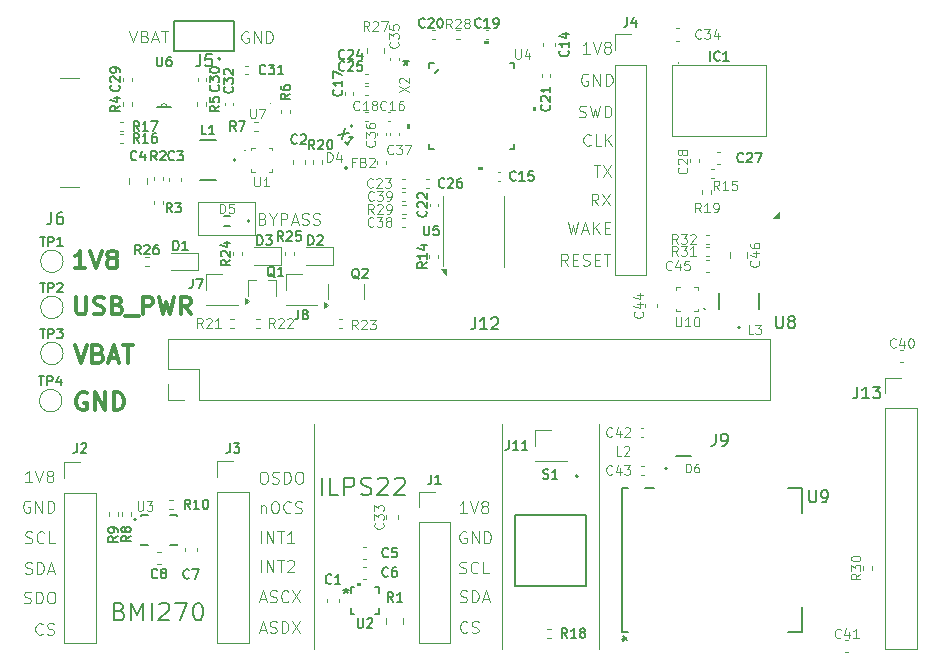
<source format=gbr>
%TF.GenerationSoftware,KiCad,Pcbnew,8.0.7*%
%TF.CreationDate,2025-02-08T18:07:02-05:00*%
%TF.ProjectId,Fallyx_EVK-RevA,46616c6c-7978-45f4-9556-4b2d52657641,rev?*%
%TF.SameCoordinates,Original*%
%TF.FileFunction,Legend,Top*%
%TF.FilePolarity,Positive*%
%FSLAX46Y46*%
G04 Gerber Fmt 4.6, Leading zero omitted, Abs format (unit mm)*
G04 Created by KiCad (PCBNEW 8.0.7) date 2025-02-08 18:07:02*
%MOMM*%
%LPD*%
G01*
G04 APERTURE LIST*
%ADD10C,0.100000*%
%ADD11C,0.300000*%
%ADD12C,0.200000*%
%ADD13C,0.150000*%
%ADD14C,0.127000*%
%ADD15C,0.152400*%
%ADD16C,0.120000*%
%ADD17C,0.000000*%
G04 APERTURE END LIST*
D10*
X115200000Y-81150000D02*
X120000000Y-81150000D01*
X120000000Y-84000000D01*
X115200000Y-84000000D01*
X115200000Y-81150000D01*
X125000000Y-119000000D02*
X125000000Y-100000000D01*
X140950000Y-119000000D02*
X140950000Y-100000000D01*
X149100000Y-119000000D02*
X149100000Y-100000000D01*
X120503884Y-112522419D02*
X120503884Y-111522419D01*
X120980074Y-112522419D02*
X120980074Y-111522419D01*
X120980074Y-111522419D02*
X121551502Y-112522419D01*
X121551502Y-112522419D02*
X121551502Y-111522419D01*
X121884836Y-111522419D02*
X122456264Y-111522419D01*
X122170550Y-112522419D02*
X122170550Y-111522419D01*
X122741979Y-111617657D02*
X122789598Y-111570038D01*
X122789598Y-111570038D02*
X122884836Y-111522419D01*
X122884836Y-111522419D02*
X123122931Y-111522419D01*
X123122931Y-111522419D02*
X123218169Y-111570038D01*
X123218169Y-111570038D02*
X123265788Y-111617657D01*
X123265788Y-111617657D02*
X123313407Y-111712895D01*
X123313407Y-111712895D02*
X123313407Y-111808133D01*
X123313407Y-111808133D02*
X123265788Y-111950990D01*
X123265788Y-111950990D02*
X122694360Y-112522419D01*
X122694360Y-112522419D02*
X123313407Y-112522419D01*
X147456265Y-73974800D02*
X147599122Y-74022419D01*
X147599122Y-74022419D02*
X147837217Y-74022419D01*
X147837217Y-74022419D02*
X147932455Y-73974800D01*
X147932455Y-73974800D02*
X147980074Y-73927180D01*
X147980074Y-73927180D02*
X148027693Y-73831942D01*
X148027693Y-73831942D02*
X148027693Y-73736704D01*
X148027693Y-73736704D02*
X147980074Y-73641466D01*
X147980074Y-73641466D02*
X147932455Y-73593847D01*
X147932455Y-73593847D02*
X147837217Y-73546228D01*
X147837217Y-73546228D02*
X147646741Y-73498609D01*
X147646741Y-73498609D02*
X147551503Y-73450990D01*
X147551503Y-73450990D02*
X147503884Y-73403371D01*
X147503884Y-73403371D02*
X147456265Y-73308133D01*
X147456265Y-73308133D02*
X147456265Y-73212895D01*
X147456265Y-73212895D02*
X147503884Y-73117657D01*
X147503884Y-73117657D02*
X147551503Y-73070038D01*
X147551503Y-73070038D02*
X147646741Y-73022419D01*
X147646741Y-73022419D02*
X147884836Y-73022419D01*
X147884836Y-73022419D02*
X148027693Y-73070038D01*
X148361027Y-73022419D02*
X148599122Y-74022419D01*
X148599122Y-74022419D02*
X148789598Y-73308133D01*
X148789598Y-73308133D02*
X148980074Y-74022419D01*
X148980074Y-74022419D02*
X149218170Y-73022419D01*
X149599122Y-74022419D02*
X149599122Y-73022419D01*
X149599122Y-73022419D02*
X149837217Y-73022419D01*
X149837217Y-73022419D02*
X149980074Y-73070038D01*
X149980074Y-73070038D02*
X150075312Y-73165276D01*
X150075312Y-73165276D02*
X150122931Y-73260514D01*
X150122931Y-73260514D02*
X150170550Y-73450990D01*
X150170550Y-73450990D02*
X150170550Y-73593847D01*
X150170550Y-73593847D02*
X150122931Y-73784323D01*
X150122931Y-73784323D02*
X150075312Y-73879561D01*
X150075312Y-73879561D02*
X149980074Y-73974800D01*
X149980074Y-73974800D02*
X149837217Y-74022419D01*
X149837217Y-74022419D02*
X149599122Y-74022419D01*
X148177693Y-70370038D02*
X148082455Y-70322419D01*
X148082455Y-70322419D02*
X147939598Y-70322419D01*
X147939598Y-70322419D02*
X147796741Y-70370038D01*
X147796741Y-70370038D02*
X147701503Y-70465276D01*
X147701503Y-70465276D02*
X147653884Y-70560514D01*
X147653884Y-70560514D02*
X147606265Y-70750990D01*
X147606265Y-70750990D02*
X147606265Y-70893847D01*
X147606265Y-70893847D02*
X147653884Y-71084323D01*
X147653884Y-71084323D02*
X147701503Y-71179561D01*
X147701503Y-71179561D02*
X147796741Y-71274800D01*
X147796741Y-71274800D02*
X147939598Y-71322419D01*
X147939598Y-71322419D02*
X148034836Y-71322419D01*
X148034836Y-71322419D02*
X148177693Y-71274800D01*
X148177693Y-71274800D02*
X148225312Y-71227180D01*
X148225312Y-71227180D02*
X148225312Y-70893847D01*
X148225312Y-70893847D02*
X148034836Y-70893847D01*
X148653884Y-71322419D02*
X148653884Y-70322419D01*
X148653884Y-70322419D02*
X149225312Y-71322419D01*
X149225312Y-71322419D02*
X149225312Y-70322419D01*
X149701503Y-71322419D02*
X149701503Y-70322419D01*
X149701503Y-70322419D02*
X149939598Y-70322419D01*
X149939598Y-70322419D02*
X150082455Y-70370038D01*
X150082455Y-70370038D02*
X150177693Y-70465276D01*
X150177693Y-70465276D02*
X150225312Y-70560514D01*
X150225312Y-70560514D02*
X150272931Y-70750990D01*
X150272931Y-70750990D02*
X150272931Y-70893847D01*
X150272931Y-70893847D02*
X150225312Y-71084323D01*
X150225312Y-71084323D02*
X150177693Y-71179561D01*
X150177693Y-71179561D02*
X150082455Y-71274800D01*
X150082455Y-71274800D02*
X149939598Y-71322419D01*
X149939598Y-71322419D02*
X149701503Y-71322419D01*
X100927693Y-106520038D02*
X100832455Y-106472419D01*
X100832455Y-106472419D02*
X100689598Y-106472419D01*
X100689598Y-106472419D02*
X100546741Y-106520038D01*
X100546741Y-106520038D02*
X100451503Y-106615276D01*
X100451503Y-106615276D02*
X100403884Y-106710514D01*
X100403884Y-106710514D02*
X100356265Y-106900990D01*
X100356265Y-106900990D02*
X100356265Y-107043847D01*
X100356265Y-107043847D02*
X100403884Y-107234323D01*
X100403884Y-107234323D02*
X100451503Y-107329561D01*
X100451503Y-107329561D02*
X100546741Y-107424800D01*
X100546741Y-107424800D02*
X100689598Y-107472419D01*
X100689598Y-107472419D02*
X100784836Y-107472419D01*
X100784836Y-107472419D02*
X100927693Y-107424800D01*
X100927693Y-107424800D02*
X100975312Y-107377180D01*
X100975312Y-107377180D02*
X100975312Y-107043847D01*
X100975312Y-107043847D02*
X100784836Y-107043847D01*
X101403884Y-107472419D02*
X101403884Y-106472419D01*
X101403884Y-106472419D02*
X101975312Y-107472419D01*
X101975312Y-107472419D02*
X101975312Y-106472419D01*
X102451503Y-107472419D02*
X102451503Y-106472419D01*
X102451503Y-106472419D02*
X102689598Y-106472419D01*
X102689598Y-106472419D02*
X102832455Y-106520038D01*
X102832455Y-106520038D02*
X102927693Y-106615276D01*
X102927693Y-106615276D02*
X102975312Y-106710514D01*
X102975312Y-106710514D02*
X103022931Y-106900990D01*
X103022931Y-106900990D02*
X103022931Y-107043847D01*
X103022931Y-107043847D02*
X102975312Y-107234323D01*
X102975312Y-107234323D02*
X102927693Y-107329561D01*
X102927693Y-107329561D02*
X102832455Y-107424800D01*
X102832455Y-107424800D02*
X102689598Y-107472419D01*
X102689598Y-107472419D02*
X102451503Y-107472419D01*
D11*
X105740225Y-97372257D02*
X105597368Y-97300828D01*
X105597368Y-97300828D02*
X105383082Y-97300828D01*
X105383082Y-97300828D02*
X105168796Y-97372257D01*
X105168796Y-97372257D02*
X105025939Y-97515114D01*
X105025939Y-97515114D02*
X104954510Y-97657971D01*
X104954510Y-97657971D02*
X104883082Y-97943685D01*
X104883082Y-97943685D02*
X104883082Y-98157971D01*
X104883082Y-98157971D02*
X104954510Y-98443685D01*
X104954510Y-98443685D02*
X105025939Y-98586542D01*
X105025939Y-98586542D02*
X105168796Y-98729400D01*
X105168796Y-98729400D02*
X105383082Y-98800828D01*
X105383082Y-98800828D02*
X105525939Y-98800828D01*
X105525939Y-98800828D02*
X105740225Y-98729400D01*
X105740225Y-98729400D02*
X105811653Y-98657971D01*
X105811653Y-98657971D02*
X105811653Y-98157971D01*
X105811653Y-98157971D02*
X105525939Y-98157971D01*
X106454510Y-98800828D02*
X106454510Y-97300828D01*
X106454510Y-97300828D02*
X107311653Y-98800828D01*
X107311653Y-98800828D02*
X107311653Y-97300828D01*
X108025939Y-98800828D02*
X108025939Y-97300828D01*
X108025939Y-97300828D02*
X108383082Y-97300828D01*
X108383082Y-97300828D02*
X108597368Y-97372257D01*
X108597368Y-97372257D02*
X108740225Y-97515114D01*
X108740225Y-97515114D02*
X108811654Y-97657971D01*
X108811654Y-97657971D02*
X108883082Y-97943685D01*
X108883082Y-97943685D02*
X108883082Y-98157971D01*
X108883082Y-98157971D02*
X108811654Y-98443685D01*
X108811654Y-98443685D02*
X108740225Y-98586542D01*
X108740225Y-98586542D02*
X108597368Y-98729400D01*
X108597368Y-98729400D02*
X108383082Y-98800828D01*
X108383082Y-98800828D02*
X108025939Y-98800828D01*
D10*
X146508646Y-82872419D02*
X146746741Y-83872419D01*
X146746741Y-83872419D02*
X146937217Y-83158133D01*
X146937217Y-83158133D02*
X147127693Y-83872419D01*
X147127693Y-83872419D02*
X147365789Y-82872419D01*
X147699122Y-83586704D02*
X148175312Y-83586704D01*
X147603884Y-83872419D02*
X147937217Y-82872419D01*
X147937217Y-82872419D02*
X148270550Y-83872419D01*
X148603884Y-83872419D02*
X148603884Y-82872419D01*
X149175312Y-83872419D02*
X148746741Y-83300990D01*
X149175312Y-82872419D02*
X148603884Y-83443847D01*
X149603884Y-83348609D02*
X149937217Y-83348609D01*
X150080074Y-83872419D02*
X149603884Y-83872419D01*
X149603884Y-83872419D02*
X149603884Y-82872419D01*
X149603884Y-82872419D02*
X150080074Y-82872419D01*
X137877693Y-109120038D02*
X137782455Y-109072419D01*
X137782455Y-109072419D02*
X137639598Y-109072419D01*
X137639598Y-109072419D02*
X137496741Y-109120038D01*
X137496741Y-109120038D02*
X137401503Y-109215276D01*
X137401503Y-109215276D02*
X137353884Y-109310514D01*
X137353884Y-109310514D02*
X137306265Y-109500990D01*
X137306265Y-109500990D02*
X137306265Y-109643847D01*
X137306265Y-109643847D02*
X137353884Y-109834323D01*
X137353884Y-109834323D02*
X137401503Y-109929561D01*
X137401503Y-109929561D02*
X137496741Y-110024800D01*
X137496741Y-110024800D02*
X137639598Y-110072419D01*
X137639598Y-110072419D02*
X137734836Y-110072419D01*
X137734836Y-110072419D02*
X137877693Y-110024800D01*
X137877693Y-110024800D02*
X137925312Y-109977180D01*
X137925312Y-109977180D02*
X137925312Y-109643847D01*
X137925312Y-109643847D02*
X137734836Y-109643847D01*
X138353884Y-110072419D02*
X138353884Y-109072419D01*
X138353884Y-109072419D02*
X138925312Y-110072419D01*
X138925312Y-110072419D02*
X138925312Y-109072419D01*
X139401503Y-110072419D02*
X139401503Y-109072419D01*
X139401503Y-109072419D02*
X139639598Y-109072419D01*
X139639598Y-109072419D02*
X139782455Y-109120038D01*
X139782455Y-109120038D02*
X139877693Y-109215276D01*
X139877693Y-109215276D02*
X139925312Y-109310514D01*
X139925312Y-109310514D02*
X139972931Y-109500990D01*
X139972931Y-109500990D02*
X139972931Y-109643847D01*
X139972931Y-109643847D02*
X139925312Y-109834323D01*
X139925312Y-109834323D02*
X139877693Y-109929561D01*
X139877693Y-109929561D02*
X139782455Y-110024800D01*
X139782455Y-110024800D02*
X139639598Y-110072419D01*
X139639598Y-110072419D02*
X139401503Y-110072419D01*
X146475312Y-86572419D02*
X146141979Y-86096228D01*
X145903884Y-86572419D02*
X145903884Y-85572419D01*
X145903884Y-85572419D02*
X146284836Y-85572419D01*
X146284836Y-85572419D02*
X146380074Y-85620038D01*
X146380074Y-85620038D02*
X146427693Y-85667657D01*
X146427693Y-85667657D02*
X146475312Y-85762895D01*
X146475312Y-85762895D02*
X146475312Y-85905752D01*
X146475312Y-85905752D02*
X146427693Y-86000990D01*
X146427693Y-86000990D02*
X146380074Y-86048609D01*
X146380074Y-86048609D02*
X146284836Y-86096228D01*
X146284836Y-86096228D02*
X145903884Y-86096228D01*
X146903884Y-86048609D02*
X147237217Y-86048609D01*
X147380074Y-86572419D02*
X146903884Y-86572419D01*
X146903884Y-86572419D02*
X146903884Y-85572419D01*
X146903884Y-85572419D02*
X147380074Y-85572419D01*
X147761027Y-86524800D02*
X147903884Y-86572419D01*
X147903884Y-86572419D02*
X148141979Y-86572419D01*
X148141979Y-86572419D02*
X148237217Y-86524800D01*
X148237217Y-86524800D02*
X148284836Y-86477180D01*
X148284836Y-86477180D02*
X148332455Y-86381942D01*
X148332455Y-86381942D02*
X148332455Y-86286704D01*
X148332455Y-86286704D02*
X148284836Y-86191466D01*
X148284836Y-86191466D02*
X148237217Y-86143847D01*
X148237217Y-86143847D02*
X148141979Y-86096228D01*
X148141979Y-86096228D02*
X147951503Y-86048609D01*
X147951503Y-86048609D02*
X147856265Y-86000990D01*
X147856265Y-86000990D02*
X147808646Y-85953371D01*
X147808646Y-85953371D02*
X147761027Y-85858133D01*
X147761027Y-85858133D02*
X147761027Y-85762895D01*
X147761027Y-85762895D02*
X147808646Y-85667657D01*
X147808646Y-85667657D02*
X147856265Y-85620038D01*
X147856265Y-85620038D02*
X147951503Y-85572419D01*
X147951503Y-85572419D02*
X148189598Y-85572419D01*
X148189598Y-85572419D02*
X148332455Y-85620038D01*
X148761027Y-86048609D02*
X149094360Y-86048609D01*
X149237217Y-86572419D02*
X148761027Y-86572419D01*
X148761027Y-86572419D02*
X148761027Y-85572419D01*
X148761027Y-85572419D02*
X149237217Y-85572419D01*
X149522932Y-85572419D02*
X150094360Y-85572419D01*
X149808646Y-86572419D02*
X149808646Y-85572419D01*
X120644360Y-104022419D02*
X120834836Y-104022419D01*
X120834836Y-104022419D02*
X120930074Y-104070038D01*
X120930074Y-104070038D02*
X121025312Y-104165276D01*
X121025312Y-104165276D02*
X121072931Y-104355752D01*
X121072931Y-104355752D02*
X121072931Y-104689085D01*
X121072931Y-104689085D02*
X121025312Y-104879561D01*
X121025312Y-104879561D02*
X120930074Y-104974800D01*
X120930074Y-104974800D02*
X120834836Y-105022419D01*
X120834836Y-105022419D02*
X120644360Y-105022419D01*
X120644360Y-105022419D02*
X120549122Y-104974800D01*
X120549122Y-104974800D02*
X120453884Y-104879561D01*
X120453884Y-104879561D02*
X120406265Y-104689085D01*
X120406265Y-104689085D02*
X120406265Y-104355752D01*
X120406265Y-104355752D02*
X120453884Y-104165276D01*
X120453884Y-104165276D02*
X120549122Y-104070038D01*
X120549122Y-104070038D02*
X120644360Y-104022419D01*
X121453884Y-104974800D02*
X121596741Y-105022419D01*
X121596741Y-105022419D02*
X121834836Y-105022419D01*
X121834836Y-105022419D02*
X121930074Y-104974800D01*
X121930074Y-104974800D02*
X121977693Y-104927180D01*
X121977693Y-104927180D02*
X122025312Y-104831942D01*
X122025312Y-104831942D02*
X122025312Y-104736704D01*
X122025312Y-104736704D02*
X121977693Y-104641466D01*
X121977693Y-104641466D02*
X121930074Y-104593847D01*
X121930074Y-104593847D02*
X121834836Y-104546228D01*
X121834836Y-104546228D02*
X121644360Y-104498609D01*
X121644360Y-104498609D02*
X121549122Y-104450990D01*
X121549122Y-104450990D02*
X121501503Y-104403371D01*
X121501503Y-104403371D02*
X121453884Y-104308133D01*
X121453884Y-104308133D02*
X121453884Y-104212895D01*
X121453884Y-104212895D02*
X121501503Y-104117657D01*
X121501503Y-104117657D02*
X121549122Y-104070038D01*
X121549122Y-104070038D02*
X121644360Y-104022419D01*
X121644360Y-104022419D02*
X121882455Y-104022419D01*
X121882455Y-104022419D02*
X122025312Y-104070038D01*
X122453884Y-105022419D02*
X122453884Y-104022419D01*
X122453884Y-104022419D02*
X122691979Y-104022419D01*
X122691979Y-104022419D02*
X122834836Y-104070038D01*
X122834836Y-104070038D02*
X122930074Y-104165276D01*
X122930074Y-104165276D02*
X122977693Y-104260514D01*
X122977693Y-104260514D02*
X123025312Y-104450990D01*
X123025312Y-104450990D02*
X123025312Y-104593847D01*
X123025312Y-104593847D02*
X122977693Y-104784323D01*
X122977693Y-104784323D02*
X122930074Y-104879561D01*
X122930074Y-104879561D02*
X122834836Y-104974800D01*
X122834836Y-104974800D02*
X122691979Y-105022419D01*
X122691979Y-105022419D02*
X122453884Y-105022419D01*
X123644360Y-104022419D02*
X123834836Y-104022419D01*
X123834836Y-104022419D02*
X123930074Y-104070038D01*
X123930074Y-104070038D02*
X124025312Y-104165276D01*
X124025312Y-104165276D02*
X124072931Y-104355752D01*
X124072931Y-104355752D02*
X124072931Y-104689085D01*
X124072931Y-104689085D02*
X124025312Y-104879561D01*
X124025312Y-104879561D02*
X123930074Y-104974800D01*
X123930074Y-104974800D02*
X123834836Y-105022419D01*
X123834836Y-105022419D02*
X123644360Y-105022419D01*
X123644360Y-105022419D02*
X123549122Y-104974800D01*
X123549122Y-104974800D02*
X123453884Y-104879561D01*
X123453884Y-104879561D02*
X123406265Y-104689085D01*
X123406265Y-104689085D02*
X123406265Y-104355752D01*
X123406265Y-104355752D02*
X123453884Y-104165276D01*
X123453884Y-104165276D02*
X123549122Y-104070038D01*
X123549122Y-104070038D02*
X123644360Y-104022419D01*
X148661027Y-78022419D02*
X149232455Y-78022419D01*
X148946741Y-79022419D02*
X148946741Y-78022419D01*
X149470551Y-78022419D02*
X150137217Y-79022419D01*
X150137217Y-78022419D02*
X149470551Y-79022419D01*
X120406265Y-114786704D02*
X120882455Y-114786704D01*
X120311027Y-115072419D02*
X120644360Y-114072419D01*
X120644360Y-114072419D02*
X120977693Y-115072419D01*
X121263408Y-115024800D02*
X121406265Y-115072419D01*
X121406265Y-115072419D02*
X121644360Y-115072419D01*
X121644360Y-115072419D02*
X121739598Y-115024800D01*
X121739598Y-115024800D02*
X121787217Y-114977180D01*
X121787217Y-114977180D02*
X121834836Y-114881942D01*
X121834836Y-114881942D02*
X121834836Y-114786704D01*
X121834836Y-114786704D02*
X121787217Y-114691466D01*
X121787217Y-114691466D02*
X121739598Y-114643847D01*
X121739598Y-114643847D02*
X121644360Y-114596228D01*
X121644360Y-114596228D02*
X121453884Y-114548609D01*
X121453884Y-114548609D02*
X121358646Y-114500990D01*
X121358646Y-114500990D02*
X121311027Y-114453371D01*
X121311027Y-114453371D02*
X121263408Y-114358133D01*
X121263408Y-114358133D02*
X121263408Y-114262895D01*
X121263408Y-114262895D02*
X121311027Y-114167657D01*
X121311027Y-114167657D02*
X121358646Y-114120038D01*
X121358646Y-114120038D02*
X121453884Y-114072419D01*
X121453884Y-114072419D02*
X121691979Y-114072419D01*
X121691979Y-114072419D02*
X121834836Y-114120038D01*
X122834836Y-114977180D02*
X122787217Y-115024800D01*
X122787217Y-115024800D02*
X122644360Y-115072419D01*
X122644360Y-115072419D02*
X122549122Y-115072419D01*
X122549122Y-115072419D02*
X122406265Y-115024800D01*
X122406265Y-115024800D02*
X122311027Y-114929561D01*
X122311027Y-114929561D02*
X122263408Y-114834323D01*
X122263408Y-114834323D02*
X122215789Y-114643847D01*
X122215789Y-114643847D02*
X122215789Y-114500990D01*
X122215789Y-114500990D02*
X122263408Y-114310514D01*
X122263408Y-114310514D02*
X122311027Y-114215276D01*
X122311027Y-114215276D02*
X122406265Y-114120038D01*
X122406265Y-114120038D02*
X122549122Y-114072419D01*
X122549122Y-114072419D02*
X122644360Y-114072419D01*
X122644360Y-114072419D02*
X122787217Y-114120038D01*
X122787217Y-114120038D02*
X122834836Y-114167657D01*
X123168170Y-114072419D02*
X123834836Y-115072419D01*
X123834836Y-114072419D02*
X123168170Y-115072419D01*
X148425312Y-76327180D02*
X148377693Y-76374800D01*
X148377693Y-76374800D02*
X148234836Y-76422419D01*
X148234836Y-76422419D02*
X148139598Y-76422419D01*
X148139598Y-76422419D02*
X147996741Y-76374800D01*
X147996741Y-76374800D02*
X147901503Y-76279561D01*
X147901503Y-76279561D02*
X147853884Y-76184323D01*
X147853884Y-76184323D02*
X147806265Y-75993847D01*
X147806265Y-75993847D02*
X147806265Y-75850990D01*
X147806265Y-75850990D02*
X147853884Y-75660514D01*
X147853884Y-75660514D02*
X147901503Y-75565276D01*
X147901503Y-75565276D02*
X147996741Y-75470038D01*
X147996741Y-75470038D02*
X148139598Y-75422419D01*
X148139598Y-75422419D02*
X148234836Y-75422419D01*
X148234836Y-75422419D02*
X148377693Y-75470038D01*
X148377693Y-75470038D02*
X148425312Y-75517657D01*
X149330074Y-76422419D02*
X148853884Y-76422419D01*
X148853884Y-76422419D02*
X148853884Y-75422419D01*
X149663408Y-76422419D02*
X149663408Y-75422419D01*
X150234836Y-76422419D02*
X149806265Y-75850990D01*
X150234836Y-75422419D02*
X149663408Y-75993847D01*
X149075312Y-81472419D02*
X148741979Y-80996228D01*
X148503884Y-81472419D02*
X148503884Y-80472419D01*
X148503884Y-80472419D02*
X148884836Y-80472419D01*
X148884836Y-80472419D02*
X148980074Y-80520038D01*
X148980074Y-80520038D02*
X149027693Y-80567657D01*
X149027693Y-80567657D02*
X149075312Y-80662895D01*
X149075312Y-80662895D02*
X149075312Y-80805752D01*
X149075312Y-80805752D02*
X149027693Y-80900990D01*
X149027693Y-80900990D02*
X148980074Y-80948609D01*
X148980074Y-80948609D02*
X148884836Y-80996228D01*
X148884836Y-80996228D02*
X148503884Y-80996228D01*
X149408646Y-80472419D02*
X150075312Y-81472419D01*
X150075312Y-80472419D02*
X149408646Y-81472419D01*
X137306265Y-112574800D02*
X137449122Y-112622419D01*
X137449122Y-112622419D02*
X137687217Y-112622419D01*
X137687217Y-112622419D02*
X137782455Y-112574800D01*
X137782455Y-112574800D02*
X137830074Y-112527180D01*
X137830074Y-112527180D02*
X137877693Y-112431942D01*
X137877693Y-112431942D02*
X137877693Y-112336704D01*
X137877693Y-112336704D02*
X137830074Y-112241466D01*
X137830074Y-112241466D02*
X137782455Y-112193847D01*
X137782455Y-112193847D02*
X137687217Y-112146228D01*
X137687217Y-112146228D02*
X137496741Y-112098609D01*
X137496741Y-112098609D02*
X137401503Y-112050990D01*
X137401503Y-112050990D02*
X137353884Y-112003371D01*
X137353884Y-112003371D02*
X137306265Y-111908133D01*
X137306265Y-111908133D02*
X137306265Y-111812895D01*
X137306265Y-111812895D02*
X137353884Y-111717657D01*
X137353884Y-111717657D02*
X137401503Y-111670038D01*
X137401503Y-111670038D02*
X137496741Y-111622419D01*
X137496741Y-111622419D02*
X137734836Y-111622419D01*
X137734836Y-111622419D02*
X137877693Y-111670038D01*
X138877693Y-112527180D02*
X138830074Y-112574800D01*
X138830074Y-112574800D02*
X138687217Y-112622419D01*
X138687217Y-112622419D02*
X138591979Y-112622419D01*
X138591979Y-112622419D02*
X138449122Y-112574800D01*
X138449122Y-112574800D02*
X138353884Y-112479561D01*
X138353884Y-112479561D02*
X138306265Y-112384323D01*
X138306265Y-112384323D02*
X138258646Y-112193847D01*
X138258646Y-112193847D02*
X138258646Y-112050990D01*
X138258646Y-112050990D02*
X138306265Y-111860514D01*
X138306265Y-111860514D02*
X138353884Y-111765276D01*
X138353884Y-111765276D02*
X138449122Y-111670038D01*
X138449122Y-111670038D02*
X138591979Y-111622419D01*
X138591979Y-111622419D02*
X138687217Y-111622419D01*
X138687217Y-111622419D02*
X138830074Y-111670038D01*
X138830074Y-111670038D02*
X138877693Y-111717657D01*
X139782455Y-112622419D02*
X139306265Y-112622419D01*
X139306265Y-112622419D02*
X139306265Y-111622419D01*
X109361027Y-66672419D02*
X109694360Y-67672419D01*
X109694360Y-67672419D02*
X110027693Y-66672419D01*
X110694360Y-67148609D02*
X110837217Y-67196228D01*
X110837217Y-67196228D02*
X110884836Y-67243847D01*
X110884836Y-67243847D02*
X110932455Y-67339085D01*
X110932455Y-67339085D02*
X110932455Y-67481942D01*
X110932455Y-67481942D02*
X110884836Y-67577180D01*
X110884836Y-67577180D02*
X110837217Y-67624800D01*
X110837217Y-67624800D02*
X110741979Y-67672419D01*
X110741979Y-67672419D02*
X110361027Y-67672419D01*
X110361027Y-67672419D02*
X110361027Y-66672419D01*
X110361027Y-66672419D02*
X110694360Y-66672419D01*
X110694360Y-66672419D02*
X110789598Y-66720038D01*
X110789598Y-66720038D02*
X110837217Y-66767657D01*
X110837217Y-66767657D02*
X110884836Y-66862895D01*
X110884836Y-66862895D02*
X110884836Y-66958133D01*
X110884836Y-66958133D02*
X110837217Y-67053371D01*
X110837217Y-67053371D02*
X110789598Y-67100990D01*
X110789598Y-67100990D02*
X110694360Y-67148609D01*
X110694360Y-67148609D02*
X110361027Y-67148609D01*
X111313408Y-67386704D02*
X111789598Y-67386704D01*
X111218170Y-67672419D02*
X111551503Y-66672419D01*
X111551503Y-66672419D02*
X111884836Y-67672419D01*
X112075313Y-66672419D02*
X112646741Y-66672419D01*
X112361027Y-67672419D02*
X112361027Y-66672419D01*
X120503884Y-106855752D02*
X120503884Y-107522419D01*
X120503884Y-106950990D02*
X120551503Y-106903371D01*
X120551503Y-106903371D02*
X120646741Y-106855752D01*
X120646741Y-106855752D02*
X120789598Y-106855752D01*
X120789598Y-106855752D02*
X120884836Y-106903371D01*
X120884836Y-106903371D02*
X120932455Y-106998609D01*
X120932455Y-106998609D02*
X120932455Y-107522419D01*
X121599122Y-106522419D02*
X121789598Y-106522419D01*
X121789598Y-106522419D02*
X121884836Y-106570038D01*
X121884836Y-106570038D02*
X121980074Y-106665276D01*
X121980074Y-106665276D02*
X122027693Y-106855752D01*
X122027693Y-106855752D02*
X122027693Y-107189085D01*
X122027693Y-107189085D02*
X121980074Y-107379561D01*
X121980074Y-107379561D02*
X121884836Y-107474800D01*
X121884836Y-107474800D02*
X121789598Y-107522419D01*
X121789598Y-107522419D02*
X121599122Y-107522419D01*
X121599122Y-107522419D02*
X121503884Y-107474800D01*
X121503884Y-107474800D02*
X121408646Y-107379561D01*
X121408646Y-107379561D02*
X121361027Y-107189085D01*
X121361027Y-107189085D02*
X121361027Y-106855752D01*
X121361027Y-106855752D02*
X121408646Y-106665276D01*
X121408646Y-106665276D02*
X121503884Y-106570038D01*
X121503884Y-106570038D02*
X121599122Y-106522419D01*
X123027693Y-107427180D02*
X122980074Y-107474800D01*
X122980074Y-107474800D02*
X122837217Y-107522419D01*
X122837217Y-107522419D02*
X122741979Y-107522419D01*
X122741979Y-107522419D02*
X122599122Y-107474800D01*
X122599122Y-107474800D02*
X122503884Y-107379561D01*
X122503884Y-107379561D02*
X122456265Y-107284323D01*
X122456265Y-107284323D02*
X122408646Y-107093847D01*
X122408646Y-107093847D02*
X122408646Y-106950990D01*
X122408646Y-106950990D02*
X122456265Y-106760514D01*
X122456265Y-106760514D02*
X122503884Y-106665276D01*
X122503884Y-106665276D02*
X122599122Y-106570038D01*
X122599122Y-106570038D02*
X122741979Y-106522419D01*
X122741979Y-106522419D02*
X122837217Y-106522419D01*
X122837217Y-106522419D02*
X122980074Y-106570038D01*
X122980074Y-106570038D02*
X123027693Y-106617657D01*
X123408646Y-107474800D02*
X123551503Y-107522419D01*
X123551503Y-107522419D02*
X123789598Y-107522419D01*
X123789598Y-107522419D02*
X123884836Y-107474800D01*
X123884836Y-107474800D02*
X123932455Y-107427180D01*
X123932455Y-107427180D02*
X123980074Y-107331942D01*
X123980074Y-107331942D02*
X123980074Y-107236704D01*
X123980074Y-107236704D02*
X123932455Y-107141466D01*
X123932455Y-107141466D02*
X123884836Y-107093847D01*
X123884836Y-107093847D02*
X123789598Y-107046228D01*
X123789598Y-107046228D02*
X123599122Y-106998609D01*
X123599122Y-106998609D02*
X123503884Y-106950990D01*
X123503884Y-106950990D02*
X123456265Y-106903371D01*
X123456265Y-106903371D02*
X123408646Y-106808133D01*
X123408646Y-106808133D02*
X123408646Y-106712895D01*
X123408646Y-106712895D02*
X123456265Y-106617657D01*
X123456265Y-106617657D02*
X123503884Y-106570038D01*
X123503884Y-106570038D02*
X123599122Y-106522419D01*
X123599122Y-106522419D02*
X123837217Y-106522419D01*
X123837217Y-106522419D02*
X123980074Y-106570038D01*
X120503884Y-110072419D02*
X120503884Y-109072419D01*
X120980074Y-110072419D02*
X120980074Y-109072419D01*
X120980074Y-109072419D02*
X121551502Y-110072419D01*
X121551502Y-110072419D02*
X121551502Y-109072419D01*
X121884836Y-109072419D02*
X122456264Y-109072419D01*
X122170550Y-110072419D02*
X122170550Y-109072419D01*
X123313407Y-110072419D02*
X122741979Y-110072419D01*
X123027693Y-110072419D02*
X123027693Y-109072419D01*
X123027693Y-109072419D02*
X122932455Y-109215276D01*
X122932455Y-109215276D02*
X122837217Y-109310514D01*
X122837217Y-109310514D02*
X122741979Y-109358133D01*
X120406265Y-117386704D02*
X120882455Y-117386704D01*
X120311027Y-117672419D02*
X120644360Y-116672419D01*
X120644360Y-116672419D02*
X120977693Y-117672419D01*
X121263408Y-117624800D02*
X121406265Y-117672419D01*
X121406265Y-117672419D02*
X121644360Y-117672419D01*
X121644360Y-117672419D02*
X121739598Y-117624800D01*
X121739598Y-117624800D02*
X121787217Y-117577180D01*
X121787217Y-117577180D02*
X121834836Y-117481942D01*
X121834836Y-117481942D02*
X121834836Y-117386704D01*
X121834836Y-117386704D02*
X121787217Y-117291466D01*
X121787217Y-117291466D02*
X121739598Y-117243847D01*
X121739598Y-117243847D02*
X121644360Y-117196228D01*
X121644360Y-117196228D02*
X121453884Y-117148609D01*
X121453884Y-117148609D02*
X121358646Y-117100990D01*
X121358646Y-117100990D02*
X121311027Y-117053371D01*
X121311027Y-117053371D02*
X121263408Y-116958133D01*
X121263408Y-116958133D02*
X121263408Y-116862895D01*
X121263408Y-116862895D02*
X121311027Y-116767657D01*
X121311027Y-116767657D02*
X121358646Y-116720038D01*
X121358646Y-116720038D02*
X121453884Y-116672419D01*
X121453884Y-116672419D02*
X121691979Y-116672419D01*
X121691979Y-116672419D02*
X121834836Y-116720038D01*
X122263408Y-117672419D02*
X122263408Y-116672419D01*
X122263408Y-116672419D02*
X122501503Y-116672419D01*
X122501503Y-116672419D02*
X122644360Y-116720038D01*
X122644360Y-116720038D02*
X122739598Y-116815276D01*
X122739598Y-116815276D02*
X122787217Y-116910514D01*
X122787217Y-116910514D02*
X122834836Y-117100990D01*
X122834836Y-117100990D02*
X122834836Y-117243847D01*
X122834836Y-117243847D02*
X122787217Y-117434323D01*
X122787217Y-117434323D02*
X122739598Y-117529561D01*
X122739598Y-117529561D02*
X122644360Y-117624800D01*
X122644360Y-117624800D02*
X122501503Y-117672419D01*
X122501503Y-117672419D02*
X122263408Y-117672419D01*
X123168170Y-116672419D02*
X123834836Y-117672419D01*
X123834836Y-116672419D02*
X123168170Y-117672419D01*
X137975312Y-117577180D02*
X137927693Y-117624800D01*
X137927693Y-117624800D02*
X137784836Y-117672419D01*
X137784836Y-117672419D02*
X137689598Y-117672419D01*
X137689598Y-117672419D02*
X137546741Y-117624800D01*
X137546741Y-117624800D02*
X137451503Y-117529561D01*
X137451503Y-117529561D02*
X137403884Y-117434323D01*
X137403884Y-117434323D02*
X137356265Y-117243847D01*
X137356265Y-117243847D02*
X137356265Y-117100990D01*
X137356265Y-117100990D02*
X137403884Y-116910514D01*
X137403884Y-116910514D02*
X137451503Y-116815276D01*
X137451503Y-116815276D02*
X137546741Y-116720038D01*
X137546741Y-116720038D02*
X137689598Y-116672419D01*
X137689598Y-116672419D02*
X137784836Y-116672419D01*
X137784836Y-116672419D02*
X137927693Y-116720038D01*
X137927693Y-116720038D02*
X137975312Y-116767657D01*
X138356265Y-117624800D02*
X138499122Y-117672419D01*
X138499122Y-117672419D02*
X138737217Y-117672419D01*
X138737217Y-117672419D02*
X138832455Y-117624800D01*
X138832455Y-117624800D02*
X138880074Y-117577180D01*
X138880074Y-117577180D02*
X138927693Y-117481942D01*
X138927693Y-117481942D02*
X138927693Y-117386704D01*
X138927693Y-117386704D02*
X138880074Y-117291466D01*
X138880074Y-117291466D02*
X138832455Y-117243847D01*
X138832455Y-117243847D02*
X138737217Y-117196228D01*
X138737217Y-117196228D02*
X138546741Y-117148609D01*
X138546741Y-117148609D02*
X138451503Y-117100990D01*
X138451503Y-117100990D02*
X138403884Y-117053371D01*
X138403884Y-117053371D02*
X138356265Y-116958133D01*
X138356265Y-116958133D02*
X138356265Y-116862895D01*
X138356265Y-116862895D02*
X138403884Y-116767657D01*
X138403884Y-116767657D02*
X138451503Y-116720038D01*
X138451503Y-116720038D02*
X138546741Y-116672419D01*
X138546741Y-116672419D02*
X138784836Y-116672419D01*
X138784836Y-116672419D02*
X138927693Y-116720038D01*
D12*
X108538720Y-115820314D02*
X108753006Y-115891742D01*
X108753006Y-115891742D02*
X108824435Y-115963171D01*
X108824435Y-115963171D02*
X108895863Y-116106028D01*
X108895863Y-116106028D02*
X108895863Y-116320314D01*
X108895863Y-116320314D02*
X108824435Y-116463171D01*
X108824435Y-116463171D02*
X108753006Y-116534600D01*
X108753006Y-116534600D02*
X108610149Y-116606028D01*
X108610149Y-116606028D02*
X108038720Y-116606028D01*
X108038720Y-116606028D02*
X108038720Y-115106028D01*
X108038720Y-115106028D02*
X108538720Y-115106028D01*
X108538720Y-115106028D02*
X108681578Y-115177457D01*
X108681578Y-115177457D02*
X108753006Y-115248885D01*
X108753006Y-115248885D02*
X108824435Y-115391742D01*
X108824435Y-115391742D02*
X108824435Y-115534600D01*
X108824435Y-115534600D02*
X108753006Y-115677457D01*
X108753006Y-115677457D02*
X108681578Y-115748885D01*
X108681578Y-115748885D02*
X108538720Y-115820314D01*
X108538720Y-115820314D02*
X108038720Y-115820314D01*
X109538720Y-116606028D02*
X109538720Y-115106028D01*
X109538720Y-115106028D02*
X110038720Y-116177457D01*
X110038720Y-116177457D02*
X110538720Y-115106028D01*
X110538720Y-115106028D02*
X110538720Y-116606028D01*
X111253006Y-116606028D02*
X111253006Y-115106028D01*
X111895864Y-115248885D02*
X111967292Y-115177457D01*
X111967292Y-115177457D02*
X112110150Y-115106028D01*
X112110150Y-115106028D02*
X112467292Y-115106028D01*
X112467292Y-115106028D02*
X112610150Y-115177457D01*
X112610150Y-115177457D02*
X112681578Y-115248885D01*
X112681578Y-115248885D02*
X112753007Y-115391742D01*
X112753007Y-115391742D02*
X112753007Y-115534600D01*
X112753007Y-115534600D02*
X112681578Y-115748885D01*
X112681578Y-115748885D02*
X111824435Y-116606028D01*
X111824435Y-116606028D02*
X112753007Y-116606028D01*
X113253006Y-115106028D02*
X114253006Y-115106028D01*
X114253006Y-115106028D02*
X113610149Y-116606028D01*
X115110149Y-115106028D02*
X115253006Y-115106028D01*
X115253006Y-115106028D02*
X115395863Y-115177457D01*
X115395863Y-115177457D02*
X115467292Y-115248885D01*
X115467292Y-115248885D02*
X115538720Y-115391742D01*
X115538720Y-115391742D02*
X115610149Y-115677457D01*
X115610149Y-115677457D02*
X115610149Y-116034600D01*
X115610149Y-116034600D02*
X115538720Y-116320314D01*
X115538720Y-116320314D02*
X115467292Y-116463171D01*
X115467292Y-116463171D02*
X115395863Y-116534600D01*
X115395863Y-116534600D02*
X115253006Y-116606028D01*
X115253006Y-116606028D02*
X115110149Y-116606028D01*
X115110149Y-116606028D02*
X114967292Y-116534600D01*
X114967292Y-116534600D02*
X114895863Y-116463171D01*
X114895863Y-116463171D02*
X114824434Y-116320314D01*
X114824434Y-116320314D02*
X114753006Y-116034600D01*
X114753006Y-116034600D02*
X114753006Y-115677457D01*
X114753006Y-115677457D02*
X114824434Y-115391742D01*
X114824434Y-115391742D02*
X114895863Y-115248885D01*
X114895863Y-115248885D02*
X114967292Y-115177457D01*
X114967292Y-115177457D02*
X115110149Y-115106028D01*
D11*
X104740225Y-93300828D02*
X105240225Y-94800828D01*
X105240225Y-94800828D02*
X105740225Y-93300828D01*
X106740224Y-94015114D02*
X106954510Y-94086542D01*
X106954510Y-94086542D02*
X107025939Y-94157971D01*
X107025939Y-94157971D02*
X107097367Y-94300828D01*
X107097367Y-94300828D02*
X107097367Y-94515114D01*
X107097367Y-94515114D02*
X107025939Y-94657971D01*
X107025939Y-94657971D02*
X106954510Y-94729400D01*
X106954510Y-94729400D02*
X106811653Y-94800828D01*
X106811653Y-94800828D02*
X106240224Y-94800828D01*
X106240224Y-94800828D02*
X106240224Y-93300828D01*
X106240224Y-93300828D02*
X106740224Y-93300828D01*
X106740224Y-93300828D02*
X106883082Y-93372257D01*
X106883082Y-93372257D02*
X106954510Y-93443685D01*
X106954510Y-93443685D02*
X107025939Y-93586542D01*
X107025939Y-93586542D02*
X107025939Y-93729400D01*
X107025939Y-93729400D02*
X106954510Y-93872257D01*
X106954510Y-93872257D02*
X106883082Y-93943685D01*
X106883082Y-93943685D02*
X106740224Y-94015114D01*
X106740224Y-94015114D02*
X106240224Y-94015114D01*
X107668796Y-94372257D02*
X108383082Y-94372257D01*
X107525939Y-94800828D02*
X108025939Y-93300828D01*
X108025939Y-93300828D02*
X108525939Y-94800828D01*
X108811653Y-93300828D02*
X109668796Y-93300828D01*
X109240224Y-94800828D02*
X109240224Y-93300828D01*
D10*
X100456265Y-115124800D02*
X100599122Y-115172419D01*
X100599122Y-115172419D02*
X100837217Y-115172419D01*
X100837217Y-115172419D02*
X100932455Y-115124800D01*
X100932455Y-115124800D02*
X100980074Y-115077180D01*
X100980074Y-115077180D02*
X101027693Y-114981942D01*
X101027693Y-114981942D02*
X101027693Y-114886704D01*
X101027693Y-114886704D02*
X100980074Y-114791466D01*
X100980074Y-114791466D02*
X100932455Y-114743847D01*
X100932455Y-114743847D02*
X100837217Y-114696228D01*
X100837217Y-114696228D02*
X100646741Y-114648609D01*
X100646741Y-114648609D02*
X100551503Y-114600990D01*
X100551503Y-114600990D02*
X100503884Y-114553371D01*
X100503884Y-114553371D02*
X100456265Y-114458133D01*
X100456265Y-114458133D02*
X100456265Y-114362895D01*
X100456265Y-114362895D02*
X100503884Y-114267657D01*
X100503884Y-114267657D02*
X100551503Y-114220038D01*
X100551503Y-114220038D02*
X100646741Y-114172419D01*
X100646741Y-114172419D02*
X100884836Y-114172419D01*
X100884836Y-114172419D02*
X101027693Y-114220038D01*
X101456265Y-115172419D02*
X101456265Y-114172419D01*
X101456265Y-114172419D02*
X101694360Y-114172419D01*
X101694360Y-114172419D02*
X101837217Y-114220038D01*
X101837217Y-114220038D02*
X101932455Y-114315276D01*
X101932455Y-114315276D02*
X101980074Y-114410514D01*
X101980074Y-114410514D02*
X102027693Y-114600990D01*
X102027693Y-114600990D02*
X102027693Y-114743847D01*
X102027693Y-114743847D02*
X101980074Y-114934323D01*
X101980074Y-114934323D02*
X101932455Y-115029561D01*
X101932455Y-115029561D02*
X101837217Y-115124800D01*
X101837217Y-115124800D02*
X101694360Y-115172419D01*
X101694360Y-115172419D02*
X101456265Y-115172419D01*
X102646741Y-114172419D02*
X102837217Y-114172419D01*
X102837217Y-114172419D02*
X102932455Y-114220038D01*
X102932455Y-114220038D02*
X103027693Y-114315276D01*
X103027693Y-114315276D02*
X103075312Y-114505752D01*
X103075312Y-114505752D02*
X103075312Y-114839085D01*
X103075312Y-114839085D02*
X103027693Y-115029561D01*
X103027693Y-115029561D02*
X102932455Y-115124800D01*
X102932455Y-115124800D02*
X102837217Y-115172419D01*
X102837217Y-115172419D02*
X102646741Y-115172419D01*
X102646741Y-115172419D02*
X102551503Y-115124800D01*
X102551503Y-115124800D02*
X102456265Y-115029561D01*
X102456265Y-115029561D02*
X102408646Y-114839085D01*
X102408646Y-114839085D02*
X102408646Y-114505752D01*
X102408646Y-114505752D02*
X102456265Y-114315276D01*
X102456265Y-114315276D02*
X102551503Y-114220038D01*
X102551503Y-114220038D02*
X102646741Y-114172419D01*
D11*
X105640225Y-86800828D02*
X104783082Y-86800828D01*
X105211653Y-86800828D02*
X105211653Y-85300828D01*
X105211653Y-85300828D02*
X105068796Y-85515114D01*
X105068796Y-85515114D02*
X104925939Y-85657971D01*
X104925939Y-85657971D02*
X104783082Y-85729400D01*
X106068796Y-85300828D02*
X106568796Y-86800828D01*
X106568796Y-86800828D02*
X107068796Y-85300828D01*
X107783081Y-85943685D02*
X107640224Y-85872257D01*
X107640224Y-85872257D02*
X107568795Y-85800828D01*
X107568795Y-85800828D02*
X107497367Y-85657971D01*
X107497367Y-85657971D02*
X107497367Y-85586542D01*
X107497367Y-85586542D02*
X107568795Y-85443685D01*
X107568795Y-85443685D02*
X107640224Y-85372257D01*
X107640224Y-85372257D02*
X107783081Y-85300828D01*
X107783081Y-85300828D02*
X108068795Y-85300828D01*
X108068795Y-85300828D02*
X108211653Y-85372257D01*
X108211653Y-85372257D02*
X108283081Y-85443685D01*
X108283081Y-85443685D02*
X108354510Y-85586542D01*
X108354510Y-85586542D02*
X108354510Y-85657971D01*
X108354510Y-85657971D02*
X108283081Y-85800828D01*
X108283081Y-85800828D02*
X108211653Y-85872257D01*
X108211653Y-85872257D02*
X108068795Y-85943685D01*
X108068795Y-85943685D02*
X107783081Y-85943685D01*
X107783081Y-85943685D02*
X107640224Y-86015114D01*
X107640224Y-86015114D02*
X107568795Y-86086542D01*
X107568795Y-86086542D02*
X107497367Y-86229400D01*
X107497367Y-86229400D02*
X107497367Y-86515114D01*
X107497367Y-86515114D02*
X107568795Y-86657971D01*
X107568795Y-86657971D02*
X107640224Y-86729400D01*
X107640224Y-86729400D02*
X107783081Y-86800828D01*
X107783081Y-86800828D02*
X108068795Y-86800828D01*
X108068795Y-86800828D02*
X108211653Y-86729400D01*
X108211653Y-86729400D02*
X108283081Y-86657971D01*
X108283081Y-86657971D02*
X108354510Y-86515114D01*
X108354510Y-86515114D02*
X108354510Y-86229400D01*
X108354510Y-86229400D02*
X108283081Y-86086542D01*
X108283081Y-86086542D02*
X108211653Y-86015114D01*
X108211653Y-86015114D02*
X108068795Y-85943685D01*
D10*
X137927693Y-107522419D02*
X137356265Y-107522419D01*
X137641979Y-107522419D02*
X137641979Y-106522419D01*
X137641979Y-106522419D02*
X137546741Y-106665276D01*
X137546741Y-106665276D02*
X137451503Y-106760514D01*
X137451503Y-106760514D02*
X137356265Y-106808133D01*
X138213408Y-106522419D02*
X138546741Y-107522419D01*
X138546741Y-107522419D02*
X138880074Y-106522419D01*
X139356265Y-106950990D02*
X139261027Y-106903371D01*
X139261027Y-106903371D02*
X139213408Y-106855752D01*
X139213408Y-106855752D02*
X139165789Y-106760514D01*
X139165789Y-106760514D02*
X139165789Y-106712895D01*
X139165789Y-106712895D02*
X139213408Y-106617657D01*
X139213408Y-106617657D02*
X139261027Y-106570038D01*
X139261027Y-106570038D02*
X139356265Y-106522419D01*
X139356265Y-106522419D02*
X139546741Y-106522419D01*
X139546741Y-106522419D02*
X139641979Y-106570038D01*
X139641979Y-106570038D02*
X139689598Y-106617657D01*
X139689598Y-106617657D02*
X139737217Y-106712895D01*
X139737217Y-106712895D02*
X139737217Y-106760514D01*
X139737217Y-106760514D02*
X139689598Y-106855752D01*
X139689598Y-106855752D02*
X139641979Y-106903371D01*
X139641979Y-106903371D02*
X139546741Y-106950990D01*
X139546741Y-106950990D02*
X139356265Y-106950990D01*
X139356265Y-106950990D02*
X139261027Y-106998609D01*
X139261027Y-106998609D02*
X139213408Y-107046228D01*
X139213408Y-107046228D02*
X139165789Y-107141466D01*
X139165789Y-107141466D02*
X139165789Y-107331942D01*
X139165789Y-107331942D02*
X139213408Y-107427180D01*
X139213408Y-107427180D02*
X139261027Y-107474800D01*
X139261027Y-107474800D02*
X139356265Y-107522419D01*
X139356265Y-107522419D02*
X139546741Y-107522419D01*
X139546741Y-107522419D02*
X139641979Y-107474800D01*
X139641979Y-107474800D02*
X139689598Y-107427180D01*
X139689598Y-107427180D02*
X139737217Y-107331942D01*
X139737217Y-107331942D02*
X139737217Y-107141466D01*
X139737217Y-107141466D02*
X139689598Y-107046228D01*
X139689598Y-107046228D02*
X139641979Y-106998609D01*
X139641979Y-106998609D02*
X139546741Y-106950990D01*
X137356265Y-115024800D02*
X137499122Y-115072419D01*
X137499122Y-115072419D02*
X137737217Y-115072419D01*
X137737217Y-115072419D02*
X137832455Y-115024800D01*
X137832455Y-115024800D02*
X137880074Y-114977180D01*
X137880074Y-114977180D02*
X137927693Y-114881942D01*
X137927693Y-114881942D02*
X137927693Y-114786704D01*
X137927693Y-114786704D02*
X137880074Y-114691466D01*
X137880074Y-114691466D02*
X137832455Y-114643847D01*
X137832455Y-114643847D02*
X137737217Y-114596228D01*
X137737217Y-114596228D02*
X137546741Y-114548609D01*
X137546741Y-114548609D02*
X137451503Y-114500990D01*
X137451503Y-114500990D02*
X137403884Y-114453371D01*
X137403884Y-114453371D02*
X137356265Y-114358133D01*
X137356265Y-114358133D02*
X137356265Y-114262895D01*
X137356265Y-114262895D02*
X137403884Y-114167657D01*
X137403884Y-114167657D02*
X137451503Y-114120038D01*
X137451503Y-114120038D02*
X137546741Y-114072419D01*
X137546741Y-114072419D02*
X137784836Y-114072419D01*
X137784836Y-114072419D02*
X137927693Y-114120038D01*
X138356265Y-115072419D02*
X138356265Y-114072419D01*
X138356265Y-114072419D02*
X138594360Y-114072419D01*
X138594360Y-114072419D02*
X138737217Y-114120038D01*
X138737217Y-114120038D02*
X138832455Y-114215276D01*
X138832455Y-114215276D02*
X138880074Y-114310514D01*
X138880074Y-114310514D02*
X138927693Y-114500990D01*
X138927693Y-114500990D02*
X138927693Y-114643847D01*
X138927693Y-114643847D02*
X138880074Y-114834323D01*
X138880074Y-114834323D02*
X138832455Y-114929561D01*
X138832455Y-114929561D02*
X138737217Y-115024800D01*
X138737217Y-115024800D02*
X138594360Y-115072419D01*
X138594360Y-115072419D02*
X138356265Y-115072419D01*
X139308646Y-114786704D02*
X139784836Y-114786704D01*
X139213408Y-115072419D02*
X139546741Y-114072419D01*
X139546741Y-114072419D02*
X139880074Y-115072419D01*
X100556265Y-110024800D02*
X100699122Y-110072419D01*
X100699122Y-110072419D02*
X100937217Y-110072419D01*
X100937217Y-110072419D02*
X101032455Y-110024800D01*
X101032455Y-110024800D02*
X101080074Y-109977180D01*
X101080074Y-109977180D02*
X101127693Y-109881942D01*
X101127693Y-109881942D02*
X101127693Y-109786704D01*
X101127693Y-109786704D02*
X101080074Y-109691466D01*
X101080074Y-109691466D02*
X101032455Y-109643847D01*
X101032455Y-109643847D02*
X100937217Y-109596228D01*
X100937217Y-109596228D02*
X100746741Y-109548609D01*
X100746741Y-109548609D02*
X100651503Y-109500990D01*
X100651503Y-109500990D02*
X100603884Y-109453371D01*
X100603884Y-109453371D02*
X100556265Y-109358133D01*
X100556265Y-109358133D02*
X100556265Y-109262895D01*
X100556265Y-109262895D02*
X100603884Y-109167657D01*
X100603884Y-109167657D02*
X100651503Y-109120038D01*
X100651503Y-109120038D02*
X100746741Y-109072419D01*
X100746741Y-109072419D02*
X100984836Y-109072419D01*
X100984836Y-109072419D02*
X101127693Y-109120038D01*
X102127693Y-109977180D02*
X102080074Y-110024800D01*
X102080074Y-110024800D02*
X101937217Y-110072419D01*
X101937217Y-110072419D02*
X101841979Y-110072419D01*
X101841979Y-110072419D02*
X101699122Y-110024800D01*
X101699122Y-110024800D02*
X101603884Y-109929561D01*
X101603884Y-109929561D02*
X101556265Y-109834323D01*
X101556265Y-109834323D02*
X101508646Y-109643847D01*
X101508646Y-109643847D02*
X101508646Y-109500990D01*
X101508646Y-109500990D02*
X101556265Y-109310514D01*
X101556265Y-109310514D02*
X101603884Y-109215276D01*
X101603884Y-109215276D02*
X101699122Y-109120038D01*
X101699122Y-109120038D02*
X101841979Y-109072419D01*
X101841979Y-109072419D02*
X101937217Y-109072419D01*
X101937217Y-109072419D02*
X102080074Y-109120038D01*
X102080074Y-109120038D02*
X102127693Y-109167657D01*
X103032455Y-110072419D02*
X102556265Y-110072419D01*
X102556265Y-110072419D02*
X102556265Y-109072419D01*
X120637217Y-82598609D02*
X120780074Y-82646228D01*
X120780074Y-82646228D02*
X120827693Y-82693847D01*
X120827693Y-82693847D02*
X120875312Y-82789085D01*
X120875312Y-82789085D02*
X120875312Y-82931942D01*
X120875312Y-82931942D02*
X120827693Y-83027180D01*
X120827693Y-83027180D02*
X120780074Y-83074800D01*
X120780074Y-83074800D02*
X120684836Y-83122419D01*
X120684836Y-83122419D02*
X120303884Y-83122419D01*
X120303884Y-83122419D02*
X120303884Y-82122419D01*
X120303884Y-82122419D02*
X120637217Y-82122419D01*
X120637217Y-82122419D02*
X120732455Y-82170038D01*
X120732455Y-82170038D02*
X120780074Y-82217657D01*
X120780074Y-82217657D02*
X120827693Y-82312895D01*
X120827693Y-82312895D02*
X120827693Y-82408133D01*
X120827693Y-82408133D02*
X120780074Y-82503371D01*
X120780074Y-82503371D02*
X120732455Y-82550990D01*
X120732455Y-82550990D02*
X120637217Y-82598609D01*
X120637217Y-82598609D02*
X120303884Y-82598609D01*
X121494360Y-82646228D02*
X121494360Y-83122419D01*
X121161027Y-82122419D02*
X121494360Y-82646228D01*
X121494360Y-82646228D02*
X121827693Y-82122419D01*
X122161027Y-83122419D02*
X122161027Y-82122419D01*
X122161027Y-82122419D02*
X122541979Y-82122419D01*
X122541979Y-82122419D02*
X122637217Y-82170038D01*
X122637217Y-82170038D02*
X122684836Y-82217657D01*
X122684836Y-82217657D02*
X122732455Y-82312895D01*
X122732455Y-82312895D02*
X122732455Y-82455752D01*
X122732455Y-82455752D02*
X122684836Y-82550990D01*
X122684836Y-82550990D02*
X122637217Y-82598609D01*
X122637217Y-82598609D02*
X122541979Y-82646228D01*
X122541979Y-82646228D02*
X122161027Y-82646228D01*
X123113408Y-82836704D02*
X123589598Y-82836704D01*
X123018170Y-83122419D02*
X123351503Y-82122419D01*
X123351503Y-82122419D02*
X123684836Y-83122419D01*
X123970551Y-83074800D02*
X124113408Y-83122419D01*
X124113408Y-83122419D02*
X124351503Y-83122419D01*
X124351503Y-83122419D02*
X124446741Y-83074800D01*
X124446741Y-83074800D02*
X124494360Y-83027180D01*
X124494360Y-83027180D02*
X124541979Y-82931942D01*
X124541979Y-82931942D02*
X124541979Y-82836704D01*
X124541979Y-82836704D02*
X124494360Y-82741466D01*
X124494360Y-82741466D02*
X124446741Y-82693847D01*
X124446741Y-82693847D02*
X124351503Y-82646228D01*
X124351503Y-82646228D02*
X124161027Y-82598609D01*
X124161027Y-82598609D02*
X124065789Y-82550990D01*
X124065789Y-82550990D02*
X124018170Y-82503371D01*
X124018170Y-82503371D02*
X123970551Y-82408133D01*
X123970551Y-82408133D02*
X123970551Y-82312895D01*
X123970551Y-82312895D02*
X124018170Y-82217657D01*
X124018170Y-82217657D02*
X124065789Y-82170038D01*
X124065789Y-82170038D02*
X124161027Y-82122419D01*
X124161027Y-82122419D02*
X124399122Y-82122419D01*
X124399122Y-82122419D02*
X124541979Y-82170038D01*
X124922932Y-83074800D02*
X125065789Y-83122419D01*
X125065789Y-83122419D02*
X125303884Y-83122419D01*
X125303884Y-83122419D02*
X125399122Y-83074800D01*
X125399122Y-83074800D02*
X125446741Y-83027180D01*
X125446741Y-83027180D02*
X125494360Y-82931942D01*
X125494360Y-82931942D02*
X125494360Y-82836704D01*
X125494360Y-82836704D02*
X125446741Y-82741466D01*
X125446741Y-82741466D02*
X125399122Y-82693847D01*
X125399122Y-82693847D02*
X125303884Y-82646228D01*
X125303884Y-82646228D02*
X125113408Y-82598609D01*
X125113408Y-82598609D02*
X125018170Y-82550990D01*
X125018170Y-82550990D02*
X124970551Y-82503371D01*
X124970551Y-82503371D02*
X124922932Y-82408133D01*
X124922932Y-82408133D02*
X124922932Y-82312895D01*
X124922932Y-82312895D02*
X124970551Y-82217657D01*
X124970551Y-82217657D02*
X125018170Y-82170038D01*
X125018170Y-82170038D02*
X125113408Y-82122419D01*
X125113408Y-82122419D02*
X125351503Y-82122419D01*
X125351503Y-82122419D02*
X125494360Y-82170038D01*
X100556265Y-112624800D02*
X100699122Y-112672419D01*
X100699122Y-112672419D02*
X100937217Y-112672419D01*
X100937217Y-112672419D02*
X101032455Y-112624800D01*
X101032455Y-112624800D02*
X101080074Y-112577180D01*
X101080074Y-112577180D02*
X101127693Y-112481942D01*
X101127693Y-112481942D02*
X101127693Y-112386704D01*
X101127693Y-112386704D02*
X101080074Y-112291466D01*
X101080074Y-112291466D02*
X101032455Y-112243847D01*
X101032455Y-112243847D02*
X100937217Y-112196228D01*
X100937217Y-112196228D02*
X100746741Y-112148609D01*
X100746741Y-112148609D02*
X100651503Y-112100990D01*
X100651503Y-112100990D02*
X100603884Y-112053371D01*
X100603884Y-112053371D02*
X100556265Y-111958133D01*
X100556265Y-111958133D02*
X100556265Y-111862895D01*
X100556265Y-111862895D02*
X100603884Y-111767657D01*
X100603884Y-111767657D02*
X100651503Y-111720038D01*
X100651503Y-111720038D02*
X100746741Y-111672419D01*
X100746741Y-111672419D02*
X100984836Y-111672419D01*
X100984836Y-111672419D02*
X101127693Y-111720038D01*
X101556265Y-112672419D02*
X101556265Y-111672419D01*
X101556265Y-111672419D02*
X101794360Y-111672419D01*
X101794360Y-111672419D02*
X101937217Y-111720038D01*
X101937217Y-111720038D02*
X102032455Y-111815276D01*
X102032455Y-111815276D02*
X102080074Y-111910514D01*
X102080074Y-111910514D02*
X102127693Y-112100990D01*
X102127693Y-112100990D02*
X102127693Y-112243847D01*
X102127693Y-112243847D02*
X102080074Y-112434323D01*
X102080074Y-112434323D02*
X102032455Y-112529561D01*
X102032455Y-112529561D02*
X101937217Y-112624800D01*
X101937217Y-112624800D02*
X101794360Y-112672419D01*
X101794360Y-112672419D02*
X101556265Y-112672419D01*
X102508646Y-112386704D02*
X102984836Y-112386704D01*
X102413408Y-112672419D02*
X102746741Y-111672419D01*
X102746741Y-111672419D02*
X103080074Y-112672419D01*
X101127693Y-104922419D02*
X100556265Y-104922419D01*
X100841979Y-104922419D02*
X100841979Y-103922419D01*
X100841979Y-103922419D02*
X100746741Y-104065276D01*
X100746741Y-104065276D02*
X100651503Y-104160514D01*
X100651503Y-104160514D02*
X100556265Y-104208133D01*
X101413408Y-103922419D02*
X101746741Y-104922419D01*
X101746741Y-104922419D02*
X102080074Y-103922419D01*
X102556265Y-104350990D02*
X102461027Y-104303371D01*
X102461027Y-104303371D02*
X102413408Y-104255752D01*
X102413408Y-104255752D02*
X102365789Y-104160514D01*
X102365789Y-104160514D02*
X102365789Y-104112895D01*
X102365789Y-104112895D02*
X102413408Y-104017657D01*
X102413408Y-104017657D02*
X102461027Y-103970038D01*
X102461027Y-103970038D02*
X102556265Y-103922419D01*
X102556265Y-103922419D02*
X102746741Y-103922419D01*
X102746741Y-103922419D02*
X102841979Y-103970038D01*
X102841979Y-103970038D02*
X102889598Y-104017657D01*
X102889598Y-104017657D02*
X102937217Y-104112895D01*
X102937217Y-104112895D02*
X102937217Y-104160514D01*
X102937217Y-104160514D02*
X102889598Y-104255752D01*
X102889598Y-104255752D02*
X102841979Y-104303371D01*
X102841979Y-104303371D02*
X102746741Y-104350990D01*
X102746741Y-104350990D02*
X102556265Y-104350990D01*
X102556265Y-104350990D02*
X102461027Y-104398609D01*
X102461027Y-104398609D02*
X102413408Y-104446228D01*
X102413408Y-104446228D02*
X102365789Y-104541466D01*
X102365789Y-104541466D02*
X102365789Y-104731942D01*
X102365789Y-104731942D02*
X102413408Y-104827180D01*
X102413408Y-104827180D02*
X102461027Y-104874800D01*
X102461027Y-104874800D02*
X102556265Y-104922419D01*
X102556265Y-104922419D02*
X102746741Y-104922419D01*
X102746741Y-104922419D02*
X102841979Y-104874800D01*
X102841979Y-104874800D02*
X102889598Y-104827180D01*
X102889598Y-104827180D02*
X102937217Y-104731942D01*
X102937217Y-104731942D02*
X102937217Y-104541466D01*
X102937217Y-104541466D02*
X102889598Y-104446228D01*
X102889598Y-104446228D02*
X102841979Y-104398609D01*
X102841979Y-104398609D02*
X102746741Y-104350990D01*
X148327693Y-68622419D02*
X147756265Y-68622419D01*
X148041979Y-68622419D02*
X148041979Y-67622419D01*
X148041979Y-67622419D02*
X147946741Y-67765276D01*
X147946741Y-67765276D02*
X147851503Y-67860514D01*
X147851503Y-67860514D02*
X147756265Y-67908133D01*
X148613408Y-67622419D02*
X148946741Y-68622419D01*
X148946741Y-68622419D02*
X149280074Y-67622419D01*
X149756265Y-68050990D02*
X149661027Y-68003371D01*
X149661027Y-68003371D02*
X149613408Y-67955752D01*
X149613408Y-67955752D02*
X149565789Y-67860514D01*
X149565789Y-67860514D02*
X149565789Y-67812895D01*
X149565789Y-67812895D02*
X149613408Y-67717657D01*
X149613408Y-67717657D02*
X149661027Y-67670038D01*
X149661027Y-67670038D02*
X149756265Y-67622419D01*
X149756265Y-67622419D02*
X149946741Y-67622419D01*
X149946741Y-67622419D02*
X150041979Y-67670038D01*
X150041979Y-67670038D02*
X150089598Y-67717657D01*
X150089598Y-67717657D02*
X150137217Y-67812895D01*
X150137217Y-67812895D02*
X150137217Y-67860514D01*
X150137217Y-67860514D02*
X150089598Y-67955752D01*
X150089598Y-67955752D02*
X150041979Y-68003371D01*
X150041979Y-68003371D02*
X149946741Y-68050990D01*
X149946741Y-68050990D02*
X149756265Y-68050990D01*
X149756265Y-68050990D02*
X149661027Y-68098609D01*
X149661027Y-68098609D02*
X149613408Y-68146228D01*
X149613408Y-68146228D02*
X149565789Y-68241466D01*
X149565789Y-68241466D02*
X149565789Y-68431942D01*
X149565789Y-68431942D02*
X149613408Y-68527180D01*
X149613408Y-68527180D02*
X149661027Y-68574800D01*
X149661027Y-68574800D02*
X149756265Y-68622419D01*
X149756265Y-68622419D02*
X149946741Y-68622419D01*
X149946741Y-68622419D02*
X150041979Y-68574800D01*
X150041979Y-68574800D02*
X150089598Y-68527180D01*
X150089598Y-68527180D02*
X150137217Y-68431942D01*
X150137217Y-68431942D02*
X150137217Y-68241466D01*
X150137217Y-68241466D02*
X150089598Y-68146228D01*
X150089598Y-68146228D02*
X150041979Y-68098609D01*
X150041979Y-68098609D02*
X149946741Y-68050990D01*
X102025312Y-117727180D02*
X101977693Y-117774800D01*
X101977693Y-117774800D02*
X101834836Y-117822419D01*
X101834836Y-117822419D02*
X101739598Y-117822419D01*
X101739598Y-117822419D02*
X101596741Y-117774800D01*
X101596741Y-117774800D02*
X101501503Y-117679561D01*
X101501503Y-117679561D02*
X101453884Y-117584323D01*
X101453884Y-117584323D02*
X101406265Y-117393847D01*
X101406265Y-117393847D02*
X101406265Y-117250990D01*
X101406265Y-117250990D02*
X101453884Y-117060514D01*
X101453884Y-117060514D02*
X101501503Y-116965276D01*
X101501503Y-116965276D02*
X101596741Y-116870038D01*
X101596741Y-116870038D02*
X101739598Y-116822419D01*
X101739598Y-116822419D02*
X101834836Y-116822419D01*
X101834836Y-116822419D02*
X101977693Y-116870038D01*
X101977693Y-116870038D02*
X102025312Y-116917657D01*
X102406265Y-117774800D02*
X102549122Y-117822419D01*
X102549122Y-117822419D02*
X102787217Y-117822419D01*
X102787217Y-117822419D02*
X102882455Y-117774800D01*
X102882455Y-117774800D02*
X102930074Y-117727180D01*
X102930074Y-117727180D02*
X102977693Y-117631942D01*
X102977693Y-117631942D02*
X102977693Y-117536704D01*
X102977693Y-117536704D02*
X102930074Y-117441466D01*
X102930074Y-117441466D02*
X102882455Y-117393847D01*
X102882455Y-117393847D02*
X102787217Y-117346228D01*
X102787217Y-117346228D02*
X102596741Y-117298609D01*
X102596741Y-117298609D02*
X102501503Y-117250990D01*
X102501503Y-117250990D02*
X102453884Y-117203371D01*
X102453884Y-117203371D02*
X102406265Y-117108133D01*
X102406265Y-117108133D02*
X102406265Y-117012895D01*
X102406265Y-117012895D02*
X102453884Y-116917657D01*
X102453884Y-116917657D02*
X102501503Y-116870038D01*
X102501503Y-116870038D02*
X102596741Y-116822419D01*
X102596741Y-116822419D02*
X102834836Y-116822419D01*
X102834836Y-116822419D02*
X102977693Y-116870038D01*
X119427693Y-66770038D02*
X119332455Y-66722419D01*
X119332455Y-66722419D02*
X119189598Y-66722419D01*
X119189598Y-66722419D02*
X119046741Y-66770038D01*
X119046741Y-66770038D02*
X118951503Y-66865276D01*
X118951503Y-66865276D02*
X118903884Y-66960514D01*
X118903884Y-66960514D02*
X118856265Y-67150990D01*
X118856265Y-67150990D02*
X118856265Y-67293847D01*
X118856265Y-67293847D02*
X118903884Y-67484323D01*
X118903884Y-67484323D02*
X118951503Y-67579561D01*
X118951503Y-67579561D02*
X119046741Y-67674800D01*
X119046741Y-67674800D02*
X119189598Y-67722419D01*
X119189598Y-67722419D02*
X119284836Y-67722419D01*
X119284836Y-67722419D02*
X119427693Y-67674800D01*
X119427693Y-67674800D02*
X119475312Y-67627180D01*
X119475312Y-67627180D02*
X119475312Y-67293847D01*
X119475312Y-67293847D02*
X119284836Y-67293847D01*
X119903884Y-67722419D02*
X119903884Y-66722419D01*
X119903884Y-66722419D02*
X120475312Y-67722419D01*
X120475312Y-67722419D02*
X120475312Y-66722419D01*
X120951503Y-67722419D02*
X120951503Y-66722419D01*
X120951503Y-66722419D02*
X121189598Y-66722419D01*
X121189598Y-66722419D02*
X121332455Y-66770038D01*
X121332455Y-66770038D02*
X121427693Y-66865276D01*
X121427693Y-66865276D02*
X121475312Y-66960514D01*
X121475312Y-66960514D02*
X121522931Y-67150990D01*
X121522931Y-67150990D02*
X121522931Y-67293847D01*
X121522931Y-67293847D02*
X121475312Y-67484323D01*
X121475312Y-67484323D02*
X121427693Y-67579561D01*
X121427693Y-67579561D02*
X121332455Y-67674800D01*
X121332455Y-67674800D02*
X121189598Y-67722419D01*
X121189598Y-67722419D02*
X120951503Y-67722419D01*
D12*
X125638720Y-106006028D02*
X125638720Y-104506028D01*
X127067292Y-106006028D02*
X126353006Y-106006028D01*
X126353006Y-106006028D02*
X126353006Y-104506028D01*
X127567292Y-106006028D02*
X127567292Y-104506028D01*
X127567292Y-104506028D02*
X128138721Y-104506028D01*
X128138721Y-104506028D02*
X128281578Y-104577457D01*
X128281578Y-104577457D02*
X128353007Y-104648885D01*
X128353007Y-104648885D02*
X128424435Y-104791742D01*
X128424435Y-104791742D02*
X128424435Y-105006028D01*
X128424435Y-105006028D02*
X128353007Y-105148885D01*
X128353007Y-105148885D02*
X128281578Y-105220314D01*
X128281578Y-105220314D02*
X128138721Y-105291742D01*
X128138721Y-105291742D02*
X127567292Y-105291742D01*
X128995864Y-105934600D02*
X129210150Y-106006028D01*
X129210150Y-106006028D02*
X129567292Y-106006028D01*
X129567292Y-106006028D02*
X129710150Y-105934600D01*
X129710150Y-105934600D02*
X129781578Y-105863171D01*
X129781578Y-105863171D02*
X129853007Y-105720314D01*
X129853007Y-105720314D02*
X129853007Y-105577457D01*
X129853007Y-105577457D02*
X129781578Y-105434600D01*
X129781578Y-105434600D02*
X129710150Y-105363171D01*
X129710150Y-105363171D02*
X129567292Y-105291742D01*
X129567292Y-105291742D02*
X129281578Y-105220314D01*
X129281578Y-105220314D02*
X129138721Y-105148885D01*
X129138721Y-105148885D02*
X129067292Y-105077457D01*
X129067292Y-105077457D02*
X128995864Y-104934600D01*
X128995864Y-104934600D02*
X128995864Y-104791742D01*
X128995864Y-104791742D02*
X129067292Y-104648885D01*
X129067292Y-104648885D02*
X129138721Y-104577457D01*
X129138721Y-104577457D02*
X129281578Y-104506028D01*
X129281578Y-104506028D02*
X129638721Y-104506028D01*
X129638721Y-104506028D02*
X129853007Y-104577457D01*
X130424435Y-104648885D02*
X130495863Y-104577457D01*
X130495863Y-104577457D02*
X130638721Y-104506028D01*
X130638721Y-104506028D02*
X130995863Y-104506028D01*
X130995863Y-104506028D02*
X131138721Y-104577457D01*
X131138721Y-104577457D02*
X131210149Y-104648885D01*
X131210149Y-104648885D02*
X131281578Y-104791742D01*
X131281578Y-104791742D02*
X131281578Y-104934600D01*
X131281578Y-104934600D02*
X131210149Y-105148885D01*
X131210149Y-105148885D02*
X130353006Y-106006028D01*
X130353006Y-106006028D02*
X131281578Y-106006028D01*
X131853006Y-104648885D02*
X131924434Y-104577457D01*
X131924434Y-104577457D02*
X132067292Y-104506028D01*
X132067292Y-104506028D02*
X132424434Y-104506028D01*
X132424434Y-104506028D02*
X132567292Y-104577457D01*
X132567292Y-104577457D02*
X132638720Y-104648885D01*
X132638720Y-104648885D02*
X132710149Y-104791742D01*
X132710149Y-104791742D02*
X132710149Y-104934600D01*
X132710149Y-104934600D02*
X132638720Y-105148885D01*
X132638720Y-105148885D02*
X131781577Y-106006028D01*
X131781577Y-106006028D02*
X132710149Y-106006028D01*
D11*
X104854510Y-89200828D02*
X104854510Y-90415114D01*
X104854510Y-90415114D02*
X104925939Y-90557971D01*
X104925939Y-90557971D02*
X104997368Y-90629400D01*
X104997368Y-90629400D02*
X105140225Y-90700828D01*
X105140225Y-90700828D02*
X105425939Y-90700828D01*
X105425939Y-90700828D02*
X105568796Y-90629400D01*
X105568796Y-90629400D02*
X105640225Y-90557971D01*
X105640225Y-90557971D02*
X105711653Y-90415114D01*
X105711653Y-90415114D02*
X105711653Y-89200828D01*
X106354511Y-90629400D02*
X106568797Y-90700828D01*
X106568797Y-90700828D02*
X106925939Y-90700828D01*
X106925939Y-90700828D02*
X107068797Y-90629400D01*
X107068797Y-90629400D02*
X107140225Y-90557971D01*
X107140225Y-90557971D02*
X107211654Y-90415114D01*
X107211654Y-90415114D02*
X107211654Y-90272257D01*
X107211654Y-90272257D02*
X107140225Y-90129400D01*
X107140225Y-90129400D02*
X107068797Y-90057971D01*
X107068797Y-90057971D02*
X106925939Y-89986542D01*
X106925939Y-89986542D02*
X106640225Y-89915114D01*
X106640225Y-89915114D02*
X106497368Y-89843685D01*
X106497368Y-89843685D02*
X106425939Y-89772257D01*
X106425939Y-89772257D02*
X106354511Y-89629400D01*
X106354511Y-89629400D02*
X106354511Y-89486542D01*
X106354511Y-89486542D02*
X106425939Y-89343685D01*
X106425939Y-89343685D02*
X106497368Y-89272257D01*
X106497368Y-89272257D02*
X106640225Y-89200828D01*
X106640225Y-89200828D02*
X106997368Y-89200828D01*
X106997368Y-89200828D02*
X107211654Y-89272257D01*
X108354510Y-89915114D02*
X108568796Y-89986542D01*
X108568796Y-89986542D02*
X108640225Y-90057971D01*
X108640225Y-90057971D02*
X108711653Y-90200828D01*
X108711653Y-90200828D02*
X108711653Y-90415114D01*
X108711653Y-90415114D02*
X108640225Y-90557971D01*
X108640225Y-90557971D02*
X108568796Y-90629400D01*
X108568796Y-90629400D02*
X108425939Y-90700828D01*
X108425939Y-90700828D02*
X107854510Y-90700828D01*
X107854510Y-90700828D02*
X107854510Y-89200828D01*
X107854510Y-89200828D02*
X108354510Y-89200828D01*
X108354510Y-89200828D02*
X108497368Y-89272257D01*
X108497368Y-89272257D02*
X108568796Y-89343685D01*
X108568796Y-89343685D02*
X108640225Y-89486542D01*
X108640225Y-89486542D02*
X108640225Y-89629400D01*
X108640225Y-89629400D02*
X108568796Y-89772257D01*
X108568796Y-89772257D02*
X108497368Y-89843685D01*
X108497368Y-89843685D02*
X108354510Y-89915114D01*
X108354510Y-89915114D02*
X107854510Y-89915114D01*
X108997368Y-90843685D02*
X110140225Y-90843685D01*
X110497367Y-90700828D02*
X110497367Y-89200828D01*
X110497367Y-89200828D02*
X111068796Y-89200828D01*
X111068796Y-89200828D02*
X111211653Y-89272257D01*
X111211653Y-89272257D02*
X111283082Y-89343685D01*
X111283082Y-89343685D02*
X111354510Y-89486542D01*
X111354510Y-89486542D02*
X111354510Y-89700828D01*
X111354510Y-89700828D02*
X111283082Y-89843685D01*
X111283082Y-89843685D02*
X111211653Y-89915114D01*
X111211653Y-89915114D02*
X111068796Y-89986542D01*
X111068796Y-89986542D02*
X110497367Y-89986542D01*
X111854510Y-89200828D02*
X112211653Y-90700828D01*
X112211653Y-90700828D02*
X112497367Y-89629400D01*
X112497367Y-89629400D02*
X112783082Y-90700828D01*
X112783082Y-90700828D02*
X113140225Y-89200828D01*
X114568796Y-90700828D02*
X114068796Y-89986542D01*
X113711653Y-90700828D02*
X113711653Y-89200828D01*
X113711653Y-89200828D02*
X114283082Y-89200828D01*
X114283082Y-89200828D02*
X114425939Y-89272257D01*
X114425939Y-89272257D02*
X114497368Y-89343685D01*
X114497368Y-89343685D02*
X114568796Y-89486542D01*
X114568796Y-89486542D02*
X114568796Y-89700828D01*
X114568796Y-89700828D02*
X114497368Y-89843685D01*
X114497368Y-89843685D02*
X114425939Y-89915114D01*
X114425939Y-89915114D02*
X114283082Y-89986542D01*
X114283082Y-89986542D02*
X113711653Y-89986542D01*
D10*
X155609524Y-90914895D02*
X155609524Y-91562514D01*
X155609524Y-91562514D02*
X155647619Y-91638704D01*
X155647619Y-91638704D02*
X155685714Y-91676800D01*
X155685714Y-91676800D02*
X155761905Y-91714895D01*
X155761905Y-91714895D02*
X155914286Y-91714895D01*
X155914286Y-91714895D02*
X155990476Y-91676800D01*
X155990476Y-91676800D02*
X156028571Y-91638704D01*
X156028571Y-91638704D02*
X156066667Y-91562514D01*
X156066667Y-91562514D02*
X156066667Y-90914895D01*
X156866666Y-91714895D02*
X156409523Y-91714895D01*
X156638095Y-91714895D02*
X156638095Y-90914895D01*
X156638095Y-90914895D02*
X156561904Y-91029180D01*
X156561904Y-91029180D02*
X156485714Y-91105371D01*
X156485714Y-91105371D02*
X156409523Y-91143466D01*
X157361905Y-90914895D02*
X157438095Y-90914895D01*
X157438095Y-90914895D02*
X157514286Y-90952990D01*
X157514286Y-90952990D02*
X157552381Y-90991085D01*
X157552381Y-90991085D02*
X157590476Y-91067276D01*
X157590476Y-91067276D02*
X157628571Y-91219657D01*
X157628571Y-91219657D02*
X157628571Y-91410133D01*
X157628571Y-91410133D02*
X157590476Y-91562514D01*
X157590476Y-91562514D02*
X157552381Y-91638704D01*
X157552381Y-91638704D02*
X157514286Y-91676800D01*
X157514286Y-91676800D02*
X157438095Y-91714895D01*
X157438095Y-91714895D02*
X157361905Y-91714895D01*
X157361905Y-91714895D02*
X157285714Y-91676800D01*
X157285714Y-91676800D02*
X157247619Y-91638704D01*
X157247619Y-91638704D02*
X157209524Y-91562514D01*
X157209524Y-91562514D02*
X157171428Y-91410133D01*
X157171428Y-91410133D02*
X157171428Y-91219657D01*
X157171428Y-91219657D02*
X157209524Y-91067276D01*
X157209524Y-91067276D02*
X157247619Y-90991085D01*
X157247619Y-90991085D02*
X157285714Y-90952990D01*
X157285714Y-90952990D02*
X157361905Y-90914895D01*
X119940476Y-79064895D02*
X119940476Y-79712514D01*
X119940476Y-79712514D02*
X119978571Y-79788704D01*
X119978571Y-79788704D02*
X120016666Y-79826800D01*
X120016666Y-79826800D02*
X120092857Y-79864895D01*
X120092857Y-79864895D02*
X120245238Y-79864895D01*
X120245238Y-79864895D02*
X120321428Y-79826800D01*
X120321428Y-79826800D02*
X120359523Y-79788704D01*
X120359523Y-79788704D02*
X120397619Y-79712514D01*
X120397619Y-79712514D02*
X120397619Y-79064895D01*
X121197618Y-79864895D02*
X120740475Y-79864895D01*
X120969047Y-79864895D02*
X120969047Y-79064895D01*
X120969047Y-79064895D02*
X120892856Y-79179180D01*
X120892856Y-79179180D02*
X120816666Y-79255371D01*
X120816666Y-79255371D02*
X120740475Y-79293466D01*
D13*
X159016666Y-100804819D02*
X159016666Y-101519104D01*
X159016666Y-101519104D02*
X158969047Y-101661961D01*
X158969047Y-101661961D02*
X158873809Y-101757200D01*
X158873809Y-101757200D02*
X158730952Y-101804819D01*
X158730952Y-101804819D02*
X158635714Y-101804819D01*
X159540476Y-101804819D02*
X159730952Y-101804819D01*
X159730952Y-101804819D02*
X159826190Y-101757200D01*
X159826190Y-101757200D02*
X159873809Y-101709580D01*
X159873809Y-101709580D02*
X159969047Y-101566723D01*
X159969047Y-101566723D02*
X160016666Y-101376247D01*
X160016666Y-101376247D02*
X160016666Y-100995295D01*
X160016666Y-100995295D02*
X159969047Y-100900057D01*
X159969047Y-100900057D02*
X159921428Y-100852438D01*
X159921428Y-100852438D02*
X159826190Y-100804819D01*
X159826190Y-100804819D02*
X159635714Y-100804819D01*
X159635714Y-100804819D02*
X159540476Y-100852438D01*
X159540476Y-100852438D02*
X159492857Y-100900057D01*
X159492857Y-100900057D02*
X159445238Y-100995295D01*
X159445238Y-100995295D02*
X159445238Y-101233390D01*
X159445238Y-101233390D02*
X159492857Y-101328628D01*
X159492857Y-101328628D02*
X159540476Y-101376247D01*
X159540476Y-101376247D02*
X159635714Y-101423866D01*
X159635714Y-101423866D02*
X159826190Y-101423866D01*
X159826190Y-101423866D02*
X159921428Y-101376247D01*
X159921428Y-101376247D02*
X159969047Y-101328628D01*
X159969047Y-101328628D02*
X160016666Y-101233390D01*
D10*
X151016666Y-102664895D02*
X150635714Y-102664895D01*
X150635714Y-102664895D02*
X150635714Y-101864895D01*
X151245237Y-101941085D02*
X151283333Y-101902990D01*
X151283333Y-101902990D02*
X151359523Y-101864895D01*
X151359523Y-101864895D02*
X151549999Y-101864895D01*
X151549999Y-101864895D02*
X151626190Y-101902990D01*
X151626190Y-101902990D02*
X151664285Y-101941085D01*
X151664285Y-101941085D02*
X151702380Y-102017276D01*
X151702380Y-102017276D02*
X151702380Y-102093466D01*
X151702380Y-102093466D02*
X151664285Y-102207752D01*
X151664285Y-102207752D02*
X151207142Y-102664895D01*
X151207142Y-102664895D02*
X151702380Y-102664895D01*
D13*
X166938095Y-105604819D02*
X166938095Y-106414342D01*
X166938095Y-106414342D02*
X166985714Y-106509580D01*
X166985714Y-106509580D02*
X167033333Y-106557200D01*
X167033333Y-106557200D02*
X167128571Y-106604819D01*
X167128571Y-106604819D02*
X167319047Y-106604819D01*
X167319047Y-106604819D02*
X167414285Y-106557200D01*
X167414285Y-106557200D02*
X167461904Y-106509580D01*
X167461904Y-106509580D02*
X167509523Y-106414342D01*
X167509523Y-106414342D02*
X167509523Y-105604819D01*
X168033333Y-106604819D02*
X168223809Y-106604819D01*
X168223809Y-106604819D02*
X168319047Y-106557200D01*
X168319047Y-106557200D02*
X168366666Y-106509580D01*
X168366666Y-106509580D02*
X168461904Y-106366723D01*
X168461904Y-106366723D02*
X168509523Y-106176247D01*
X168509523Y-106176247D02*
X168509523Y-105795295D01*
X168509523Y-105795295D02*
X168461904Y-105700057D01*
X168461904Y-105700057D02*
X168414285Y-105652438D01*
X168414285Y-105652438D02*
X168319047Y-105604819D01*
X168319047Y-105604819D02*
X168128571Y-105604819D01*
X168128571Y-105604819D02*
X168033333Y-105652438D01*
X168033333Y-105652438D02*
X167985714Y-105700057D01*
X167985714Y-105700057D02*
X167938095Y-105795295D01*
X167938095Y-105795295D02*
X167938095Y-106033390D01*
X167938095Y-106033390D02*
X167985714Y-106128628D01*
X167985714Y-106128628D02*
X168033333Y-106176247D01*
X168033333Y-106176247D02*
X168128571Y-106223866D01*
X168128571Y-106223866D02*
X168319047Y-106223866D01*
X168319047Y-106223866D02*
X168414285Y-106176247D01*
X168414285Y-106176247D02*
X168461904Y-106128628D01*
X168461904Y-106128628D02*
X168509523Y-106033390D01*
X151054819Y-118149999D02*
X151292914Y-118149999D01*
X151197676Y-118388094D02*
X151292914Y-118149999D01*
X151292914Y-118149999D02*
X151197676Y-117911904D01*
X151483390Y-118292856D02*
X151292914Y-118149999D01*
X151292914Y-118149999D02*
X151483390Y-118007142D01*
X164138095Y-90854819D02*
X164138095Y-91664342D01*
X164138095Y-91664342D02*
X164185714Y-91759580D01*
X164185714Y-91759580D02*
X164233333Y-91807200D01*
X164233333Y-91807200D02*
X164328571Y-91854819D01*
X164328571Y-91854819D02*
X164519047Y-91854819D01*
X164519047Y-91854819D02*
X164614285Y-91807200D01*
X164614285Y-91807200D02*
X164661904Y-91759580D01*
X164661904Y-91759580D02*
X164709523Y-91664342D01*
X164709523Y-91664342D02*
X164709523Y-90854819D01*
X165328571Y-91283390D02*
X165233333Y-91235771D01*
X165233333Y-91235771D02*
X165185714Y-91188152D01*
X165185714Y-91188152D02*
X165138095Y-91092914D01*
X165138095Y-91092914D02*
X165138095Y-91045295D01*
X165138095Y-91045295D02*
X165185714Y-90950057D01*
X165185714Y-90950057D02*
X165233333Y-90902438D01*
X165233333Y-90902438D02*
X165328571Y-90854819D01*
X165328571Y-90854819D02*
X165519047Y-90854819D01*
X165519047Y-90854819D02*
X165614285Y-90902438D01*
X165614285Y-90902438D02*
X165661904Y-90950057D01*
X165661904Y-90950057D02*
X165709523Y-91045295D01*
X165709523Y-91045295D02*
X165709523Y-91092914D01*
X165709523Y-91092914D02*
X165661904Y-91188152D01*
X165661904Y-91188152D02*
X165614285Y-91235771D01*
X165614285Y-91235771D02*
X165519047Y-91283390D01*
X165519047Y-91283390D02*
X165328571Y-91283390D01*
X165328571Y-91283390D02*
X165233333Y-91331009D01*
X165233333Y-91331009D02*
X165185714Y-91378628D01*
X165185714Y-91378628D02*
X165138095Y-91473866D01*
X165138095Y-91473866D02*
X165138095Y-91664342D01*
X165138095Y-91664342D02*
X165185714Y-91759580D01*
X165185714Y-91759580D02*
X165233333Y-91807200D01*
X165233333Y-91807200D02*
X165328571Y-91854819D01*
X165328571Y-91854819D02*
X165519047Y-91854819D01*
X165519047Y-91854819D02*
X165614285Y-91807200D01*
X165614285Y-91807200D02*
X165661904Y-91759580D01*
X165661904Y-91759580D02*
X165709523Y-91664342D01*
X165709523Y-91664342D02*
X165709523Y-91473866D01*
X165709523Y-91473866D02*
X165661904Y-91378628D01*
X165661904Y-91378628D02*
X165614285Y-91331009D01*
X165614285Y-91331009D02*
X165519047Y-91283390D01*
D10*
X155785714Y-84714895D02*
X155519047Y-84333942D01*
X155328571Y-84714895D02*
X155328571Y-83914895D01*
X155328571Y-83914895D02*
X155633333Y-83914895D01*
X155633333Y-83914895D02*
X155709523Y-83952990D01*
X155709523Y-83952990D02*
X155747618Y-83991085D01*
X155747618Y-83991085D02*
X155785714Y-84067276D01*
X155785714Y-84067276D02*
X155785714Y-84181561D01*
X155785714Y-84181561D02*
X155747618Y-84257752D01*
X155747618Y-84257752D02*
X155709523Y-84295847D01*
X155709523Y-84295847D02*
X155633333Y-84333942D01*
X155633333Y-84333942D02*
X155328571Y-84333942D01*
X156052380Y-83914895D02*
X156547618Y-83914895D01*
X156547618Y-83914895D02*
X156280952Y-84219657D01*
X156280952Y-84219657D02*
X156395237Y-84219657D01*
X156395237Y-84219657D02*
X156471428Y-84257752D01*
X156471428Y-84257752D02*
X156509523Y-84295847D01*
X156509523Y-84295847D02*
X156547618Y-84372038D01*
X156547618Y-84372038D02*
X156547618Y-84562514D01*
X156547618Y-84562514D02*
X156509523Y-84638704D01*
X156509523Y-84638704D02*
X156471428Y-84676800D01*
X156471428Y-84676800D02*
X156395237Y-84714895D01*
X156395237Y-84714895D02*
X156166666Y-84714895D01*
X156166666Y-84714895D02*
X156090475Y-84676800D01*
X156090475Y-84676800D02*
X156052380Y-84638704D01*
X156852380Y-83991085D02*
X156890476Y-83952990D01*
X156890476Y-83952990D02*
X156966666Y-83914895D01*
X156966666Y-83914895D02*
X157157142Y-83914895D01*
X157157142Y-83914895D02*
X157233333Y-83952990D01*
X157233333Y-83952990D02*
X157271428Y-83991085D01*
X157271428Y-83991085D02*
X157309523Y-84067276D01*
X157309523Y-84067276D02*
X157309523Y-84143466D01*
X157309523Y-84143466D02*
X157271428Y-84257752D01*
X157271428Y-84257752D02*
X156814285Y-84714895D01*
X156814285Y-84714895D02*
X157309523Y-84714895D01*
X155785714Y-85714895D02*
X155519047Y-85333942D01*
X155328571Y-85714895D02*
X155328571Y-84914895D01*
X155328571Y-84914895D02*
X155633333Y-84914895D01*
X155633333Y-84914895D02*
X155709523Y-84952990D01*
X155709523Y-84952990D02*
X155747618Y-84991085D01*
X155747618Y-84991085D02*
X155785714Y-85067276D01*
X155785714Y-85067276D02*
X155785714Y-85181561D01*
X155785714Y-85181561D02*
X155747618Y-85257752D01*
X155747618Y-85257752D02*
X155709523Y-85295847D01*
X155709523Y-85295847D02*
X155633333Y-85333942D01*
X155633333Y-85333942D02*
X155328571Y-85333942D01*
X156052380Y-84914895D02*
X156547618Y-84914895D01*
X156547618Y-84914895D02*
X156280952Y-85219657D01*
X156280952Y-85219657D02*
X156395237Y-85219657D01*
X156395237Y-85219657D02*
X156471428Y-85257752D01*
X156471428Y-85257752D02*
X156509523Y-85295847D01*
X156509523Y-85295847D02*
X156547618Y-85372038D01*
X156547618Y-85372038D02*
X156547618Y-85562514D01*
X156547618Y-85562514D02*
X156509523Y-85638704D01*
X156509523Y-85638704D02*
X156471428Y-85676800D01*
X156471428Y-85676800D02*
X156395237Y-85714895D01*
X156395237Y-85714895D02*
X156166666Y-85714895D01*
X156166666Y-85714895D02*
X156090475Y-85676800D01*
X156090475Y-85676800D02*
X156052380Y-85638704D01*
X157309523Y-85714895D02*
X156852380Y-85714895D01*
X157080952Y-85714895D02*
X157080952Y-84914895D01*
X157080952Y-84914895D02*
X157004761Y-85029180D01*
X157004761Y-85029180D02*
X156928571Y-85105371D01*
X156928571Y-85105371D02*
X156852380Y-85143466D01*
X157735714Y-82064895D02*
X157469047Y-81683942D01*
X157278571Y-82064895D02*
X157278571Y-81264895D01*
X157278571Y-81264895D02*
X157583333Y-81264895D01*
X157583333Y-81264895D02*
X157659523Y-81302990D01*
X157659523Y-81302990D02*
X157697618Y-81341085D01*
X157697618Y-81341085D02*
X157735714Y-81417276D01*
X157735714Y-81417276D02*
X157735714Y-81531561D01*
X157735714Y-81531561D02*
X157697618Y-81607752D01*
X157697618Y-81607752D02*
X157659523Y-81645847D01*
X157659523Y-81645847D02*
X157583333Y-81683942D01*
X157583333Y-81683942D02*
X157278571Y-81683942D01*
X158497618Y-82064895D02*
X158040475Y-82064895D01*
X158269047Y-82064895D02*
X158269047Y-81264895D01*
X158269047Y-81264895D02*
X158192856Y-81379180D01*
X158192856Y-81379180D02*
X158116666Y-81455371D01*
X158116666Y-81455371D02*
X158040475Y-81493466D01*
X158878571Y-82064895D02*
X159030952Y-82064895D01*
X159030952Y-82064895D02*
X159107142Y-82026800D01*
X159107142Y-82026800D02*
X159145238Y-81988704D01*
X159145238Y-81988704D02*
X159221428Y-81874419D01*
X159221428Y-81874419D02*
X159259523Y-81722038D01*
X159259523Y-81722038D02*
X159259523Y-81417276D01*
X159259523Y-81417276D02*
X159221428Y-81341085D01*
X159221428Y-81341085D02*
X159183333Y-81302990D01*
X159183333Y-81302990D02*
X159107142Y-81264895D01*
X159107142Y-81264895D02*
X158954761Y-81264895D01*
X158954761Y-81264895D02*
X158878571Y-81302990D01*
X158878571Y-81302990D02*
X158840476Y-81341085D01*
X158840476Y-81341085D02*
X158802380Y-81417276D01*
X158802380Y-81417276D02*
X158802380Y-81607752D01*
X158802380Y-81607752D02*
X158840476Y-81683942D01*
X158840476Y-81683942D02*
X158878571Y-81722038D01*
X158878571Y-81722038D02*
X158954761Y-81760133D01*
X158954761Y-81760133D02*
X159107142Y-81760133D01*
X159107142Y-81760133D02*
X159183333Y-81722038D01*
X159183333Y-81722038D02*
X159221428Y-81683942D01*
X159221428Y-81683942D02*
X159259523Y-81607752D01*
X162166666Y-92364895D02*
X161785714Y-92364895D01*
X161785714Y-92364895D02*
X161785714Y-91564895D01*
X162357142Y-91564895D02*
X162852380Y-91564895D01*
X162852380Y-91564895D02*
X162585714Y-91869657D01*
X162585714Y-91869657D02*
X162699999Y-91869657D01*
X162699999Y-91869657D02*
X162776190Y-91907752D01*
X162776190Y-91907752D02*
X162814285Y-91945847D01*
X162814285Y-91945847D02*
X162852380Y-92022038D01*
X162852380Y-92022038D02*
X162852380Y-92212514D01*
X162852380Y-92212514D02*
X162814285Y-92288704D01*
X162814285Y-92288704D02*
X162776190Y-92326800D01*
X162776190Y-92326800D02*
X162699999Y-92364895D01*
X162699999Y-92364895D02*
X162471428Y-92364895D01*
X162471428Y-92364895D02*
X162395237Y-92326800D01*
X162395237Y-92326800D02*
X162357142Y-92288704D01*
X156533333Y-104068633D02*
X156533333Y-103368633D01*
X156533333Y-103368633D02*
X156700000Y-103368633D01*
X156700000Y-103368633D02*
X156800000Y-103401966D01*
X156800000Y-103401966D02*
X156866667Y-103468633D01*
X156866667Y-103468633D02*
X156900000Y-103535300D01*
X156900000Y-103535300D02*
X156933333Y-103668633D01*
X156933333Y-103668633D02*
X156933333Y-103768633D01*
X156933333Y-103768633D02*
X156900000Y-103901966D01*
X156900000Y-103901966D02*
X156866667Y-103968633D01*
X156866667Y-103968633D02*
X156800000Y-104035300D01*
X156800000Y-104035300D02*
X156700000Y-104068633D01*
X156700000Y-104068633D02*
X156533333Y-104068633D01*
X157533333Y-103368633D02*
X157400000Y-103368633D01*
X157400000Y-103368633D02*
X157333333Y-103401966D01*
X157333333Y-103401966D02*
X157300000Y-103435300D01*
X157300000Y-103435300D02*
X157233333Y-103535300D01*
X157233333Y-103535300D02*
X157200000Y-103668633D01*
X157200000Y-103668633D02*
X157200000Y-103935300D01*
X157200000Y-103935300D02*
X157233333Y-104001966D01*
X157233333Y-104001966D02*
X157266667Y-104035300D01*
X157266667Y-104035300D02*
X157333333Y-104068633D01*
X157333333Y-104068633D02*
X157466667Y-104068633D01*
X157466667Y-104068633D02*
X157533333Y-104035300D01*
X157533333Y-104035300D02*
X157566667Y-104001966D01*
X157566667Y-104001966D02*
X157600000Y-103935300D01*
X157600000Y-103935300D02*
X157600000Y-103768633D01*
X157600000Y-103768633D02*
X157566667Y-103701966D01*
X157566667Y-103701966D02*
X157533333Y-103668633D01*
X157533333Y-103668633D02*
X157466667Y-103635300D01*
X157466667Y-103635300D02*
X157333333Y-103635300D01*
X157333333Y-103635300D02*
X157266667Y-103668633D01*
X157266667Y-103668633D02*
X157233333Y-103701966D01*
X157233333Y-103701966D02*
X157200000Y-103768633D01*
X162638704Y-86164285D02*
X162676800Y-86202381D01*
X162676800Y-86202381D02*
X162714895Y-86316666D01*
X162714895Y-86316666D02*
X162714895Y-86392857D01*
X162714895Y-86392857D02*
X162676800Y-86507143D01*
X162676800Y-86507143D02*
X162600609Y-86583333D01*
X162600609Y-86583333D02*
X162524419Y-86621428D01*
X162524419Y-86621428D02*
X162372038Y-86659524D01*
X162372038Y-86659524D02*
X162257752Y-86659524D01*
X162257752Y-86659524D02*
X162105371Y-86621428D01*
X162105371Y-86621428D02*
X162029180Y-86583333D01*
X162029180Y-86583333D02*
X161952990Y-86507143D01*
X161952990Y-86507143D02*
X161914895Y-86392857D01*
X161914895Y-86392857D02*
X161914895Y-86316666D01*
X161914895Y-86316666D02*
X161952990Y-86202381D01*
X161952990Y-86202381D02*
X161991085Y-86164285D01*
X162181561Y-85478571D02*
X162714895Y-85478571D01*
X161876800Y-85669047D02*
X162448228Y-85859524D01*
X162448228Y-85859524D02*
X162448228Y-85364285D01*
X161914895Y-84716666D02*
X161914895Y-84869047D01*
X161914895Y-84869047D02*
X161952990Y-84945238D01*
X161952990Y-84945238D02*
X161991085Y-84983333D01*
X161991085Y-84983333D02*
X162105371Y-85059523D01*
X162105371Y-85059523D02*
X162257752Y-85097619D01*
X162257752Y-85097619D02*
X162562514Y-85097619D01*
X162562514Y-85097619D02*
X162638704Y-85059523D01*
X162638704Y-85059523D02*
X162676800Y-85021428D01*
X162676800Y-85021428D02*
X162714895Y-84945238D01*
X162714895Y-84945238D02*
X162714895Y-84792857D01*
X162714895Y-84792857D02*
X162676800Y-84716666D01*
X162676800Y-84716666D02*
X162638704Y-84678571D01*
X162638704Y-84678571D02*
X162562514Y-84640476D01*
X162562514Y-84640476D02*
X162372038Y-84640476D01*
X162372038Y-84640476D02*
X162295847Y-84678571D01*
X162295847Y-84678571D02*
X162257752Y-84716666D01*
X162257752Y-84716666D02*
X162219657Y-84792857D01*
X162219657Y-84792857D02*
X162219657Y-84945238D01*
X162219657Y-84945238D02*
X162257752Y-85021428D01*
X162257752Y-85021428D02*
X162295847Y-85059523D01*
X162295847Y-85059523D02*
X162372038Y-85097619D01*
X155285714Y-86888704D02*
X155247618Y-86926800D01*
X155247618Y-86926800D02*
X155133333Y-86964895D01*
X155133333Y-86964895D02*
X155057142Y-86964895D01*
X155057142Y-86964895D02*
X154942856Y-86926800D01*
X154942856Y-86926800D02*
X154866666Y-86850609D01*
X154866666Y-86850609D02*
X154828571Y-86774419D01*
X154828571Y-86774419D02*
X154790475Y-86622038D01*
X154790475Y-86622038D02*
X154790475Y-86507752D01*
X154790475Y-86507752D02*
X154828571Y-86355371D01*
X154828571Y-86355371D02*
X154866666Y-86279180D01*
X154866666Y-86279180D02*
X154942856Y-86202990D01*
X154942856Y-86202990D02*
X155057142Y-86164895D01*
X155057142Y-86164895D02*
X155133333Y-86164895D01*
X155133333Y-86164895D02*
X155247618Y-86202990D01*
X155247618Y-86202990D02*
X155285714Y-86241085D01*
X155971428Y-86431561D02*
X155971428Y-86964895D01*
X155780952Y-86126800D02*
X155590475Y-86698228D01*
X155590475Y-86698228D02*
X156085714Y-86698228D01*
X156771428Y-86164895D02*
X156390476Y-86164895D01*
X156390476Y-86164895D02*
X156352380Y-86545847D01*
X156352380Y-86545847D02*
X156390476Y-86507752D01*
X156390476Y-86507752D02*
X156466666Y-86469657D01*
X156466666Y-86469657D02*
X156657142Y-86469657D01*
X156657142Y-86469657D02*
X156733333Y-86507752D01*
X156733333Y-86507752D02*
X156771428Y-86545847D01*
X156771428Y-86545847D02*
X156809523Y-86622038D01*
X156809523Y-86622038D02*
X156809523Y-86812514D01*
X156809523Y-86812514D02*
X156771428Y-86888704D01*
X156771428Y-86888704D02*
X156733333Y-86926800D01*
X156733333Y-86926800D02*
X156657142Y-86964895D01*
X156657142Y-86964895D02*
X156466666Y-86964895D01*
X156466666Y-86964895D02*
X156390476Y-86926800D01*
X156390476Y-86926800D02*
X156352380Y-86888704D01*
X152788704Y-90464285D02*
X152826800Y-90502381D01*
X152826800Y-90502381D02*
X152864895Y-90616666D01*
X152864895Y-90616666D02*
X152864895Y-90692857D01*
X152864895Y-90692857D02*
X152826800Y-90807143D01*
X152826800Y-90807143D02*
X152750609Y-90883333D01*
X152750609Y-90883333D02*
X152674419Y-90921428D01*
X152674419Y-90921428D02*
X152522038Y-90959524D01*
X152522038Y-90959524D02*
X152407752Y-90959524D01*
X152407752Y-90959524D02*
X152255371Y-90921428D01*
X152255371Y-90921428D02*
X152179180Y-90883333D01*
X152179180Y-90883333D02*
X152102990Y-90807143D01*
X152102990Y-90807143D02*
X152064895Y-90692857D01*
X152064895Y-90692857D02*
X152064895Y-90616666D01*
X152064895Y-90616666D02*
X152102990Y-90502381D01*
X152102990Y-90502381D02*
X152141085Y-90464285D01*
X152331561Y-89778571D02*
X152864895Y-89778571D01*
X152026800Y-89969047D02*
X152598228Y-90159524D01*
X152598228Y-90159524D02*
X152598228Y-89664285D01*
X152331561Y-89016666D02*
X152864895Y-89016666D01*
X152026800Y-89207142D02*
X152598228Y-89397619D01*
X152598228Y-89397619D02*
X152598228Y-88902380D01*
X150235714Y-104188704D02*
X150197618Y-104226800D01*
X150197618Y-104226800D02*
X150083333Y-104264895D01*
X150083333Y-104264895D02*
X150007142Y-104264895D01*
X150007142Y-104264895D02*
X149892856Y-104226800D01*
X149892856Y-104226800D02*
X149816666Y-104150609D01*
X149816666Y-104150609D02*
X149778571Y-104074419D01*
X149778571Y-104074419D02*
X149740475Y-103922038D01*
X149740475Y-103922038D02*
X149740475Y-103807752D01*
X149740475Y-103807752D02*
X149778571Y-103655371D01*
X149778571Y-103655371D02*
X149816666Y-103579180D01*
X149816666Y-103579180D02*
X149892856Y-103502990D01*
X149892856Y-103502990D02*
X150007142Y-103464895D01*
X150007142Y-103464895D02*
X150083333Y-103464895D01*
X150083333Y-103464895D02*
X150197618Y-103502990D01*
X150197618Y-103502990D02*
X150235714Y-103541085D01*
X150921428Y-103731561D02*
X150921428Y-104264895D01*
X150730952Y-103426800D02*
X150540475Y-103998228D01*
X150540475Y-103998228D02*
X151035714Y-103998228D01*
X151264285Y-103464895D02*
X151759523Y-103464895D01*
X151759523Y-103464895D02*
X151492857Y-103769657D01*
X151492857Y-103769657D02*
X151607142Y-103769657D01*
X151607142Y-103769657D02*
X151683333Y-103807752D01*
X151683333Y-103807752D02*
X151721428Y-103845847D01*
X151721428Y-103845847D02*
X151759523Y-103922038D01*
X151759523Y-103922038D02*
X151759523Y-104112514D01*
X151759523Y-104112514D02*
X151721428Y-104188704D01*
X151721428Y-104188704D02*
X151683333Y-104226800D01*
X151683333Y-104226800D02*
X151607142Y-104264895D01*
X151607142Y-104264895D02*
X151378571Y-104264895D01*
X151378571Y-104264895D02*
X151302380Y-104226800D01*
X151302380Y-104226800D02*
X151264285Y-104188704D01*
X150235714Y-100988704D02*
X150197618Y-101026800D01*
X150197618Y-101026800D02*
X150083333Y-101064895D01*
X150083333Y-101064895D02*
X150007142Y-101064895D01*
X150007142Y-101064895D02*
X149892856Y-101026800D01*
X149892856Y-101026800D02*
X149816666Y-100950609D01*
X149816666Y-100950609D02*
X149778571Y-100874419D01*
X149778571Y-100874419D02*
X149740475Y-100722038D01*
X149740475Y-100722038D02*
X149740475Y-100607752D01*
X149740475Y-100607752D02*
X149778571Y-100455371D01*
X149778571Y-100455371D02*
X149816666Y-100379180D01*
X149816666Y-100379180D02*
X149892856Y-100302990D01*
X149892856Y-100302990D02*
X150007142Y-100264895D01*
X150007142Y-100264895D02*
X150083333Y-100264895D01*
X150083333Y-100264895D02*
X150197618Y-100302990D01*
X150197618Y-100302990D02*
X150235714Y-100341085D01*
X150921428Y-100531561D02*
X150921428Y-101064895D01*
X150730952Y-100226800D02*
X150540475Y-100798228D01*
X150540475Y-100798228D02*
X151035714Y-100798228D01*
X151302380Y-100341085D02*
X151340476Y-100302990D01*
X151340476Y-100302990D02*
X151416666Y-100264895D01*
X151416666Y-100264895D02*
X151607142Y-100264895D01*
X151607142Y-100264895D02*
X151683333Y-100302990D01*
X151683333Y-100302990D02*
X151721428Y-100341085D01*
X151721428Y-100341085D02*
X151759523Y-100417276D01*
X151759523Y-100417276D02*
X151759523Y-100493466D01*
X151759523Y-100493466D02*
X151721428Y-100607752D01*
X151721428Y-100607752D02*
X151264285Y-101064895D01*
X151264285Y-101064895D02*
X151759523Y-101064895D01*
X157785714Y-67288704D02*
X157747618Y-67326800D01*
X157747618Y-67326800D02*
X157633333Y-67364895D01*
X157633333Y-67364895D02*
X157557142Y-67364895D01*
X157557142Y-67364895D02*
X157442856Y-67326800D01*
X157442856Y-67326800D02*
X157366666Y-67250609D01*
X157366666Y-67250609D02*
X157328571Y-67174419D01*
X157328571Y-67174419D02*
X157290475Y-67022038D01*
X157290475Y-67022038D02*
X157290475Y-66907752D01*
X157290475Y-66907752D02*
X157328571Y-66755371D01*
X157328571Y-66755371D02*
X157366666Y-66679180D01*
X157366666Y-66679180D02*
X157442856Y-66602990D01*
X157442856Y-66602990D02*
X157557142Y-66564895D01*
X157557142Y-66564895D02*
X157633333Y-66564895D01*
X157633333Y-66564895D02*
X157747618Y-66602990D01*
X157747618Y-66602990D02*
X157785714Y-66641085D01*
X158052380Y-66564895D02*
X158547618Y-66564895D01*
X158547618Y-66564895D02*
X158280952Y-66869657D01*
X158280952Y-66869657D02*
X158395237Y-66869657D01*
X158395237Y-66869657D02*
X158471428Y-66907752D01*
X158471428Y-66907752D02*
X158509523Y-66945847D01*
X158509523Y-66945847D02*
X158547618Y-67022038D01*
X158547618Y-67022038D02*
X158547618Y-67212514D01*
X158547618Y-67212514D02*
X158509523Y-67288704D01*
X158509523Y-67288704D02*
X158471428Y-67326800D01*
X158471428Y-67326800D02*
X158395237Y-67364895D01*
X158395237Y-67364895D02*
X158166666Y-67364895D01*
X158166666Y-67364895D02*
X158090475Y-67326800D01*
X158090475Y-67326800D02*
X158052380Y-67288704D01*
X159233333Y-66831561D02*
X159233333Y-67364895D01*
X159042857Y-66526800D02*
X158852380Y-67098228D01*
X158852380Y-67098228D02*
X159347619Y-67098228D01*
X130813704Y-108364285D02*
X130851800Y-108402381D01*
X130851800Y-108402381D02*
X130889895Y-108516666D01*
X130889895Y-108516666D02*
X130889895Y-108592857D01*
X130889895Y-108592857D02*
X130851800Y-108707143D01*
X130851800Y-108707143D02*
X130775609Y-108783333D01*
X130775609Y-108783333D02*
X130699419Y-108821428D01*
X130699419Y-108821428D02*
X130547038Y-108859524D01*
X130547038Y-108859524D02*
X130432752Y-108859524D01*
X130432752Y-108859524D02*
X130280371Y-108821428D01*
X130280371Y-108821428D02*
X130204180Y-108783333D01*
X130204180Y-108783333D02*
X130127990Y-108707143D01*
X130127990Y-108707143D02*
X130089895Y-108592857D01*
X130089895Y-108592857D02*
X130089895Y-108516666D01*
X130089895Y-108516666D02*
X130127990Y-108402381D01*
X130127990Y-108402381D02*
X130166085Y-108364285D01*
X130089895Y-108097619D02*
X130089895Y-107602381D01*
X130089895Y-107602381D02*
X130394657Y-107869047D01*
X130394657Y-107869047D02*
X130394657Y-107754762D01*
X130394657Y-107754762D02*
X130432752Y-107678571D01*
X130432752Y-107678571D02*
X130470847Y-107640476D01*
X130470847Y-107640476D02*
X130547038Y-107602381D01*
X130547038Y-107602381D02*
X130737514Y-107602381D01*
X130737514Y-107602381D02*
X130813704Y-107640476D01*
X130813704Y-107640476D02*
X130851800Y-107678571D01*
X130851800Y-107678571D02*
X130889895Y-107754762D01*
X130889895Y-107754762D02*
X130889895Y-107983333D01*
X130889895Y-107983333D02*
X130851800Y-108059524D01*
X130851800Y-108059524D02*
X130813704Y-108097619D01*
X130089895Y-107335714D02*
X130089895Y-106840476D01*
X130089895Y-106840476D02*
X130394657Y-107107142D01*
X130394657Y-107107142D02*
X130394657Y-106992857D01*
X130394657Y-106992857D02*
X130432752Y-106916666D01*
X130432752Y-106916666D02*
X130470847Y-106878571D01*
X130470847Y-106878571D02*
X130547038Y-106840476D01*
X130547038Y-106840476D02*
X130737514Y-106840476D01*
X130737514Y-106840476D02*
X130813704Y-106878571D01*
X130813704Y-106878571D02*
X130851800Y-106916666D01*
X130851800Y-106916666D02*
X130889895Y-106992857D01*
X130889895Y-106992857D02*
X130889895Y-107221428D01*
X130889895Y-107221428D02*
X130851800Y-107297619D01*
X130851800Y-107297619D02*
X130813704Y-107335714D01*
X159285714Y-80164895D02*
X159019047Y-79783942D01*
X158828571Y-80164895D02*
X158828571Y-79364895D01*
X158828571Y-79364895D02*
X159133333Y-79364895D01*
X159133333Y-79364895D02*
X159209523Y-79402990D01*
X159209523Y-79402990D02*
X159247618Y-79441085D01*
X159247618Y-79441085D02*
X159285714Y-79517276D01*
X159285714Y-79517276D02*
X159285714Y-79631561D01*
X159285714Y-79631561D02*
X159247618Y-79707752D01*
X159247618Y-79707752D02*
X159209523Y-79745847D01*
X159209523Y-79745847D02*
X159133333Y-79783942D01*
X159133333Y-79783942D02*
X158828571Y-79783942D01*
X160047618Y-80164895D02*
X159590475Y-80164895D01*
X159819047Y-80164895D02*
X159819047Y-79364895D01*
X159819047Y-79364895D02*
X159742856Y-79479180D01*
X159742856Y-79479180D02*
X159666666Y-79555371D01*
X159666666Y-79555371D02*
X159590475Y-79593466D01*
X160771428Y-79364895D02*
X160390476Y-79364895D01*
X160390476Y-79364895D02*
X160352380Y-79745847D01*
X160352380Y-79745847D02*
X160390476Y-79707752D01*
X160390476Y-79707752D02*
X160466666Y-79669657D01*
X160466666Y-79669657D02*
X160657142Y-79669657D01*
X160657142Y-79669657D02*
X160733333Y-79707752D01*
X160733333Y-79707752D02*
X160771428Y-79745847D01*
X160771428Y-79745847D02*
X160809523Y-79822038D01*
X160809523Y-79822038D02*
X160809523Y-80012514D01*
X160809523Y-80012514D02*
X160771428Y-80088704D01*
X160771428Y-80088704D02*
X160733333Y-80126800D01*
X160733333Y-80126800D02*
X160657142Y-80164895D01*
X160657142Y-80164895D02*
X160466666Y-80164895D01*
X160466666Y-80164895D02*
X160390476Y-80126800D01*
X160390476Y-80126800D02*
X160352380Y-80088704D01*
X126109524Y-77764895D02*
X126109524Y-76964895D01*
X126109524Y-76964895D02*
X126300000Y-76964895D01*
X126300000Y-76964895D02*
X126414286Y-77002990D01*
X126414286Y-77002990D02*
X126490476Y-77079180D01*
X126490476Y-77079180D02*
X126528571Y-77155371D01*
X126528571Y-77155371D02*
X126566667Y-77307752D01*
X126566667Y-77307752D02*
X126566667Y-77422038D01*
X126566667Y-77422038D02*
X126528571Y-77574419D01*
X126528571Y-77574419D02*
X126490476Y-77650609D01*
X126490476Y-77650609D02*
X126414286Y-77726800D01*
X126414286Y-77726800D02*
X126300000Y-77764895D01*
X126300000Y-77764895D02*
X126109524Y-77764895D01*
X127252381Y-77231561D02*
X127252381Y-77764895D01*
X127061905Y-76926800D02*
X126871428Y-77498228D01*
X126871428Y-77498228D02*
X127366667Y-77498228D01*
D13*
X161335714Y-77736104D02*
X161297618Y-77774200D01*
X161297618Y-77774200D02*
X161183333Y-77812295D01*
X161183333Y-77812295D02*
X161107142Y-77812295D01*
X161107142Y-77812295D02*
X160992856Y-77774200D01*
X160992856Y-77774200D02*
X160916666Y-77698009D01*
X160916666Y-77698009D02*
X160878571Y-77621819D01*
X160878571Y-77621819D02*
X160840475Y-77469438D01*
X160840475Y-77469438D02*
X160840475Y-77355152D01*
X160840475Y-77355152D02*
X160878571Y-77202771D01*
X160878571Y-77202771D02*
X160916666Y-77126580D01*
X160916666Y-77126580D02*
X160992856Y-77050390D01*
X160992856Y-77050390D02*
X161107142Y-77012295D01*
X161107142Y-77012295D02*
X161183333Y-77012295D01*
X161183333Y-77012295D02*
X161297618Y-77050390D01*
X161297618Y-77050390D02*
X161335714Y-77088485D01*
X161640475Y-77088485D02*
X161678571Y-77050390D01*
X161678571Y-77050390D02*
X161754761Y-77012295D01*
X161754761Y-77012295D02*
X161945237Y-77012295D01*
X161945237Y-77012295D02*
X162021428Y-77050390D01*
X162021428Y-77050390D02*
X162059523Y-77088485D01*
X162059523Y-77088485D02*
X162097618Y-77164676D01*
X162097618Y-77164676D02*
X162097618Y-77240866D01*
X162097618Y-77240866D02*
X162059523Y-77355152D01*
X162059523Y-77355152D02*
X161602380Y-77812295D01*
X161602380Y-77812295D02*
X162097618Y-77812295D01*
X162364285Y-77012295D02*
X162897619Y-77012295D01*
X162897619Y-77012295D02*
X162554761Y-77812295D01*
X121673809Y-87538485D02*
X121597619Y-87500390D01*
X121597619Y-87500390D02*
X121521428Y-87424200D01*
X121521428Y-87424200D02*
X121407142Y-87309914D01*
X121407142Y-87309914D02*
X121330952Y-87271819D01*
X121330952Y-87271819D02*
X121254761Y-87271819D01*
X121292857Y-87462295D02*
X121216666Y-87424200D01*
X121216666Y-87424200D02*
X121140476Y-87348009D01*
X121140476Y-87348009D02*
X121102380Y-87195628D01*
X121102380Y-87195628D02*
X121102380Y-86928961D01*
X121102380Y-86928961D02*
X121140476Y-86776580D01*
X121140476Y-86776580D02*
X121216666Y-86700390D01*
X121216666Y-86700390D02*
X121292857Y-86662295D01*
X121292857Y-86662295D02*
X121445238Y-86662295D01*
X121445238Y-86662295D02*
X121521428Y-86700390D01*
X121521428Y-86700390D02*
X121597619Y-86776580D01*
X121597619Y-86776580D02*
X121635714Y-86928961D01*
X121635714Y-86928961D02*
X121635714Y-87195628D01*
X121635714Y-87195628D02*
X121597619Y-87348009D01*
X121597619Y-87348009D02*
X121521428Y-87424200D01*
X121521428Y-87424200D02*
X121445238Y-87462295D01*
X121445238Y-87462295D02*
X121292857Y-87462295D01*
X122397618Y-87462295D02*
X121940475Y-87462295D01*
X122169047Y-87462295D02*
X122169047Y-86662295D01*
X122169047Y-86662295D02*
X122092856Y-86776580D01*
X122092856Y-86776580D02*
X122016666Y-86852771D01*
X122016666Y-86852771D02*
X121940475Y-86890866D01*
D10*
X121685714Y-91814895D02*
X121419047Y-91433942D01*
X121228571Y-91814895D02*
X121228571Y-91014895D01*
X121228571Y-91014895D02*
X121533333Y-91014895D01*
X121533333Y-91014895D02*
X121609523Y-91052990D01*
X121609523Y-91052990D02*
X121647618Y-91091085D01*
X121647618Y-91091085D02*
X121685714Y-91167276D01*
X121685714Y-91167276D02*
X121685714Y-91281561D01*
X121685714Y-91281561D02*
X121647618Y-91357752D01*
X121647618Y-91357752D02*
X121609523Y-91395847D01*
X121609523Y-91395847D02*
X121533333Y-91433942D01*
X121533333Y-91433942D02*
X121228571Y-91433942D01*
X121990475Y-91091085D02*
X122028571Y-91052990D01*
X122028571Y-91052990D02*
X122104761Y-91014895D01*
X122104761Y-91014895D02*
X122295237Y-91014895D01*
X122295237Y-91014895D02*
X122371428Y-91052990D01*
X122371428Y-91052990D02*
X122409523Y-91091085D01*
X122409523Y-91091085D02*
X122447618Y-91167276D01*
X122447618Y-91167276D02*
X122447618Y-91243466D01*
X122447618Y-91243466D02*
X122409523Y-91357752D01*
X122409523Y-91357752D02*
X121952380Y-91814895D01*
X121952380Y-91814895D02*
X122447618Y-91814895D01*
X122752380Y-91091085D02*
X122790476Y-91052990D01*
X122790476Y-91052990D02*
X122866666Y-91014895D01*
X122866666Y-91014895D02*
X123057142Y-91014895D01*
X123057142Y-91014895D02*
X123133333Y-91052990D01*
X123133333Y-91052990D02*
X123171428Y-91091085D01*
X123171428Y-91091085D02*
X123209523Y-91167276D01*
X123209523Y-91167276D02*
X123209523Y-91243466D01*
X123209523Y-91243466D02*
X123171428Y-91357752D01*
X123171428Y-91357752D02*
X122714285Y-91814895D01*
X122714285Y-91814895D02*
X123209523Y-91814895D01*
D13*
X113166667Y-77586104D02*
X113128571Y-77624200D01*
X113128571Y-77624200D02*
X113014286Y-77662295D01*
X113014286Y-77662295D02*
X112938095Y-77662295D01*
X112938095Y-77662295D02*
X112823809Y-77624200D01*
X112823809Y-77624200D02*
X112747619Y-77548009D01*
X112747619Y-77548009D02*
X112709524Y-77471819D01*
X112709524Y-77471819D02*
X112671428Y-77319438D01*
X112671428Y-77319438D02*
X112671428Y-77205152D01*
X112671428Y-77205152D02*
X112709524Y-77052771D01*
X112709524Y-77052771D02*
X112747619Y-76976580D01*
X112747619Y-76976580D02*
X112823809Y-76900390D01*
X112823809Y-76900390D02*
X112938095Y-76862295D01*
X112938095Y-76862295D02*
X113014286Y-76862295D01*
X113014286Y-76862295D02*
X113128571Y-76900390D01*
X113128571Y-76900390D02*
X113166667Y-76938485D01*
X113433333Y-76862295D02*
X113928571Y-76862295D01*
X113928571Y-76862295D02*
X113661905Y-77167057D01*
X113661905Y-77167057D02*
X113776190Y-77167057D01*
X113776190Y-77167057D02*
X113852381Y-77205152D01*
X113852381Y-77205152D02*
X113890476Y-77243247D01*
X113890476Y-77243247D02*
X113928571Y-77319438D01*
X113928571Y-77319438D02*
X113928571Y-77509914D01*
X113928571Y-77509914D02*
X113890476Y-77586104D01*
X113890476Y-77586104D02*
X113852381Y-77624200D01*
X113852381Y-77624200D02*
X113776190Y-77662295D01*
X113776190Y-77662295D02*
X113547619Y-77662295D01*
X113547619Y-77662295D02*
X113471428Y-77624200D01*
X113471428Y-77624200D02*
X113433333Y-77586104D01*
X151533333Y-65532295D02*
X151533333Y-66103723D01*
X151533333Y-66103723D02*
X151495238Y-66218009D01*
X151495238Y-66218009D02*
X151419047Y-66294200D01*
X151419047Y-66294200D02*
X151304762Y-66332295D01*
X151304762Y-66332295D02*
X151228571Y-66332295D01*
X152257143Y-65798961D02*
X152257143Y-66332295D01*
X152066667Y-65494200D02*
X151876190Y-66065628D01*
X151876190Y-66065628D02*
X152371429Y-66065628D01*
X128823809Y-87688485D02*
X128747619Y-87650390D01*
X128747619Y-87650390D02*
X128671428Y-87574200D01*
X128671428Y-87574200D02*
X128557142Y-87459914D01*
X128557142Y-87459914D02*
X128480952Y-87421819D01*
X128480952Y-87421819D02*
X128404761Y-87421819D01*
X128442857Y-87612295D02*
X128366666Y-87574200D01*
X128366666Y-87574200D02*
X128290476Y-87498009D01*
X128290476Y-87498009D02*
X128252380Y-87345628D01*
X128252380Y-87345628D02*
X128252380Y-87078961D01*
X128252380Y-87078961D02*
X128290476Y-86926580D01*
X128290476Y-86926580D02*
X128366666Y-86850390D01*
X128366666Y-86850390D02*
X128442857Y-86812295D01*
X128442857Y-86812295D02*
X128595238Y-86812295D01*
X128595238Y-86812295D02*
X128671428Y-86850390D01*
X128671428Y-86850390D02*
X128747619Y-86926580D01*
X128747619Y-86926580D02*
X128785714Y-87078961D01*
X128785714Y-87078961D02*
X128785714Y-87345628D01*
X128785714Y-87345628D02*
X128747619Y-87498009D01*
X128747619Y-87498009D02*
X128671428Y-87574200D01*
X128671428Y-87574200D02*
X128595238Y-87612295D01*
X128595238Y-87612295D02*
X128442857Y-87612295D01*
X129090475Y-86888485D02*
X129128571Y-86850390D01*
X129128571Y-86850390D02*
X129204761Y-86812295D01*
X129204761Y-86812295D02*
X129395237Y-86812295D01*
X129395237Y-86812295D02*
X129471428Y-86850390D01*
X129471428Y-86850390D02*
X129509523Y-86888485D01*
X129509523Y-86888485D02*
X129547618Y-86964676D01*
X129547618Y-86964676D02*
X129547618Y-87040866D01*
X129547618Y-87040866D02*
X129509523Y-87155152D01*
X129509523Y-87155152D02*
X129052380Y-87612295D01*
X129052380Y-87612295D02*
X129547618Y-87612295D01*
D10*
X156538704Y-78264285D02*
X156576800Y-78302381D01*
X156576800Y-78302381D02*
X156614895Y-78416666D01*
X156614895Y-78416666D02*
X156614895Y-78492857D01*
X156614895Y-78492857D02*
X156576800Y-78607143D01*
X156576800Y-78607143D02*
X156500609Y-78683333D01*
X156500609Y-78683333D02*
X156424419Y-78721428D01*
X156424419Y-78721428D02*
X156272038Y-78759524D01*
X156272038Y-78759524D02*
X156157752Y-78759524D01*
X156157752Y-78759524D02*
X156005371Y-78721428D01*
X156005371Y-78721428D02*
X155929180Y-78683333D01*
X155929180Y-78683333D02*
X155852990Y-78607143D01*
X155852990Y-78607143D02*
X155814895Y-78492857D01*
X155814895Y-78492857D02*
X155814895Y-78416666D01*
X155814895Y-78416666D02*
X155852990Y-78302381D01*
X155852990Y-78302381D02*
X155891085Y-78264285D01*
X155891085Y-77959524D02*
X155852990Y-77921428D01*
X155852990Y-77921428D02*
X155814895Y-77845238D01*
X155814895Y-77845238D02*
X155814895Y-77654762D01*
X155814895Y-77654762D02*
X155852990Y-77578571D01*
X155852990Y-77578571D02*
X155891085Y-77540476D01*
X155891085Y-77540476D02*
X155967276Y-77502381D01*
X155967276Y-77502381D02*
X156043466Y-77502381D01*
X156043466Y-77502381D02*
X156157752Y-77540476D01*
X156157752Y-77540476D02*
X156614895Y-77997619D01*
X156614895Y-77997619D02*
X156614895Y-77502381D01*
X156157752Y-77045238D02*
X156119657Y-77121428D01*
X156119657Y-77121428D02*
X156081561Y-77159523D01*
X156081561Y-77159523D02*
X156005371Y-77197619D01*
X156005371Y-77197619D02*
X155967276Y-77197619D01*
X155967276Y-77197619D02*
X155891085Y-77159523D01*
X155891085Y-77159523D02*
X155852990Y-77121428D01*
X155852990Y-77121428D02*
X155814895Y-77045238D01*
X155814895Y-77045238D02*
X155814895Y-76892857D01*
X155814895Y-76892857D02*
X155852990Y-76816666D01*
X155852990Y-76816666D02*
X155891085Y-76778571D01*
X155891085Y-76778571D02*
X155967276Y-76740476D01*
X155967276Y-76740476D02*
X156005371Y-76740476D01*
X156005371Y-76740476D02*
X156081561Y-76778571D01*
X156081561Y-76778571D02*
X156119657Y-76816666D01*
X156119657Y-76816666D02*
X156157752Y-76892857D01*
X156157752Y-76892857D02*
X156157752Y-77045238D01*
X156157752Y-77045238D02*
X156195847Y-77121428D01*
X156195847Y-77121428D02*
X156233942Y-77159523D01*
X156233942Y-77159523D02*
X156310133Y-77197619D01*
X156310133Y-77197619D02*
X156462514Y-77197619D01*
X156462514Y-77197619D02*
X156538704Y-77159523D01*
X156538704Y-77159523D02*
X156576800Y-77121428D01*
X156576800Y-77121428D02*
X156614895Y-77045238D01*
X156614895Y-77045238D02*
X156614895Y-76892857D01*
X156614895Y-76892857D02*
X156576800Y-76816666D01*
X156576800Y-76816666D02*
X156538704Y-76778571D01*
X156538704Y-76778571D02*
X156462514Y-76740476D01*
X156462514Y-76740476D02*
X156310133Y-76740476D01*
X156310133Y-76740476D02*
X156233942Y-76778571D01*
X156233942Y-76778571D02*
X156195847Y-76816666D01*
X156195847Y-76816666D02*
X156157752Y-76892857D01*
D13*
X110185714Y-76162295D02*
X109919047Y-75781342D01*
X109728571Y-76162295D02*
X109728571Y-75362295D01*
X109728571Y-75362295D02*
X110033333Y-75362295D01*
X110033333Y-75362295D02*
X110109523Y-75400390D01*
X110109523Y-75400390D02*
X110147618Y-75438485D01*
X110147618Y-75438485D02*
X110185714Y-75514676D01*
X110185714Y-75514676D02*
X110185714Y-75628961D01*
X110185714Y-75628961D02*
X110147618Y-75705152D01*
X110147618Y-75705152D02*
X110109523Y-75743247D01*
X110109523Y-75743247D02*
X110033333Y-75781342D01*
X110033333Y-75781342D02*
X109728571Y-75781342D01*
X110947618Y-76162295D02*
X110490475Y-76162295D01*
X110719047Y-76162295D02*
X110719047Y-75362295D01*
X110719047Y-75362295D02*
X110642856Y-75476580D01*
X110642856Y-75476580D02*
X110566666Y-75552771D01*
X110566666Y-75552771D02*
X110490475Y-75590866D01*
X111633333Y-75362295D02*
X111480952Y-75362295D01*
X111480952Y-75362295D02*
X111404761Y-75400390D01*
X111404761Y-75400390D02*
X111366666Y-75438485D01*
X111366666Y-75438485D02*
X111290476Y-75552771D01*
X111290476Y-75552771D02*
X111252380Y-75705152D01*
X111252380Y-75705152D02*
X111252380Y-76009914D01*
X111252380Y-76009914D02*
X111290476Y-76086104D01*
X111290476Y-76086104D02*
X111328571Y-76124200D01*
X111328571Y-76124200D02*
X111404761Y-76162295D01*
X111404761Y-76162295D02*
X111557142Y-76162295D01*
X111557142Y-76162295D02*
X111633333Y-76124200D01*
X111633333Y-76124200D02*
X111671428Y-76086104D01*
X111671428Y-76086104D02*
X111709523Y-76009914D01*
X111709523Y-76009914D02*
X111709523Y-75819438D01*
X111709523Y-75819438D02*
X111671428Y-75743247D01*
X111671428Y-75743247D02*
X111633333Y-75705152D01*
X111633333Y-75705152D02*
X111557142Y-75667057D01*
X111557142Y-75667057D02*
X111404761Y-75667057D01*
X111404761Y-75667057D02*
X111328571Y-75705152D01*
X111328571Y-75705152D02*
X111290476Y-75743247D01*
X111290476Y-75743247D02*
X111252380Y-75819438D01*
X123568117Y-76186104D02*
X123530021Y-76224200D01*
X123530021Y-76224200D02*
X123415736Y-76262295D01*
X123415736Y-76262295D02*
X123339545Y-76262295D01*
X123339545Y-76262295D02*
X123225259Y-76224200D01*
X123225259Y-76224200D02*
X123149069Y-76148009D01*
X123149069Y-76148009D02*
X123110974Y-76071819D01*
X123110974Y-76071819D02*
X123072878Y-75919438D01*
X123072878Y-75919438D02*
X123072878Y-75805152D01*
X123072878Y-75805152D02*
X123110974Y-75652771D01*
X123110974Y-75652771D02*
X123149069Y-75576580D01*
X123149069Y-75576580D02*
X123225259Y-75500390D01*
X123225259Y-75500390D02*
X123339545Y-75462295D01*
X123339545Y-75462295D02*
X123415736Y-75462295D01*
X123415736Y-75462295D02*
X123530021Y-75500390D01*
X123530021Y-75500390D02*
X123568117Y-75538485D01*
X123872878Y-75538485D02*
X123910974Y-75500390D01*
X123910974Y-75500390D02*
X123987164Y-75462295D01*
X123987164Y-75462295D02*
X124177640Y-75462295D01*
X124177640Y-75462295D02*
X124253831Y-75500390D01*
X124253831Y-75500390D02*
X124291926Y-75538485D01*
X124291926Y-75538485D02*
X124330021Y-75614676D01*
X124330021Y-75614676D02*
X124330021Y-75690866D01*
X124330021Y-75690866D02*
X124291926Y-75805152D01*
X124291926Y-75805152D02*
X123834783Y-76262295D01*
X123834783Y-76262295D02*
X124330021Y-76262295D01*
D10*
X132081166Y-67641823D02*
X132119262Y-67679919D01*
X132119262Y-67679919D02*
X132157357Y-67794204D01*
X132157357Y-67794204D02*
X132157357Y-67870395D01*
X132157357Y-67870395D02*
X132119262Y-67984681D01*
X132119262Y-67984681D02*
X132043071Y-68060871D01*
X132043071Y-68060871D02*
X131966881Y-68098966D01*
X131966881Y-68098966D02*
X131814500Y-68137062D01*
X131814500Y-68137062D02*
X131700214Y-68137062D01*
X131700214Y-68137062D02*
X131547833Y-68098966D01*
X131547833Y-68098966D02*
X131471642Y-68060871D01*
X131471642Y-68060871D02*
X131395452Y-67984681D01*
X131395452Y-67984681D02*
X131357357Y-67870395D01*
X131357357Y-67870395D02*
X131357357Y-67794204D01*
X131357357Y-67794204D02*
X131395452Y-67679919D01*
X131395452Y-67679919D02*
X131433547Y-67641823D01*
X131357357Y-67375157D02*
X131357357Y-66879919D01*
X131357357Y-66879919D02*
X131662119Y-67146585D01*
X131662119Y-67146585D02*
X131662119Y-67032300D01*
X131662119Y-67032300D02*
X131700214Y-66956109D01*
X131700214Y-66956109D02*
X131738309Y-66918014D01*
X131738309Y-66918014D02*
X131814500Y-66879919D01*
X131814500Y-66879919D02*
X132004976Y-66879919D01*
X132004976Y-66879919D02*
X132081166Y-66918014D01*
X132081166Y-66918014D02*
X132119262Y-66956109D01*
X132119262Y-66956109D02*
X132157357Y-67032300D01*
X132157357Y-67032300D02*
X132157357Y-67260871D01*
X132157357Y-67260871D02*
X132119262Y-67337062D01*
X132119262Y-67337062D02*
X132081166Y-67375157D01*
X131357357Y-66156109D02*
X131357357Y-66537061D01*
X131357357Y-66537061D02*
X131738309Y-66575157D01*
X131738309Y-66575157D02*
X131700214Y-66537061D01*
X131700214Y-66537061D02*
X131662119Y-66460871D01*
X131662119Y-66460871D02*
X131662119Y-66270395D01*
X131662119Y-66270395D02*
X131700214Y-66194204D01*
X131700214Y-66194204D02*
X131738309Y-66156109D01*
X131738309Y-66156109D02*
X131814500Y-66118014D01*
X131814500Y-66118014D02*
X132004976Y-66118014D01*
X132004976Y-66118014D02*
X132081166Y-66156109D01*
X132081166Y-66156109D02*
X132119262Y-66194204D01*
X132119262Y-66194204D02*
X132157357Y-66270395D01*
X132157357Y-66270395D02*
X132157357Y-66460871D01*
X132157357Y-66460871D02*
X132119262Y-66537061D01*
X132119262Y-66537061D02*
X132081166Y-66575157D01*
D13*
X136035714Y-79886104D02*
X135997618Y-79924200D01*
X135997618Y-79924200D02*
X135883333Y-79962295D01*
X135883333Y-79962295D02*
X135807142Y-79962295D01*
X135807142Y-79962295D02*
X135692856Y-79924200D01*
X135692856Y-79924200D02*
X135616666Y-79848009D01*
X135616666Y-79848009D02*
X135578571Y-79771819D01*
X135578571Y-79771819D02*
X135540475Y-79619438D01*
X135540475Y-79619438D02*
X135540475Y-79505152D01*
X135540475Y-79505152D02*
X135578571Y-79352771D01*
X135578571Y-79352771D02*
X135616666Y-79276580D01*
X135616666Y-79276580D02*
X135692856Y-79200390D01*
X135692856Y-79200390D02*
X135807142Y-79162295D01*
X135807142Y-79162295D02*
X135883333Y-79162295D01*
X135883333Y-79162295D02*
X135997618Y-79200390D01*
X135997618Y-79200390D02*
X136035714Y-79238485D01*
X136340475Y-79238485D02*
X136378571Y-79200390D01*
X136378571Y-79200390D02*
X136454761Y-79162295D01*
X136454761Y-79162295D02*
X136645237Y-79162295D01*
X136645237Y-79162295D02*
X136721428Y-79200390D01*
X136721428Y-79200390D02*
X136759523Y-79238485D01*
X136759523Y-79238485D02*
X136797618Y-79314676D01*
X136797618Y-79314676D02*
X136797618Y-79390866D01*
X136797618Y-79390866D02*
X136759523Y-79505152D01*
X136759523Y-79505152D02*
X136302380Y-79962295D01*
X136302380Y-79962295D02*
X136797618Y-79962295D01*
X137483333Y-79162295D02*
X137330952Y-79162295D01*
X137330952Y-79162295D02*
X137254761Y-79200390D01*
X137254761Y-79200390D02*
X137216666Y-79238485D01*
X137216666Y-79238485D02*
X137140476Y-79352771D01*
X137140476Y-79352771D02*
X137102380Y-79505152D01*
X137102380Y-79505152D02*
X137102380Y-79809914D01*
X137102380Y-79809914D02*
X137140476Y-79886104D01*
X137140476Y-79886104D02*
X137178571Y-79924200D01*
X137178571Y-79924200D02*
X137254761Y-79962295D01*
X137254761Y-79962295D02*
X137407142Y-79962295D01*
X137407142Y-79962295D02*
X137483333Y-79924200D01*
X137483333Y-79924200D02*
X137521428Y-79886104D01*
X137521428Y-79886104D02*
X137559523Y-79809914D01*
X137559523Y-79809914D02*
X137559523Y-79619438D01*
X137559523Y-79619438D02*
X137521428Y-79543247D01*
X137521428Y-79543247D02*
X137483333Y-79505152D01*
X137483333Y-79505152D02*
X137407142Y-79467057D01*
X137407142Y-79467057D02*
X137254761Y-79467057D01*
X137254761Y-79467057D02*
X137178571Y-79505152D01*
X137178571Y-79505152D02*
X137140476Y-79543247D01*
X137140476Y-79543247D02*
X137102380Y-79619438D01*
X115366666Y-68684819D02*
X115366666Y-69399104D01*
X115366666Y-69399104D02*
X115319047Y-69541961D01*
X115319047Y-69541961D02*
X115223809Y-69637200D01*
X115223809Y-69637200D02*
X115080952Y-69684819D01*
X115080952Y-69684819D02*
X114985714Y-69684819D01*
X116319047Y-68684819D02*
X115842857Y-68684819D01*
X115842857Y-68684819D02*
X115795238Y-69161009D01*
X115795238Y-69161009D02*
X115842857Y-69113390D01*
X115842857Y-69113390D02*
X115938095Y-69065771D01*
X115938095Y-69065771D02*
X116176190Y-69065771D01*
X116176190Y-69065771D02*
X116271428Y-69113390D01*
X116271428Y-69113390D02*
X116319047Y-69161009D01*
X116319047Y-69161009D02*
X116366666Y-69256247D01*
X116366666Y-69256247D02*
X116366666Y-69494342D01*
X116366666Y-69494342D02*
X116319047Y-69589580D01*
X116319047Y-69589580D02*
X116271428Y-69637200D01*
X116271428Y-69637200D02*
X116176190Y-69684819D01*
X116176190Y-69684819D02*
X115938095Y-69684819D01*
X115938095Y-69684819D02*
X115842857Y-69637200D01*
X115842857Y-69637200D02*
X115795238Y-69589580D01*
X131716541Y-115017196D02*
X131449874Y-114636243D01*
X131259398Y-115017196D02*
X131259398Y-114217196D01*
X131259398Y-114217196D02*
X131564160Y-114217196D01*
X131564160Y-114217196D02*
X131640350Y-114255291D01*
X131640350Y-114255291D02*
X131678445Y-114293386D01*
X131678445Y-114293386D02*
X131716541Y-114369577D01*
X131716541Y-114369577D02*
X131716541Y-114483862D01*
X131716541Y-114483862D02*
X131678445Y-114560053D01*
X131678445Y-114560053D02*
X131640350Y-114598148D01*
X131640350Y-114598148D02*
X131564160Y-114636243D01*
X131564160Y-114636243D02*
X131259398Y-114636243D01*
X132478445Y-115017196D02*
X132021302Y-115017196D01*
X132249874Y-115017196D02*
X132249874Y-114217196D01*
X132249874Y-114217196D02*
X132173683Y-114331481D01*
X132173683Y-114331481D02*
X132097493Y-114407672D01*
X132097493Y-114407672D02*
X132021302Y-114445767D01*
D10*
X169585714Y-118038704D02*
X169547618Y-118076800D01*
X169547618Y-118076800D02*
X169433333Y-118114895D01*
X169433333Y-118114895D02*
X169357142Y-118114895D01*
X169357142Y-118114895D02*
X169242856Y-118076800D01*
X169242856Y-118076800D02*
X169166666Y-118000609D01*
X169166666Y-118000609D02*
X169128571Y-117924419D01*
X169128571Y-117924419D02*
X169090475Y-117772038D01*
X169090475Y-117772038D02*
X169090475Y-117657752D01*
X169090475Y-117657752D02*
X169128571Y-117505371D01*
X169128571Y-117505371D02*
X169166666Y-117429180D01*
X169166666Y-117429180D02*
X169242856Y-117352990D01*
X169242856Y-117352990D02*
X169357142Y-117314895D01*
X169357142Y-117314895D02*
X169433333Y-117314895D01*
X169433333Y-117314895D02*
X169547618Y-117352990D01*
X169547618Y-117352990D02*
X169585714Y-117391085D01*
X170271428Y-117581561D02*
X170271428Y-118114895D01*
X170080952Y-117276800D02*
X169890475Y-117848228D01*
X169890475Y-117848228D02*
X170385714Y-117848228D01*
X171109523Y-118114895D02*
X170652380Y-118114895D01*
X170880952Y-118114895D02*
X170880952Y-117314895D01*
X170880952Y-117314895D02*
X170804761Y-117429180D01*
X170804761Y-117429180D02*
X170728571Y-117505371D01*
X170728571Y-117505371D02*
X170652380Y-117543466D01*
D13*
X117912295Y-86064285D02*
X117531342Y-86330952D01*
X117912295Y-86521428D02*
X117112295Y-86521428D01*
X117112295Y-86521428D02*
X117112295Y-86216666D01*
X117112295Y-86216666D02*
X117150390Y-86140476D01*
X117150390Y-86140476D02*
X117188485Y-86102381D01*
X117188485Y-86102381D02*
X117264676Y-86064285D01*
X117264676Y-86064285D02*
X117378961Y-86064285D01*
X117378961Y-86064285D02*
X117455152Y-86102381D01*
X117455152Y-86102381D02*
X117493247Y-86140476D01*
X117493247Y-86140476D02*
X117531342Y-86216666D01*
X117531342Y-86216666D02*
X117531342Y-86521428D01*
X117188485Y-85759524D02*
X117150390Y-85721428D01*
X117150390Y-85721428D02*
X117112295Y-85645238D01*
X117112295Y-85645238D02*
X117112295Y-85454762D01*
X117112295Y-85454762D02*
X117150390Y-85378571D01*
X117150390Y-85378571D02*
X117188485Y-85340476D01*
X117188485Y-85340476D02*
X117264676Y-85302381D01*
X117264676Y-85302381D02*
X117340866Y-85302381D01*
X117340866Y-85302381D02*
X117455152Y-85340476D01*
X117455152Y-85340476D02*
X117912295Y-85797619D01*
X117912295Y-85797619D02*
X117912295Y-85302381D01*
X117378961Y-84616666D02*
X117912295Y-84616666D01*
X117074200Y-84807142D02*
X117645628Y-84997619D01*
X117645628Y-84997619D02*
X117645628Y-84502380D01*
X138640476Y-90954819D02*
X138640476Y-91669104D01*
X138640476Y-91669104D02*
X138592857Y-91811961D01*
X138592857Y-91811961D02*
X138497619Y-91907200D01*
X138497619Y-91907200D02*
X138354762Y-91954819D01*
X138354762Y-91954819D02*
X138259524Y-91954819D01*
X139640476Y-91954819D02*
X139069048Y-91954819D01*
X139354762Y-91954819D02*
X139354762Y-90954819D01*
X139354762Y-90954819D02*
X139259524Y-91097676D01*
X139259524Y-91097676D02*
X139164286Y-91192914D01*
X139164286Y-91192914D02*
X139069048Y-91240533D01*
X140021429Y-91050057D02*
X140069048Y-91002438D01*
X140069048Y-91002438D02*
X140164286Y-90954819D01*
X140164286Y-90954819D02*
X140402381Y-90954819D01*
X140402381Y-90954819D02*
X140497619Y-91002438D01*
X140497619Y-91002438D02*
X140545238Y-91050057D01*
X140545238Y-91050057D02*
X140592857Y-91145295D01*
X140592857Y-91145295D02*
X140592857Y-91240533D01*
X140592857Y-91240533D02*
X140545238Y-91383390D01*
X140545238Y-91383390D02*
X139973810Y-91954819D01*
X139973810Y-91954819D02*
X140592857Y-91954819D01*
D10*
X131085714Y-73338704D02*
X131047618Y-73376800D01*
X131047618Y-73376800D02*
X130933333Y-73414895D01*
X130933333Y-73414895D02*
X130857142Y-73414895D01*
X130857142Y-73414895D02*
X130742856Y-73376800D01*
X130742856Y-73376800D02*
X130666666Y-73300609D01*
X130666666Y-73300609D02*
X130628571Y-73224419D01*
X130628571Y-73224419D02*
X130590475Y-73072038D01*
X130590475Y-73072038D02*
X130590475Y-72957752D01*
X130590475Y-72957752D02*
X130628571Y-72805371D01*
X130628571Y-72805371D02*
X130666666Y-72729180D01*
X130666666Y-72729180D02*
X130742856Y-72652990D01*
X130742856Y-72652990D02*
X130857142Y-72614895D01*
X130857142Y-72614895D02*
X130933333Y-72614895D01*
X130933333Y-72614895D02*
X131047618Y-72652990D01*
X131047618Y-72652990D02*
X131085714Y-72691085D01*
X131847618Y-73414895D02*
X131390475Y-73414895D01*
X131619047Y-73414895D02*
X131619047Y-72614895D01*
X131619047Y-72614895D02*
X131542856Y-72729180D01*
X131542856Y-72729180D02*
X131466666Y-72805371D01*
X131466666Y-72805371D02*
X131390475Y-72843466D01*
X132533333Y-72614895D02*
X132380952Y-72614895D01*
X132380952Y-72614895D02*
X132304761Y-72652990D01*
X132304761Y-72652990D02*
X132266666Y-72691085D01*
X132266666Y-72691085D02*
X132190476Y-72805371D01*
X132190476Y-72805371D02*
X132152380Y-72957752D01*
X132152380Y-72957752D02*
X132152380Y-73262514D01*
X132152380Y-73262514D02*
X132190476Y-73338704D01*
X132190476Y-73338704D02*
X132228571Y-73376800D01*
X132228571Y-73376800D02*
X132304761Y-73414895D01*
X132304761Y-73414895D02*
X132457142Y-73414895D01*
X132457142Y-73414895D02*
X132533333Y-73376800D01*
X132533333Y-73376800D02*
X132571428Y-73338704D01*
X132571428Y-73338704D02*
X132609523Y-73262514D01*
X132609523Y-73262514D02*
X132609523Y-73072038D01*
X132609523Y-73072038D02*
X132571428Y-72995847D01*
X132571428Y-72995847D02*
X132533333Y-72957752D01*
X132533333Y-72957752D02*
X132457142Y-72919657D01*
X132457142Y-72919657D02*
X132304761Y-72919657D01*
X132304761Y-72919657D02*
X132228571Y-72957752D01*
X132228571Y-72957752D02*
X132190476Y-72995847D01*
X132190476Y-72995847D02*
X132152380Y-73072038D01*
D13*
X170990476Y-96804819D02*
X170990476Y-97519104D01*
X170990476Y-97519104D02*
X170942857Y-97661961D01*
X170942857Y-97661961D02*
X170847619Y-97757200D01*
X170847619Y-97757200D02*
X170704762Y-97804819D01*
X170704762Y-97804819D02*
X170609524Y-97804819D01*
X171990476Y-97804819D02*
X171419048Y-97804819D01*
X171704762Y-97804819D02*
X171704762Y-96804819D01*
X171704762Y-96804819D02*
X171609524Y-96947676D01*
X171609524Y-96947676D02*
X171514286Y-97042914D01*
X171514286Y-97042914D02*
X171419048Y-97090533D01*
X172323810Y-96804819D02*
X172942857Y-96804819D01*
X172942857Y-96804819D02*
X172609524Y-97185771D01*
X172609524Y-97185771D02*
X172752381Y-97185771D01*
X172752381Y-97185771D02*
X172847619Y-97233390D01*
X172847619Y-97233390D02*
X172895238Y-97281009D01*
X172895238Y-97281009D02*
X172942857Y-97376247D01*
X172942857Y-97376247D02*
X172942857Y-97614342D01*
X172942857Y-97614342D02*
X172895238Y-97709580D01*
X172895238Y-97709580D02*
X172847619Y-97757200D01*
X172847619Y-97757200D02*
X172752381Y-97804819D01*
X172752381Y-97804819D02*
X172466667Y-97804819D01*
X172466667Y-97804819D02*
X172371429Y-97757200D01*
X172371429Y-97757200D02*
X172323810Y-97709580D01*
D10*
X174235714Y-93438704D02*
X174197618Y-93476800D01*
X174197618Y-93476800D02*
X174083333Y-93514895D01*
X174083333Y-93514895D02*
X174007142Y-93514895D01*
X174007142Y-93514895D02*
X173892856Y-93476800D01*
X173892856Y-93476800D02*
X173816666Y-93400609D01*
X173816666Y-93400609D02*
X173778571Y-93324419D01*
X173778571Y-93324419D02*
X173740475Y-93172038D01*
X173740475Y-93172038D02*
X173740475Y-93057752D01*
X173740475Y-93057752D02*
X173778571Y-92905371D01*
X173778571Y-92905371D02*
X173816666Y-92829180D01*
X173816666Y-92829180D02*
X173892856Y-92752990D01*
X173892856Y-92752990D02*
X174007142Y-92714895D01*
X174007142Y-92714895D02*
X174083333Y-92714895D01*
X174083333Y-92714895D02*
X174197618Y-92752990D01*
X174197618Y-92752990D02*
X174235714Y-92791085D01*
X174921428Y-92981561D02*
X174921428Y-93514895D01*
X174730952Y-92676800D02*
X174540475Y-93248228D01*
X174540475Y-93248228D02*
X175035714Y-93248228D01*
X175492857Y-92714895D02*
X175569047Y-92714895D01*
X175569047Y-92714895D02*
X175645238Y-92752990D01*
X175645238Y-92752990D02*
X175683333Y-92791085D01*
X175683333Y-92791085D02*
X175721428Y-92867276D01*
X175721428Y-92867276D02*
X175759523Y-93019657D01*
X175759523Y-93019657D02*
X175759523Y-93210133D01*
X175759523Y-93210133D02*
X175721428Y-93362514D01*
X175721428Y-93362514D02*
X175683333Y-93438704D01*
X175683333Y-93438704D02*
X175645238Y-93476800D01*
X175645238Y-93476800D02*
X175569047Y-93514895D01*
X175569047Y-93514895D02*
X175492857Y-93514895D01*
X175492857Y-93514895D02*
X175416666Y-93476800D01*
X175416666Y-93476800D02*
X175378571Y-93438704D01*
X175378571Y-93438704D02*
X175340476Y-93362514D01*
X175340476Y-93362514D02*
X175302380Y-93210133D01*
X175302380Y-93210133D02*
X175302380Y-93019657D01*
X175302380Y-93019657D02*
X175340476Y-92867276D01*
X175340476Y-92867276D02*
X175378571Y-92791085D01*
X175378571Y-92791085D02*
X175416666Y-92752990D01*
X175416666Y-92752990D02*
X175492857Y-92714895D01*
D13*
X128690350Y-116417196D02*
X128690350Y-117064815D01*
X128690350Y-117064815D02*
X128728445Y-117141005D01*
X128728445Y-117141005D02*
X128766540Y-117179101D01*
X128766540Y-117179101D02*
X128842731Y-117217196D01*
X128842731Y-117217196D02*
X128995112Y-117217196D01*
X128995112Y-117217196D02*
X129071302Y-117179101D01*
X129071302Y-117179101D02*
X129109397Y-117141005D01*
X129109397Y-117141005D02*
X129147493Y-117064815D01*
X129147493Y-117064815D02*
X129147493Y-116417196D01*
X129490349Y-116493386D02*
X129528445Y-116455291D01*
X129528445Y-116455291D02*
X129604635Y-116417196D01*
X129604635Y-116417196D02*
X129795111Y-116417196D01*
X129795111Y-116417196D02*
X129871302Y-116455291D01*
X129871302Y-116455291D02*
X129909397Y-116493386D01*
X129909397Y-116493386D02*
X129947492Y-116569577D01*
X129947492Y-116569577D02*
X129947492Y-116645767D01*
X129947492Y-116645767D02*
X129909397Y-116760053D01*
X129909397Y-116760053D02*
X129452254Y-117217196D01*
X129452254Y-117217196D02*
X129947492Y-117217196D01*
X127715000Y-113874693D02*
X127715000Y-114112788D01*
X127476905Y-114017550D02*
X127715000Y-114112788D01*
X127715000Y-114112788D02*
X127953095Y-114017550D01*
X127572143Y-114303264D02*
X127715000Y-114112788D01*
X127715000Y-114112788D02*
X127857857Y-114303264D01*
D10*
X130028176Y-83196242D02*
X129990080Y-83234338D01*
X129990080Y-83234338D02*
X129875795Y-83272433D01*
X129875795Y-83272433D02*
X129799604Y-83272433D01*
X129799604Y-83272433D02*
X129685318Y-83234338D01*
X129685318Y-83234338D02*
X129609128Y-83158147D01*
X129609128Y-83158147D02*
X129571033Y-83081957D01*
X129571033Y-83081957D02*
X129532937Y-82929576D01*
X129532937Y-82929576D02*
X129532937Y-82815290D01*
X129532937Y-82815290D02*
X129571033Y-82662909D01*
X129571033Y-82662909D02*
X129609128Y-82586718D01*
X129609128Y-82586718D02*
X129685318Y-82510528D01*
X129685318Y-82510528D02*
X129799604Y-82472433D01*
X129799604Y-82472433D02*
X129875795Y-82472433D01*
X129875795Y-82472433D02*
X129990080Y-82510528D01*
X129990080Y-82510528D02*
X130028176Y-82548623D01*
X130294842Y-82472433D02*
X130790080Y-82472433D01*
X130790080Y-82472433D02*
X130523414Y-82777195D01*
X130523414Y-82777195D02*
X130637699Y-82777195D01*
X130637699Y-82777195D02*
X130713890Y-82815290D01*
X130713890Y-82815290D02*
X130751985Y-82853385D01*
X130751985Y-82853385D02*
X130790080Y-82929576D01*
X130790080Y-82929576D02*
X130790080Y-83120052D01*
X130790080Y-83120052D02*
X130751985Y-83196242D01*
X130751985Y-83196242D02*
X130713890Y-83234338D01*
X130713890Y-83234338D02*
X130637699Y-83272433D01*
X130637699Y-83272433D02*
X130409128Y-83272433D01*
X130409128Y-83272433D02*
X130332937Y-83234338D01*
X130332937Y-83234338D02*
X130294842Y-83196242D01*
X131247223Y-82815290D02*
X131171033Y-82777195D01*
X131171033Y-82777195D02*
X131132938Y-82739099D01*
X131132938Y-82739099D02*
X131094842Y-82662909D01*
X131094842Y-82662909D02*
X131094842Y-82624814D01*
X131094842Y-82624814D02*
X131132938Y-82548623D01*
X131132938Y-82548623D02*
X131171033Y-82510528D01*
X131171033Y-82510528D02*
X131247223Y-82472433D01*
X131247223Y-82472433D02*
X131399604Y-82472433D01*
X131399604Y-82472433D02*
X131475795Y-82510528D01*
X131475795Y-82510528D02*
X131513890Y-82548623D01*
X131513890Y-82548623D02*
X131551985Y-82624814D01*
X131551985Y-82624814D02*
X131551985Y-82662909D01*
X131551985Y-82662909D02*
X131513890Y-82739099D01*
X131513890Y-82739099D02*
X131475795Y-82777195D01*
X131475795Y-82777195D02*
X131399604Y-82815290D01*
X131399604Y-82815290D02*
X131247223Y-82815290D01*
X131247223Y-82815290D02*
X131171033Y-82853385D01*
X131171033Y-82853385D02*
X131132938Y-82891480D01*
X131132938Y-82891480D02*
X131094842Y-82967671D01*
X131094842Y-82967671D02*
X131094842Y-83120052D01*
X131094842Y-83120052D02*
X131132938Y-83196242D01*
X131132938Y-83196242D02*
X131171033Y-83234338D01*
X131171033Y-83234338D02*
X131247223Y-83272433D01*
X131247223Y-83272433D02*
X131399604Y-83272433D01*
X131399604Y-83272433D02*
X131475795Y-83234338D01*
X131475795Y-83234338D02*
X131513890Y-83196242D01*
X131513890Y-83196242D02*
X131551985Y-83120052D01*
X131551985Y-83120052D02*
X131551985Y-82967671D01*
X131551985Y-82967671D02*
X131513890Y-82891480D01*
X131513890Y-82891480D02*
X131475795Y-82853385D01*
X131475795Y-82853385D02*
X131399604Y-82815290D01*
D13*
X124497024Y-84812295D02*
X124497024Y-84012295D01*
X124497024Y-84012295D02*
X124687500Y-84012295D01*
X124687500Y-84012295D02*
X124801786Y-84050390D01*
X124801786Y-84050390D02*
X124877976Y-84126580D01*
X124877976Y-84126580D02*
X124916071Y-84202771D01*
X124916071Y-84202771D02*
X124954167Y-84355152D01*
X124954167Y-84355152D02*
X124954167Y-84469438D01*
X124954167Y-84469438D02*
X124916071Y-84621819D01*
X124916071Y-84621819D02*
X124877976Y-84698009D01*
X124877976Y-84698009D02*
X124801786Y-84774200D01*
X124801786Y-84774200D02*
X124687500Y-84812295D01*
X124687500Y-84812295D02*
X124497024Y-84812295D01*
X125258928Y-84088485D02*
X125297024Y-84050390D01*
X125297024Y-84050390D02*
X125373214Y-84012295D01*
X125373214Y-84012295D02*
X125563690Y-84012295D01*
X125563690Y-84012295D02*
X125639881Y-84050390D01*
X125639881Y-84050390D02*
X125677976Y-84088485D01*
X125677976Y-84088485D02*
X125716071Y-84164676D01*
X125716071Y-84164676D02*
X125716071Y-84240866D01*
X125716071Y-84240866D02*
X125677976Y-84355152D01*
X125677976Y-84355152D02*
X125220833Y-84812295D01*
X125220833Y-84812295D02*
X125716071Y-84812295D01*
X144936104Y-72964285D02*
X144974200Y-73002381D01*
X144974200Y-73002381D02*
X145012295Y-73116666D01*
X145012295Y-73116666D02*
X145012295Y-73192857D01*
X145012295Y-73192857D02*
X144974200Y-73307143D01*
X144974200Y-73307143D02*
X144898009Y-73383333D01*
X144898009Y-73383333D02*
X144821819Y-73421428D01*
X144821819Y-73421428D02*
X144669438Y-73459524D01*
X144669438Y-73459524D02*
X144555152Y-73459524D01*
X144555152Y-73459524D02*
X144402771Y-73421428D01*
X144402771Y-73421428D02*
X144326580Y-73383333D01*
X144326580Y-73383333D02*
X144250390Y-73307143D01*
X144250390Y-73307143D02*
X144212295Y-73192857D01*
X144212295Y-73192857D02*
X144212295Y-73116666D01*
X144212295Y-73116666D02*
X144250390Y-73002381D01*
X144250390Y-73002381D02*
X144288485Y-72964285D01*
X144288485Y-72659524D02*
X144250390Y-72621428D01*
X144250390Y-72621428D02*
X144212295Y-72545238D01*
X144212295Y-72545238D02*
X144212295Y-72354762D01*
X144212295Y-72354762D02*
X144250390Y-72278571D01*
X144250390Y-72278571D02*
X144288485Y-72240476D01*
X144288485Y-72240476D02*
X144364676Y-72202381D01*
X144364676Y-72202381D02*
X144440866Y-72202381D01*
X144440866Y-72202381D02*
X144555152Y-72240476D01*
X144555152Y-72240476D02*
X145012295Y-72697619D01*
X145012295Y-72697619D02*
X145012295Y-72202381D01*
X145012295Y-71440476D02*
X145012295Y-71897619D01*
X145012295Y-71669047D02*
X144212295Y-71669047D01*
X144212295Y-71669047D02*
X144326580Y-71745238D01*
X144326580Y-71745238D02*
X144402771Y-71821428D01*
X144402771Y-71821428D02*
X144440866Y-71897619D01*
X101690476Y-95914295D02*
X102147619Y-95914295D01*
X101919047Y-96714295D02*
X101919047Y-95914295D01*
X102414286Y-96714295D02*
X102414286Y-95914295D01*
X102414286Y-95914295D02*
X102719048Y-95914295D01*
X102719048Y-95914295D02*
X102795238Y-95952390D01*
X102795238Y-95952390D02*
X102833333Y-95990485D01*
X102833333Y-95990485D02*
X102871429Y-96066676D01*
X102871429Y-96066676D02*
X102871429Y-96180961D01*
X102871429Y-96180961D02*
X102833333Y-96257152D01*
X102833333Y-96257152D02*
X102795238Y-96295247D01*
X102795238Y-96295247D02*
X102719048Y-96333342D01*
X102719048Y-96333342D02*
X102414286Y-96333342D01*
X103557143Y-96180961D02*
X103557143Y-96714295D01*
X103366667Y-95876200D02*
X103176190Y-96447628D01*
X103176190Y-96447628D02*
X103671429Y-96447628D01*
D10*
X117009524Y-82114895D02*
X117009524Y-81314895D01*
X117009524Y-81314895D02*
X117200000Y-81314895D01*
X117200000Y-81314895D02*
X117314286Y-81352990D01*
X117314286Y-81352990D02*
X117390476Y-81429180D01*
X117390476Y-81429180D02*
X117428571Y-81505371D01*
X117428571Y-81505371D02*
X117466667Y-81657752D01*
X117466667Y-81657752D02*
X117466667Y-81772038D01*
X117466667Y-81772038D02*
X117428571Y-81924419D01*
X117428571Y-81924419D02*
X117390476Y-82000609D01*
X117390476Y-82000609D02*
X117314286Y-82076800D01*
X117314286Y-82076800D02*
X117200000Y-82114895D01*
X117200000Y-82114895D02*
X117009524Y-82114895D01*
X118190476Y-81314895D02*
X117809524Y-81314895D01*
X117809524Y-81314895D02*
X117771428Y-81695847D01*
X117771428Y-81695847D02*
X117809524Y-81657752D01*
X117809524Y-81657752D02*
X117885714Y-81619657D01*
X117885714Y-81619657D02*
X118076190Y-81619657D01*
X118076190Y-81619657D02*
X118152381Y-81657752D01*
X118152381Y-81657752D02*
X118190476Y-81695847D01*
X118190476Y-81695847D02*
X118228571Y-81772038D01*
X118228571Y-81772038D02*
X118228571Y-81962514D01*
X118228571Y-81962514D02*
X118190476Y-82038704D01*
X118190476Y-82038704D02*
X118152381Y-82076800D01*
X118152381Y-82076800D02*
X118076190Y-82114895D01*
X118076190Y-82114895D02*
X117885714Y-82114895D01*
X117885714Y-82114895D02*
X117809524Y-82076800D01*
X117809524Y-82076800D02*
X117771428Y-82038704D01*
D13*
X139120638Y-66336104D02*
X139082542Y-66374200D01*
X139082542Y-66374200D02*
X138968257Y-66412295D01*
X138968257Y-66412295D02*
X138892066Y-66412295D01*
X138892066Y-66412295D02*
X138777780Y-66374200D01*
X138777780Y-66374200D02*
X138701590Y-66298009D01*
X138701590Y-66298009D02*
X138663495Y-66221819D01*
X138663495Y-66221819D02*
X138625399Y-66069438D01*
X138625399Y-66069438D02*
X138625399Y-65955152D01*
X138625399Y-65955152D02*
X138663495Y-65802771D01*
X138663495Y-65802771D02*
X138701590Y-65726580D01*
X138701590Y-65726580D02*
X138777780Y-65650390D01*
X138777780Y-65650390D02*
X138892066Y-65612295D01*
X138892066Y-65612295D02*
X138968257Y-65612295D01*
X138968257Y-65612295D02*
X139082542Y-65650390D01*
X139082542Y-65650390D02*
X139120638Y-65688485D01*
X139882542Y-66412295D02*
X139425399Y-66412295D01*
X139653971Y-66412295D02*
X139653971Y-65612295D01*
X139653971Y-65612295D02*
X139577780Y-65726580D01*
X139577780Y-65726580D02*
X139501590Y-65802771D01*
X139501590Y-65802771D02*
X139425399Y-65840866D01*
X140263495Y-66412295D02*
X140415876Y-66412295D01*
X140415876Y-66412295D02*
X140492066Y-66374200D01*
X140492066Y-66374200D02*
X140530162Y-66336104D01*
X140530162Y-66336104D02*
X140606352Y-66221819D01*
X140606352Y-66221819D02*
X140644447Y-66069438D01*
X140644447Y-66069438D02*
X140644447Y-65764676D01*
X140644447Y-65764676D02*
X140606352Y-65688485D01*
X140606352Y-65688485D02*
X140568257Y-65650390D01*
X140568257Y-65650390D02*
X140492066Y-65612295D01*
X140492066Y-65612295D02*
X140339685Y-65612295D01*
X140339685Y-65612295D02*
X140263495Y-65650390D01*
X140263495Y-65650390D02*
X140225400Y-65688485D01*
X140225400Y-65688485D02*
X140187304Y-65764676D01*
X140187304Y-65764676D02*
X140187304Y-65955152D01*
X140187304Y-65955152D02*
X140225400Y-66031342D01*
X140225400Y-66031342D02*
X140263495Y-66069438D01*
X140263495Y-66069438D02*
X140339685Y-66107533D01*
X140339685Y-66107533D02*
X140492066Y-66107533D01*
X140492066Y-66107533D02*
X140568257Y-66069438D01*
X140568257Y-66069438D02*
X140606352Y-66031342D01*
X140606352Y-66031342D02*
X140644447Y-65955152D01*
X109487295Y-109443332D02*
X109106342Y-109709999D01*
X109487295Y-109900475D02*
X108687295Y-109900475D01*
X108687295Y-109900475D02*
X108687295Y-109595713D01*
X108687295Y-109595713D02*
X108725390Y-109519523D01*
X108725390Y-109519523D02*
X108763485Y-109481428D01*
X108763485Y-109481428D02*
X108839676Y-109443332D01*
X108839676Y-109443332D02*
X108953961Y-109443332D01*
X108953961Y-109443332D02*
X109030152Y-109481428D01*
X109030152Y-109481428D02*
X109068247Y-109519523D01*
X109068247Y-109519523D02*
X109106342Y-109595713D01*
X109106342Y-109595713D02*
X109106342Y-109900475D01*
X109030152Y-108986190D02*
X108992057Y-109062380D01*
X108992057Y-109062380D02*
X108953961Y-109100475D01*
X108953961Y-109100475D02*
X108877771Y-109138571D01*
X108877771Y-109138571D02*
X108839676Y-109138571D01*
X108839676Y-109138571D02*
X108763485Y-109100475D01*
X108763485Y-109100475D02*
X108725390Y-109062380D01*
X108725390Y-109062380D02*
X108687295Y-108986190D01*
X108687295Y-108986190D02*
X108687295Y-108833809D01*
X108687295Y-108833809D02*
X108725390Y-108757618D01*
X108725390Y-108757618D02*
X108763485Y-108719523D01*
X108763485Y-108719523D02*
X108839676Y-108681428D01*
X108839676Y-108681428D02*
X108877771Y-108681428D01*
X108877771Y-108681428D02*
X108953961Y-108719523D01*
X108953961Y-108719523D02*
X108992057Y-108757618D01*
X108992057Y-108757618D02*
X109030152Y-108833809D01*
X109030152Y-108833809D02*
X109030152Y-108986190D01*
X109030152Y-108986190D02*
X109068247Y-109062380D01*
X109068247Y-109062380D02*
X109106342Y-109100475D01*
X109106342Y-109100475D02*
X109182533Y-109138571D01*
X109182533Y-109138571D02*
X109334914Y-109138571D01*
X109334914Y-109138571D02*
X109411104Y-109100475D01*
X109411104Y-109100475D02*
X109449200Y-109062380D01*
X109449200Y-109062380D02*
X109487295Y-108986190D01*
X109487295Y-108986190D02*
X109487295Y-108833809D01*
X109487295Y-108833809D02*
X109449200Y-108757618D01*
X109449200Y-108757618D02*
X109411104Y-108719523D01*
X109411104Y-108719523D02*
X109334914Y-108681428D01*
X109334914Y-108681428D02*
X109182533Y-108681428D01*
X109182533Y-108681428D02*
X109106342Y-108719523D01*
X109106342Y-108719523D02*
X109068247Y-108757618D01*
X109068247Y-108757618D02*
X109030152Y-108833809D01*
X114733333Y-87662295D02*
X114733333Y-88233723D01*
X114733333Y-88233723D02*
X114695238Y-88348009D01*
X114695238Y-88348009D02*
X114619047Y-88424200D01*
X114619047Y-88424200D02*
X114504762Y-88462295D01*
X114504762Y-88462295D02*
X114428571Y-88462295D01*
X115038095Y-87662295D02*
X115571429Y-87662295D01*
X115571429Y-87662295D02*
X115228571Y-88462295D01*
X134290476Y-83199795D02*
X134290476Y-83847414D01*
X134290476Y-83847414D02*
X134328571Y-83923604D01*
X134328571Y-83923604D02*
X134366666Y-83961700D01*
X134366666Y-83961700D02*
X134442857Y-83999795D01*
X134442857Y-83999795D02*
X134595238Y-83999795D01*
X134595238Y-83999795D02*
X134671428Y-83961700D01*
X134671428Y-83961700D02*
X134709523Y-83923604D01*
X134709523Y-83923604D02*
X134747619Y-83847414D01*
X134747619Y-83847414D02*
X134747619Y-83199795D01*
X135509523Y-83199795D02*
X135128571Y-83199795D01*
X135128571Y-83199795D02*
X135090475Y-83580747D01*
X135090475Y-83580747D02*
X135128571Y-83542652D01*
X135128571Y-83542652D02*
X135204761Y-83504557D01*
X135204761Y-83504557D02*
X135395237Y-83504557D01*
X135395237Y-83504557D02*
X135471428Y-83542652D01*
X135471428Y-83542652D02*
X135509523Y-83580747D01*
X135509523Y-83580747D02*
X135547618Y-83656938D01*
X135547618Y-83656938D02*
X135547618Y-83847414D01*
X135547618Y-83847414D02*
X135509523Y-83923604D01*
X135509523Y-83923604D02*
X135471428Y-83961700D01*
X135471428Y-83961700D02*
X135395237Y-83999795D01*
X135395237Y-83999795D02*
X135204761Y-83999795D01*
X135204761Y-83999795D02*
X135128571Y-83961700D01*
X135128571Y-83961700D02*
X135090475Y-83923604D01*
X134557295Y-86301785D02*
X134176342Y-86568452D01*
X134557295Y-86758928D02*
X133757295Y-86758928D01*
X133757295Y-86758928D02*
X133757295Y-86454166D01*
X133757295Y-86454166D02*
X133795390Y-86377976D01*
X133795390Y-86377976D02*
X133833485Y-86339881D01*
X133833485Y-86339881D02*
X133909676Y-86301785D01*
X133909676Y-86301785D02*
X134023961Y-86301785D01*
X134023961Y-86301785D02*
X134100152Y-86339881D01*
X134100152Y-86339881D02*
X134138247Y-86377976D01*
X134138247Y-86377976D02*
X134176342Y-86454166D01*
X134176342Y-86454166D02*
X134176342Y-86758928D01*
X134557295Y-85539881D02*
X134557295Y-85997024D01*
X134557295Y-85768452D02*
X133757295Y-85768452D01*
X133757295Y-85768452D02*
X133871580Y-85844643D01*
X133871580Y-85844643D02*
X133947771Y-85920833D01*
X133947771Y-85920833D02*
X133985866Y-85997024D01*
X134023961Y-84854166D02*
X134557295Y-84854166D01*
X133719200Y-85044642D02*
X134290628Y-85235119D01*
X134290628Y-85235119D02*
X134290628Y-84739880D01*
X134370638Y-66336104D02*
X134332542Y-66374200D01*
X134332542Y-66374200D02*
X134218257Y-66412295D01*
X134218257Y-66412295D02*
X134142066Y-66412295D01*
X134142066Y-66412295D02*
X134027780Y-66374200D01*
X134027780Y-66374200D02*
X133951590Y-66298009D01*
X133951590Y-66298009D02*
X133913495Y-66221819D01*
X133913495Y-66221819D02*
X133875399Y-66069438D01*
X133875399Y-66069438D02*
X133875399Y-65955152D01*
X133875399Y-65955152D02*
X133913495Y-65802771D01*
X133913495Y-65802771D02*
X133951590Y-65726580D01*
X133951590Y-65726580D02*
X134027780Y-65650390D01*
X134027780Y-65650390D02*
X134142066Y-65612295D01*
X134142066Y-65612295D02*
X134218257Y-65612295D01*
X134218257Y-65612295D02*
X134332542Y-65650390D01*
X134332542Y-65650390D02*
X134370638Y-65688485D01*
X134675399Y-65688485D02*
X134713495Y-65650390D01*
X134713495Y-65650390D02*
X134789685Y-65612295D01*
X134789685Y-65612295D02*
X134980161Y-65612295D01*
X134980161Y-65612295D02*
X135056352Y-65650390D01*
X135056352Y-65650390D02*
X135094447Y-65688485D01*
X135094447Y-65688485D02*
X135132542Y-65764676D01*
X135132542Y-65764676D02*
X135132542Y-65840866D01*
X135132542Y-65840866D02*
X135094447Y-65955152D01*
X135094447Y-65955152D02*
X134637304Y-66412295D01*
X134637304Y-66412295D02*
X135132542Y-66412295D01*
X135627781Y-65612295D02*
X135703971Y-65612295D01*
X135703971Y-65612295D02*
X135780162Y-65650390D01*
X135780162Y-65650390D02*
X135818257Y-65688485D01*
X135818257Y-65688485D02*
X135856352Y-65764676D01*
X135856352Y-65764676D02*
X135894447Y-65917057D01*
X135894447Y-65917057D02*
X135894447Y-66107533D01*
X135894447Y-66107533D02*
X135856352Y-66259914D01*
X135856352Y-66259914D02*
X135818257Y-66336104D01*
X135818257Y-66336104D02*
X135780162Y-66374200D01*
X135780162Y-66374200D02*
X135703971Y-66412295D01*
X135703971Y-66412295D02*
X135627781Y-66412295D01*
X135627781Y-66412295D02*
X135551590Y-66374200D01*
X135551590Y-66374200D02*
X135513495Y-66336104D01*
X135513495Y-66336104D02*
X135475400Y-66259914D01*
X135475400Y-66259914D02*
X135437304Y-66107533D01*
X135437304Y-66107533D02*
X135437304Y-65917057D01*
X135437304Y-65917057D02*
X135475400Y-65764676D01*
X135475400Y-65764676D02*
X135513495Y-65688485D01*
X135513495Y-65688485D02*
X135551590Y-65650390D01*
X135551590Y-65650390D02*
X135627781Y-65612295D01*
X118366667Y-75162295D02*
X118100000Y-74781342D01*
X117909524Y-75162295D02*
X117909524Y-74362295D01*
X117909524Y-74362295D02*
X118214286Y-74362295D01*
X118214286Y-74362295D02*
X118290476Y-74400390D01*
X118290476Y-74400390D02*
X118328571Y-74438485D01*
X118328571Y-74438485D02*
X118366667Y-74514676D01*
X118366667Y-74514676D02*
X118366667Y-74628961D01*
X118366667Y-74628961D02*
X118328571Y-74705152D01*
X118328571Y-74705152D02*
X118290476Y-74743247D01*
X118290476Y-74743247D02*
X118214286Y-74781342D01*
X118214286Y-74781342D02*
X117909524Y-74781342D01*
X118633333Y-74362295D02*
X119166667Y-74362295D01*
X119166667Y-74362295D02*
X118823809Y-75162295D01*
X108486104Y-71314285D02*
X108524200Y-71352381D01*
X108524200Y-71352381D02*
X108562295Y-71466666D01*
X108562295Y-71466666D02*
X108562295Y-71542857D01*
X108562295Y-71542857D02*
X108524200Y-71657143D01*
X108524200Y-71657143D02*
X108448009Y-71733333D01*
X108448009Y-71733333D02*
X108371819Y-71771428D01*
X108371819Y-71771428D02*
X108219438Y-71809524D01*
X108219438Y-71809524D02*
X108105152Y-71809524D01*
X108105152Y-71809524D02*
X107952771Y-71771428D01*
X107952771Y-71771428D02*
X107876580Y-71733333D01*
X107876580Y-71733333D02*
X107800390Y-71657143D01*
X107800390Y-71657143D02*
X107762295Y-71542857D01*
X107762295Y-71542857D02*
X107762295Y-71466666D01*
X107762295Y-71466666D02*
X107800390Y-71352381D01*
X107800390Y-71352381D02*
X107838485Y-71314285D01*
X107838485Y-71009524D02*
X107800390Y-70971428D01*
X107800390Y-70971428D02*
X107762295Y-70895238D01*
X107762295Y-70895238D02*
X107762295Y-70704762D01*
X107762295Y-70704762D02*
X107800390Y-70628571D01*
X107800390Y-70628571D02*
X107838485Y-70590476D01*
X107838485Y-70590476D02*
X107914676Y-70552381D01*
X107914676Y-70552381D02*
X107990866Y-70552381D01*
X107990866Y-70552381D02*
X108105152Y-70590476D01*
X108105152Y-70590476D02*
X108562295Y-71047619D01*
X108562295Y-71047619D02*
X108562295Y-70552381D01*
X108562295Y-70171428D02*
X108562295Y-70019047D01*
X108562295Y-70019047D02*
X108524200Y-69942857D01*
X108524200Y-69942857D02*
X108486104Y-69904761D01*
X108486104Y-69904761D02*
X108371819Y-69828571D01*
X108371819Y-69828571D02*
X108219438Y-69790476D01*
X108219438Y-69790476D02*
X107914676Y-69790476D01*
X107914676Y-69790476D02*
X107838485Y-69828571D01*
X107838485Y-69828571D02*
X107800390Y-69866666D01*
X107800390Y-69866666D02*
X107762295Y-69942857D01*
X107762295Y-69942857D02*
X107762295Y-70095238D01*
X107762295Y-70095238D02*
X107800390Y-70171428D01*
X107800390Y-70171428D02*
X107838485Y-70209523D01*
X107838485Y-70209523D02*
X107914676Y-70247619D01*
X107914676Y-70247619D02*
X108105152Y-70247619D01*
X108105152Y-70247619D02*
X108181342Y-70209523D01*
X108181342Y-70209523D02*
X108219438Y-70171428D01*
X108219438Y-70171428D02*
X108257533Y-70095238D01*
X108257533Y-70095238D02*
X108257533Y-69942857D01*
X108257533Y-69942857D02*
X108219438Y-69866666D01*
X108219438Y-69866666D02*
X108181342Y-69828571D01*
X108181342Y-69828571D02*
X108105152Y-69790476D01*
D10*
X142024076Y-68264896D02*
X142024076Y-68912515D01*
X142024076Y-68912515D02*
X142062171Y-68988705D01*
X142062171Y-68988705D02*
X142100266Y-69026801D01*
X142100266Y-69026801D02*
X142176457Y-69064896D01*
X142176457Y-69064896D02*
X142328838Y-69064896D01*
X142328838Y-69064896D02*
X142405028Y-69026801D01*
X142405028Y-69026801D02*
X142443123Y-68988705D01*
X142443123Y-68988705D02*
X142481219Y-68912515D01*
X142481219Y-68912515D02*
X142481219Y-68264896D01*
X143205028Y-68531562D02*
X143205028Y-69064896D01*
X143014552Y-68226801D02*
X142824075Y-68798229D01*
X142824075Y-68798229D02*
X143319314Y-68798229D01*
D13*
X132762000Y-69123819D02*
X132762000Y-69361914D01*
X132523905Y-69266676D02*
X132762000Y-69361914D01*
X132762000Y-69361914D02*
X133000095Y-69266676D01*
X132619143Y-69552390D02*
X132762000Y-69361914D01*
X132762000Y-69361914D02*
X132904857Y-69552390D01*
X141502380Y-101362295D02*
X141502380Y-101933723D01*
X141502380Y-101933723D02*
X141464285Y-102048009D01*
X141464285Y-102048009D02*
X141388094Y-102124200D01*
X141388094Y-102124200D02*
X141273809Y-102162295D01*
X141273809Y-102162295D02*
X141197618Y-102162295D01*
X142302380Y-102162295D02*
X141845237Y-102162295D01*
X142073809Y-102162295D02*
X142073809Y-101362295D01*
X142073809Y-101362295D02*
X141997618Y-101476580D01*
X141997618Y-101476580D02*
X141921428Y-101552771D01*
X141921428Y-101552771D02*
X141845237Y-101590866D01*
X143064285Y-102162295D02*
X142607142Y-102162295D01*
X142835714Y-102162295D02*
X142835714Y-101362295D01*
X142835714Y-101362295D02*
X142759523Y-101476580D01*
X142759523Y-101476580D02*
X142683333Y-101552771D01*
X142683333Y-101552771D02*
X142607142Y-101590866D01*
D10*
X130035714Y-80996242D02*
X129997618Y-81034338D01*
X129997618Y-81034338D02*
X129883333Y-81072433D01*
X129883333Y-81072433D02*
X129807142Y-81072433D01*
X129807142Y-81072433D02*
X129692856Y-81034338D01*
X129692856Y-81034338D02*
X129616666Y-80958147D01*
X129616666Y-80958147D02*
X129578571Y-80881957D01*
X129578571Y-80881957D02*
X129540475Y-80729576D01*
X129540475Y-80729576D02*
X129540475Y-80615290D01*
X129540475Y-80615290D02*
X129578571Y-80462909D01*
X129578571Y-80462909D02*
X129616666Y-80386718D01*
X129616666Y-80386718D02*
X129692856Y-80310528D01*
X129692856Y-80310528D02*
X129807142Y-80272433D01*
X129807142Y-80272433D02*
X129883333Y-80272433D01*
X129883333Y-80272433D02*
X129997618Y-80310528D01*
X129997618Y-80310528D02*
X130035714Y-80348623D01*
X130302380Y-80272433D02*
X130797618Y-80272433D01*
X130797618Y-80272433D02*
X130530952Y-80577195D01*
X130530952Y-80577195D02*
X130645237Y-80577195D01*
X130645237Y-80577195D02*
X130721428Y-80615290D01*
X130721428Y-80615290D02*
X130759523Y-80653385D01*
X130759523Y-80653385D02*
X130797618Y-80729576D01*
X130797618Y-80729576D02*
X130797618Y-80920052D01*
X130797618Y-80920052D02*
X130759523Y-80996242D01*
X130759523Y-80996242D02*
X130721428Y-81034338D01*
X130721428Y-81034338D02*
X130645237Y-81072433D01*
X130645237Y-81072433D02*
X130416666Y-81072433D01*
X130416666Y-81072433D02*
X130340475Y-81034338D01*
X130340475Y-81034338D02*
X130302380Y-80996242D01*
X131178571Y-81072433D02*
X131330952Y-81072433D01*
X131330952Y-81072433D02*
X131407142Y-81034338D01*
X131407142Y-81034338D02*
X131445238Y-80996242D01*
X131445238Y-80996242D02*
X131521428Y-80881957D01*
X131521428Y-80881957D02*
X131559523Y-80729576D01*
X131559523Y-80729576D02*
X131559523Y-80424814D01*
X131559523Y-80424814D02*
X131521428Y-80348623D01*
X131521428Y-80348623D02*
X131483333Y-80310528D01*
X131483333Y-80310528D02*
X131407142Y-80272433D01*
X131407142Y-80272433D02*
X131254761Y-80272433D01*
X131254761Y-80272433D02*
X131178571Y-80310528D01*
X131178571Y-80310528D02*
X131140476Y-80348623D01*
X131140476Y-80348623D02*
X131102380Y-80424814D01*
X131102380Y-80424814D02*
X131102380Y-80615290D01*
X131102380Y-80615290D02*
X131140476Y-80691480D01*
X131140476Y-80691480D02*
X131178571Y-80729576D01*
X131178571Y-80729576D02*
X131254761Y-80767671D01*
X131254761Y-80767671D02*
X131407142Y-80767671D01*
X131407142Y-80767671D02*
X131483333Y-80729576D01*
X131483333Y-80729576D02*
X131521428Y-80691480D01*
X131521428Y-80691480D02*
X131559523Y-80615290D01*
D13*
X102766666Y-82054819D02*
X102766666Y-82769104D01*
X102766666Y-82769104D02*
X102719047Y-82911961D01*
X102719047Y-82911961D02*
X102623809Y-83007200D01*
X102623809Y-83007200D02*
X102480952Y-83054819D01*
X102480952Y-83054819D02*
X102385714Y-83054819D01*
X103671428Y-82054819D02*
X103480952Y-82054819D01*
X103480952Y-82054819D02*
X103385714Y-82102438D01*
X103385714Y-82102438D02*
X103338095Y-82150057D01*
X103338095Y-82150057D02*
X103242857Y-82292914D01*
X103242857Y-82292914D02*
X103195238Y-82483390D01*
X103195238Y-82483390D02*
X103195238Y-82864342D01*
X103195238Y-82864342D02*
X103242857Y-82959580D01*
X103242857Y-82959580D02*
X103290476Y-83007200D01*
X103290476Y-83007200D02*
X103385714Y-83054819D01*
X103385714Y-83054819D02*
X103576190Y-83054819D01*
X103576190Y-83054819D02*
X103671428Y-83007200D01*
X103671428Y-83007200D02*
X103719047Y-82959580D01*
X103719047Y-82959580D02*
X103766666Y-82864342D01*
X103766666Y-82864342D02*
X103766666Y-82626247D01*
X103766666Y-82626247D02*
X103719047Y-82531009D01*
X103719047Y-82531009D02*
X103671428Y-82483390D01*
X103671428Y-82483390D02*
X103576190Y-82435771D01*
X103576190Y-82435771D02*
X103385714Y-82435771D01*
X103385714Y-82435771D02*
X103290476Y-82483390D01*
X103290476Y-82483390D02*
X103242857Y-82531009D01*
X103242857Y-82531009D02*
X103195238Y-82626247D01*
D10*
X132214895Y-71905157D02*
X133014895Y-71371823D01*
X132214895Y-71371823D02*
X133014895Y-71905157D01*
X132291085Y-71105157D02*
X132252990Y-71067061D01*
X132252990Y-71067061D02*
X132214895Y-70990871D01*
X132214895Y-70990871D02*
X132214895Y-70800395D01*
X132214895Y-70800395D02*
X132252990Y-70724204D01*
X132252990Y-70724204D02*
X132291085Y-70686109D01*
X132291085Y-70686109D02*
X132367276Y-70648014D01*
X132367276Y-70648014D02*
X132443466Y-70648014D01*
X132443466Y-70648014D02*
X132557752Y-70686109D01*
X132557752Y-70686109D02*
X133014895Y-71143252D01*
X133014895Y-71143252D02*
X133014895Y-70648014D01*
D13*
X109966667Y-77586104D02*
X109928571Y-77624200D01*
X109928571Y-77624200D02*
X109814286Y-77662295D01*
X109814286Y-77662295D02*
X109738095Y-77662295D01*
X109738095Y-77662295D02*
X109623809Y-77624200D01*
X109623809Y-77624200D02*
X109547619Y-77548009D01*
X109547619Y-77548009D02*
X109509524Y-77471819D01*
X109509524Y-77471819D02*
X109471428Y-77319438D01*
X109471428Y-77319438D02*
X109471428Y-77205152D01*
X109471428Y-77205152D02*
X109509524Y-77052771D01*
X109509524Y-77052771D02*
X109547619Y-76976580D01*
X109547619Y-76976580D02*
X109623809Y-76900390D01*
X109623809Y-76900390D02*
X109738095Y-76862295D01*
X109738095Y-76862295D02*
X109814286Y-76862295D01*
X109814286Y-76862295D02*
X109928571Y-76900390D01*
X109928571Y-76900390D02*
X109966667Y-76938485D01*
X110652381Y-77128961D02*
X110652381Y-77662295D01*
X110461905Y-76824200D02*
X110271428Y-77395628D01*
X110271428Y-77395628D02*
X110766667Y-77395628D01*
D10*
X128483333Y-77795847D02*
X128216667Y-77795847D01*
X128216667Y-78214895D02*
X128216667Y-77414895D01*
X128216667Y-77414895D02*
X128597619Y-77414895D01*
X129169047Y-77795847D02*
X129283333Y-77833942D01*
X129283333Y-77833942D02*
X129321428Y-77872038D01*
X129321428Y-77872038D02*
X129359524Y-77948228D01*
X129359524Y-77948228D02*
X129359524Y-78062514D01*
X129359524Y-78062514D02*
X129321428Y-78138704D01*
X129321428Y-78138704D02*
X129283333Y-78176800D01*
X129283333Y-78176800D02*
X129207143Y-78214895D01*
X129207143Y-78214895D02*
X128902381Y-78214895D01*
X128902381Y-78214895D02*
X128902381Y-77414895D01*
X128902381Y-77414895D02*
X129169047Y-77414895D01*
X129169047Y-77414895D02*
X129245238Y-77452990D01*
X129245238Y-77452990D02*
X129283333Y-77491085D01*
X129283333Y-77491085D02*
X129321428Y-77567276D01*
X129321428Y-77567276D02*
X129321428Y-77643466D01*
X129321428Y-77643466D02*
X129283333Y-77719657D01*
X129283333Y-77719657D02*
X129245238Y-77757752D01*
X129245238Y-77757752D02*
X129169047Y-77795847D01*
X129169047Y-77795847D02*
X128902381Y-77795847D01*
X129664285Y-77491085D02*
X129702381Y-77452990D01*
X129702381Y-77452990D02*
X129778571Y-77414895D01*
X129778571Y-77414895D02*
X129969047Y-77414895D01*
X129969047Y-77414895D02*
X130045238Y-77452990D01*
X130045238Y-77452990D02*
X130083333Y-77491085D01*
X130083333Y-77491085D02*
X130121428Y-77567276D01*
X130121428Y-77567276D02*
X130121428Y-77643466D01*
X130121428Y-77643466D02*
X130083333Y-77757752D01*
X130083333Y-77757752D02*
X129626190Y-78214895D01*
X129626190Y-78214895D02*
X130121428Y-78214895D01*
D13*
X127578176Y-69993642D02*
X127540080Y-70031738D01*
X127540080Y-70031738D02*
X127425795Y-70069833D01*
X127425795Y-70069833D02*
X127349604Y-70069833D01*
X127349604Y-70069833D02*
X127235318Y-70031738D01*
X127235318Y-70031738D02*
X127159128Y-69955547D01*
X127159128Y-69955547D02*
X127121033Y-69879357D01*
X127121033Y-69879357D02*
X127082937Y-69726976D01*
X127082937Y-69726976D02*
X127082937Y-69612690D01*
X127082937Y-69612690D02*
X127121033Y-69460309D01*
X127121033Y-69460309D02*
X127159128Y-69384118D01*
X127159128Y-69384118D02*
X127235318Y-69307928D01*
X127235318Y-69307928D02*
X127349604Y-69269833D01*
X127349604Y-69269833D02*
X127425795Y-69269833D01*
X127425795Y-69269833D02*
X127540080Y-69307928D01*
X127540080Y-69307928D02*
X127578176Y-69346023D01*
X127882937Y-69346023D02*
X127921033Y-69307928D01*
X127921033Y-69307928D02*
X127997223Y-69269833D01*
X127997223Y-69269833D02*
X128187699Y-69269833D01*
X128187699Y-69269833D02*
X128263890Y-69307928D01*
X128263890Y-69307928D02*
X128301985Y-69346023D01*
X128301985Y-69346023D02*
X128340080Y-69422214D01*
X128340080Y-69422214D02*
X128340080Y-69498404D01*
X128340080Y-69498404D02*
X128301985Y-69612690D01*
X128301985Y-69612690D02*
X127844842Y-70069833D01*
X127844842Y-70069833D02*
X128340080Y-70069833D01*
X129063890Y-69269833D02*
X128682938Y-69269833D01*
X128682938Y-69269833D02*
X128644842Y-69650785D01*
X128644842Y-69650785D02*
X128682938Y-69612690D01*
X128682938Y-69612690D02*
X128759128Y-69574595D01*
X128759128Y-69574595D02*
X128949604Y-69574595D01*
X128949604Y-69574595D02*
X129025795Y-69612690D01*
X129025795Y-69612690D02*
X129063890Y-69650785D01*
X129063890Y-69650785D02*
X129101985Y-69726976D01*
X129101985Y-69726976D02*
X129101985Y-69917452D01*
X129101985Y-69917452D02*
X129063890Y-69993642D01*
X129063890Y-69993642D02*
X129025795Y-70031738D01*
X129025795Y-70031738D02*
X128949604Y-70069833D01*
X128949604Y-70069833D02*
X128759128Y-70069833D01*
X128759128Y-70069833D02*
X128682938Y-70031738D01*
X128682938Y-70031738D02*
X128644842Y-69993642D01*
D10*
X131685714Y-77038704D02*
X131647618Y-77076800D01*
X131647618Y-77076800D02*
X131533333Y-77114895D01*
X131533333Y-77114895D02*
X131457142Y-77114895D01*
X131457142Y-77114895D02*
X131342856Y-77076800D01*
X131342856Y-77076800D02*
X131266666Y-77000609D01*
X131266666Y-77000609D02*
X131228571Y-76924419D01*
X131228571Y-76924419D02*
X131190475Y-76772038D01*
X131190475Y-76772038D02*
X131190475Y-76657752D01*
X131190475Y-76657752D02*
X131228571Y-76505371D01*
X131228571Y-76505371D02*
X131266666Y-76429180D01*
X131266666Y-76429180D02*
X131342856Y-76352990D01*
X131342856Y-76352990D02*
X131457142Y-76314895D01*
X131457142Y-76314895D02*
X131533333Y-76314895D01*
X131533333Y-76314895D02*
X131647618Y-76352990D01*
X131647618Y-76352990D02*
X131685714Y-76391085D01*
X131952380Y-76314895D02*
X132447618Y-76314895D01*
X132447618Y-76314895D02*
X132180952Y-76619657D01*
X132180952Y-76619657D02*
X132295237Y-76619657D01*
X132295237Y-76619657D02*
X132371428Y-76657752D01*
X132371428Y-76657752D02*
X132409523Y-76695847D01*
X132409523Y-76695847D02*
X132447618Y-76772038D01*
X132447618Y-76772038D02*
X132447618Y-76962514D01*
X132447618Y-76962514D02*
X132409523Y-77038704D01*
X132409523Y-77038704D02*
X132371428Y-77076800D01*
X132371428Y-77076800D02*
X132295237Y-77114895D01*
X132295237Y-77114895D02*
X132066666Y-77114895D01*
X132066666Y-77114895D02*
X131990475Y-77076800D01*
X131990475Y-77076800D02*
X131952380Y-77038704D01*
X132714285Y-76314895D02*
X133247619Y-76314895D01*
X133247619Y-76314895D02*
X132904761Y-77114895D01*
X115585714Y-91814895D02*
X115319047Y-91433942D01*
X115128571Y-91814895D02*
X115128571Y-91014895D01*
X115128571Y-91014895D02*
X115433333Y-91014895D01*
X115433333Y-91014895D02*
X115509523Y-91052990D01*
X115509523Y-91052990D02*
X115547618Y-91091085D01*
X115547618Y-91091085D02*
X115585714Y-91167276D01*
X115585714Y-91167276D02*
X115585714Y-91281561D01*
X115585714Y-91281561D02*
X115547618Y-91357752D01*
X115547618Y-91357752D02*
X115509523Y-91395847D01*
X115509523Y-91395847D02*
X115433333Y-91433942D01*
X115433333Y-91433942D02*
X115128571Y-91433942D01*
X115890475Y-91091085D02*
X115928571Y-91052990D01*
X115928571Y-91052990D02*
X116004761Y-91014895D01*
X116004761Y-91014895D02*
X116195237Y-91014895D01*
X116195237Y-91014895D02*
X116271428Y-91052990D01*
X116271428Y-91052990D02*
X116309523Y-91091085D01*
X116309523Y-91091085D02*
X116347618Y-91167276D01*
X116347618Y-91167276D02*
X116347618Y-91243466D01*
X116347618Y-91243466D02*
X116309523Y-91357752D01*
X116309523Y-91357752D02*
X115852380Y-91814895D01*
X115852380Y-91814895D02*
X116347618Y-91814895D01*
X117109523Y-91814895D02*
X116652380Y-91814895D01*
X116880952Y-91814895D02*
X116880952Y-91014895D01*
X116880952Y-91014895D02*
X116804761Y-91129180D01*
X116804761Y-91129180D02*
X116728571Y-91205371D01*
X116728571Y-91205371D02*
X116652380Y-91243466D01*
X128685714Y-91964895D02*
X128419047Y-91583942D01*
X128228571Y-91964895D02*
X128228571Y-91164895D01*
X128228571Y-91164895D02*
X128533333Y-91164895D01*
X128533333Y-91164895D02*
X128609523Y-91202990D01*
X128609523Y-91202990D02*
X128647618Y-91241085D01*
X128647618Y-91241085D02*
X128685714Y-91317276D01*
X128685714Y-91317276D02*
X128685714Y-91431561D01*
X128685714Y-91431561D02*
X128647618Y-91507752D01*
X128647618Y-91507752D02*
X128609523Y-91545847D01*
X128609523Y-91545847D02*
X128533333Y-91583942D01*
X128533333Y-91583942D02*
X128228571Y-91583942D01*
X128990475Y-91241085D02*
X129028571Y-91202990D01*
X129028571Y-91202990D02*
X129104761Y-91164895D01*
X129104761Y-91164895D02*
X129295237Y-91164895D01*
X129295237Y-91164895D02*
X129371428Y-91202990D01*
X129371428Y-91202990D02*
X129409523Y-91241085D01*
X129409523Y-91241085D02*
X129447618Y-91317276D01*
X129447618Y-91317276D02*
X129447618Y-91393466D01*
X129447618Y-91393466D02*
X129409523Y-91507752D01*
X129409523Y-91507752D02*
X128952380Y-91964895D01*
X128952380Y-91964895D02*
X129447618Y-91964895D01*
X129714285Y-91164895D02*
X130209523Y-91164895D01*
X130209523Y-91164895D02*
X129942857Y-91469657D01*
X129942857Y-91469657D02*
X130057142Y-91469657D01*
X130057142Y-91469657D02*
X130133333Y-91507752D01*
X130133333Y-91507752D02*
X130171428Y-91545847D01*
X130171428Y-91545847D02*
X130209523Y-91622038D01*
X130209523Y-91622038D02*
X130209523Y-91812514D01*
X130209523Y-91812514D02*
X130171428Y-91888704D01*
X130171428Y-91888704D02*
X130133333Y-91926800D01*
X130133333Y-91926800D02*
X130057142Y-91964895D01*
X130057142Y-91964895D02*
X129828571Y-91964895D01*
X129828571Y-91964895D02*
X129752380Y-91926800D01*
X129752380Y-91926800D02*
X129714285Y-91888704D01*
D13*
X111666667Y-77662295D02*
X111400000Y-77281342D01*
X111209524Y-77662295D02*
X111209524Y-76862295D01*
X111209524Y-76862295D02*
X111514286Y-76862295D01*
X111514286Y-76862295D02*
X111590476Y-76900390D01*
X111590476Y-76900390D02*
X111628571Y-76938485D01*
X111628571Y-76938485D02*
X111666667Y-77014676D01*
X111666667Y-77014676D02*
X111666667Y-77128961D01*
X111666667Y-77128961D02*
X111628571Y-77205152D01*
X111628571Y-77205152D02*
X111590476Y-77243247D01*
X111590476Y-77243247D02*
X111514286Y-77281342D01*
X111514286Y-77281342D02*
X111209524Y-77281342D01*
X111971428Y-76938485D02*
X112009524Y-76900390D01*
X112009524Y-76900390D02*
X112085714Y-76862295D01*
X112085714Y-76862295D02*
X112276190Y-76862295D01*
X112276190Y-76862295D02*
X112352381Y-76900390D01*
X112352381Y-76900390D02*
X112390476Y-76938485D01*
X112390476Y-76938485D02*
X112428571Y-77014676D01*
X112428571Y-77014676D02*
X112428571Y-77090866D01*
X112428571Y-77090866D02*
X112390476Y-77205152D01*
X112390476Y-77205152D02*
X111933333Y-77662295D01*
X111933333Y-77662295D02*
X112428571Y-77662295D01*
X144390475Y-104574200D02*
X144504761Y-104612295D01*
X144504761Y-104612295D02*
X144695237Y-104612295D01*
X144695237Y-104612295D02*
X144771428Y-104574200D01*
X144771428Y-104574200D02*
X144809523Y-104536104D01*
X144809523Y-104536104D02*
X144847618Y-104459914D01*
X144847618Y-104459914D02*
X144847618Y-104383723D01*
X144847618Y-104383723D02*
X144809523Y-104307533D01*
X144809523Y-104307533D02*
X144771428Y-104269438D01*
X144771428Y-104269438D02*
X144695237Y-104231342D01*
X144695237Y-104231342D02*
X144542856Y-104193247D01*
X144542856Y-104193247D02*
X144466666Y-104155152D01*
X144466666Y-104155152D02*
X144428571Y-104117057D01*
X144428571Y-104117057D02*
X144390475Y-104040866D01*
X144390475Y-104040866D02*
X144390475Y-103964676D01*
X144390475Y-103964676D02*
X144428571Y-103888485D01*
X144428571Y-103888485D02*
X144466666Y-103850390D01*
X144466666Y-103850390D02*
X144542856Y-103812295D01*
X144542856Y-103812295D02*
X144733333Y-103812295D01*
X144733333Y-103812295D02*
X144847618Y-103850390D01*
X145609523Y-104612295D02*
X145152380Y-104612295D01*
X145380952Y-104612295D02*
X145380952Y-103812295D01*
X145380952Y-103812295D02*
X145304761Y-103926580D01*
X145304761Y-103926580D02*
X145228571Y-104002771D01*
X145228571Y-104002771D02*
X145152380Y-104040866D01*
X116962295Y-73033332D02*
X116581342Y-73299999D01*
X116962295Y-73490475D02*
X116162295Y-73490475D01*
X116162295Y-73490475D02*
X116162295Y-73185713D01*
X116162295Y-73185713D02*
X116200390Y-73109523D01*
X116200390Y-73109523D02*
X116238485Y-73071428D01*
X116238485Y-73071428D02*
X116314676Y-73033332D01*
X116314676Y-73033332D02*
X116428961Y-73033332D01*
X116428961Y-73033332D02*
X116505152Y-73071428D01*
X116505152Y-73071428D02*
X116543247Y-73109523D01*
X116543247Y-73109523D02*
X116581342Y-73185713D01*
X116581342Y-73185713D02*
X116581342Y-73490475D01*
X116162295Y-72309523D02*
X116162295Y-72690475D01*
X116162295Y-72690475D02*
X116543247Y-72728571D01*
X116543247Y-72728571D02*
X116505152Y-72690475D01*
X116505152Y-72690475D02*
X116467057Y-72614285D01*
X116467057Y-72614285D02*
X116467057Y-72423809D01*
X116467057Y-72423809D02*
X116505152Y-72347618D01*
X116505152Y-72347618D02*
X116543247Y-72309523D01*
X116543247Y-72309523D02*
X116619438Y-72271428D01*
X116619438Y-72271428D02*
X116809914Y-72271428D01*
X116809914Y-72271428D02*
X116886104Y-72309523D01*
X116886104Y-72309523D02*
X116924200Y-72347618D01*
X116924200Y-72347618D02*
X116962295Y-72423809D01*
X116962295Y-72423809D02*
X116962295Y-72614285D01*
X116962295Y-72614285D02*
X116924200Y-72690475D01*
X116924200Y-72690475D02*
X116886104Y-72728571D01*
X146486104Y-68364285D02*
X146524200Y-68402381D01*
X146524200Y-68402381D02*
X146562295Y-68516666D01*
X146562295Y-68516666D02*
X146562295Y-68592857D01*
X146562295Y-68592857D02*
X146524200Y-68707143D01*
X146524200Y-68707143D02*
X146448009Y-68783333D01*
X146448009Y-68783333D02*
X146371819Y-68821428D01*
X146371819Y-68821428D02*
X146219438Y-68859524D01*
X146219438Y-68859524D02*
X146105152Y-68859524D01*
X146105152Y-68859524D02*
X145952771Y-68821428D01*
X145952771Y-68821428D02*
X145876580Y-68783333D01*
X145876580Y-68783333D02*
X145800390Y-68707143D01*
X145800390Y-68707143D02*
X145762295Y-68592857D01*
X145762295Y-68592857D02*
X145762295Y-68516666D01*
X145762295Y-68516666D02*
X145800390Y-68402381D01*
X145800390Y-68402381D02*
X145838485Y-68364285D01*
X146562295Y-67602381D02*
X146562295Y-68059524D01*
X146562295Y-67830952D02*
X145762295Y-67830952D01*
X145762295Y-67830952D02*
X145876580Y-67907143D01*
X145876580Y-67907143D02*
X145952771Y-67983333D01*
X145952771Y-67983333D02*
X145990866Y-68059524D01*
X146028961Y-66916666D02*
X146562295Y-66916666D01*
X145724200Y-67107142D02*
X146295628Y-67297619D01*
X146295628Y-67297619D02*
X146295628Y-66802380D01*
X134933333Y-104272295D02*
X134933333Y-104843723D01*
X134933333Y-104843723D02*
X134895238Y-104958009D01*
X134895238Y-104958009D02*
X134819047Y-105034200D01*
X134819047Y-105034200D02*
X134704762Y-105072295D01*
X134704762Y-105072295D02*
X134628571Y-105072295D01*
X135733333Y-105072295D02*
X135276190Y-105072295D01*
X135504762Y-105072295D02*
X135504762Y-104272295D01*
X135504762Y-104272295D02*
X135428571Y-104386580D01*
X135428571Y-104386580D02*
X135352381Y-104462771D01*
X135352381Y-104462771D02*
X135276190Y-104500866D01*
D10*
X130088704Y-76014285D02*
X130126800Y-76052381D01*
X130126800Y-76052381D02*
X130164895Y-76166666D01*
X130164895Y-76166666D02*
X130164895Y-76242857D01*
X130164895Y-76242857D02*
X130126800Y-76357143D01*
X130126800Y-76357143D02*
X130050609Y-76433333D01*
X130050609Y-76433333D02*
X129974419Y-76471428D01*
X129974419Y-76471428D02*
X129822038Y-76509524D01*
X129822038Y-76509524D02*
X129707752Y-76509524D01*
X129707752Y-76509524D02*
X129555371Y-76471428D01*
X129555371Y-76471428D02*
X129479180Y-76433333D01*
X129479180Y-76433333D02*
X129402990Y-76357143D01*
X129402990Y-76357143D02*
X129364895Y-76242857D01*
X129364895Y-76242857D02*
X129364895Y-76166666D01*
X129364895Y-76166666D02*
X129402990Y-76052381D01*
X129402990Y-76052381D02*
X129441085Y-76014285D01*
X129364895Y-75747619D02*
X129364895Y-75252381D01*
X129364895Y-75252381D02*
X129669657Y-75519047D01*
X129669657Y-75519047D02*
X129669657Y-75404762D01*
X129669657Y-75404762D02*
X129707752Y-75328571D01*
X129707752Y-75328571D02*
X129745847Y-75290476D01*
X129745847Y-75290476D02*
X129822038Y-75252381D01*
X129822038Y-75252381D02*
X130012514Y-75252381D01*
X130012514Y-75252381D02*
X130088704Y-75290476D01*
X130088704Y-75290476D02*
X130126800Y-75328571D01*
X130126800Y-75328571D02*
X130164895Y-75404762D01*
X130164895Y-75404762D02*
X130164895Y-75633333D01*
X130164895Y-75633333D02*
X130126800Y-75709524D01*
X130126800Y-75709524D02*
X130088704Y-75747619D01*
X129364895Y-74566666D02*
X129364895Y-74719047D01*
X129364895Y-74719047D02*
X129402990Y-74795238D01*
X129402990Y-74795238D02*
X129441085Y-74833333D01*
X129441085Y-74833333D02*
X129555371Y-74909523D01*
X129555371Y-74909523D02*
X129707752Y-74947619D01*
X129707752Y-74947619D02*
X130012514Y-74947619D01*
X130012514Y-74947619D02*
X130088704Y-74909523D01*
X130088704Y-74909523D02*
X130126800Y-74871428D01*
X130126800Y-74871428D02*
X130164895Y-74795238D01*
X130164895Y-74795238D02*
X130164895Y-74642857D01*
X130164895Y-74642857D02*
X130126800Y-74566666D01*
X130126800Y-74566666D02*
X130088704Y-74528571D01*
X130088704Y-74528571D02*
X130012514Y-74490476D01*
X130012514Y-74490476D02*
X129822038Y-74490476D01*
X129822038Y-74490476D02*
X129745847Y-74528571D01*
X129745847Y-74528571D02*
X129707752Y-74566666D01*
X129707752Y-74566666D02*
X129669657Y-74642857D01*
X129669657Y-74642857D02*
X129669657Y-74795238D01*
X129669657Y-74795238D02*
X129707752Y-74871428D01*
X129707752Y-74871428D02*
X129745847Y-74909523D01*
X129745847Y-74909523D02*
X129822038Y-74947619D01*
D13*
X111734167Y-112946104D02*
X111696071Y-112984200D01*
X111696071Y-112984200D02*
X111581786Y-113022295D01*
X111581786Y-113022295D02*
X111505595Y-113022295D01*
X111505595Y-113022295D02*
X111391309Y-112984200D01*
X111391309Y-112984200D02*
X111315119Y-112908009D01*
X111315119Y-112908009D02*
X111277024Y-112831819D01*
X111277024Y-112831819D02*
X111238928Y-112679438D01*
X111238928Y-112679438D02*
X111238928Y-112565152D01*
X111238928Y-112565152D02*
X111277024Y-112412771D01*
X111277024Y-112412771D02*
X111315119Y-112336580D01*
X111315119Y-112336580D02*
X111391309Y-112260390D01*
X111391309Y-112260390D02*
X111505595Y-112222295D01*
X111505595Y-112222295D02*
X111581786Y-112222295D01*
X111581786Y-112222295D02*
X111696071Y-112260390D01*
X111696071Y-112260390D02*
X111734167Y-112298485D01*
X112191309Y-112565152D02*
X112115119Y-112527057D01*
X112115119Y-112527057D02*
X112077024Y-112488961D01*
X112077024Y-112488961D02*
X112038928Y-112412771D01*
X112038928Y-112412771D02*
X112038928Y-112374676D01*
X112038928Y-112374676D02*
X112077024Y-112298485D01*
X112077024Y-112298485D02*
X112115119Y-112260390D01*
X112115119Y-112260390D02*
X112191309Y-112222295D01*
X112191309Y-112222295D02*
X112343690Y-112222295D01*
X112343690Y-112222295D02*
X112419881Y-112260390D01*
X112419881Y-112260390D02*
X112457976Y-112298485D01*
X112457976Y-112298485D02*
X112496071Y-112374676D01*
X112496071Y-112374676D02*
X112496071Y-112412771D01*
X112496071Y-112412771D02*
X112457976Y-112488961D01*
X112457976Y-112488961D02*
X112419881Y-112527057D01*
X112419881Y-112527057D02*
X112343690Y-112565152D01*
X112343690Y-112565152D02*
X112191309Y-112565152D01*
X112191309Y-112565152D02*
X112115119Y-112603247D01*
X112115119Y-112603247D02*
X112077024Y-112641342D01*
X112077024Y-112641342D02*
X112038928Y-112717533D01*
X112038928Y-112717533D02*
X112038928Y-112869914D01*
X112038928Y-112869914D02*
X112077024Y-112946104D01*
X112077024Y-112946104D02*
X112115119Y-112984200D01*
X112115119Y-112984200D02*
X112191309Y-113022295D01*
X112191309Y-113022295D02*
X112343690Y-113022295D01*
X112343690Y-113022295D02*
X112419881Y-112984200D01*
X112419881Y-112984200D02*
X112457976Y-112946104D01*
X112457976Y-112946104D02*
X112496071Y-112869914D01*
X112496071Y-112869914D02*
X112496071Y-112717533D01*
X112496071Y-112717533D02*
X112457976Y-112641342D01*
X112457976Y-112641342D02*
X112419881Y-112603247D01*
X112419881Y-112603247D02*
X112343690Y-112565152D01*
X146435714Y-118062295D02*
X146169047Y-117681342D01*
X145978571Y-118062295D02*
X145978571Y-117262295D01*
X145978571Y-117262295D02*
X146283333Y-117262295D01*
X146283333Y-117262295D02*
X146359523Y-117300390D01*
X146359523Y-117300390D02*
X146397618Y-117338485D01*
X146397618Y-117338485D02*
X146435714Y-117414676D01*
X146435714Y-117414676D02*
X146435714Y-117528961D01*
X146435714Y-117528961D02*
X146397618Y-117605152D01*
X146397618Y-117605152D02*
X146359523Y-117643247D01*
X146359523Y-117643247D02*
X146283333Y-117681342D01*
X146283333Y-117681342D02*
X145978571Y-117681342D01*
X147197618Y-118062295D02*
X146740475Y-118062295D01*
X146969047Y-118062295D02*
X146969047Y-117262295D01*
X146969047Y-117262295D02*
X146892856Y-117376580D01*
X146892856Y-117376580D02*
X146816666Y-117452771D01*
X146816666Y-117452771D02*
X146740475Y-117490866D01*
X147654761Y-117605152D02*
X147578571Y-117567057D01*
X147578571Y-117567057D02*
X147540476Y-117528961D01*
X147540476Y-117528961D02*
X147502380Y-117452771D01*
X147502380Y-117452771D02*
X147502380Y-117414676D01*
X147502380Y-117414676D02*
X147540476Y-117338485D01*
X147540476Y-117338485D02*
X147578571Y-117300390D01*
X147578571Y-117300390D02*
X147654761Y-117262295D01*
X147654761Y-117262295D02*
X147807142Y-117262295D01*
X147807142Y-117262295D02*
X147883333Y-117300390D01*
X147883333Y-117300390D02*
X147921428Y-117338485D01*
X147921428Y-117338485D02*
X147959523Y-117414676D01*
X147959523Y-117414676D02*
X147959523Y-117452771D01*
X147959523Y-117452771D02*
X147921428Y-117528961D01*
X147921428Y-117528961D02*
X147883333Y-117567057D01*
X147883333Y-117567057D02*
X147807142Y-117605152D01*
X147807142Y-117605152D02*
X147654761Y-117605152D01*
X147654761Y-117605152D02*
X147578571Y-117643247D01*
X147578571Y-117643247D02*
X147540476Y-117681342D01*
X147540476Y-117681342D02*
X147502380Y-117757533D01*
X147502380Y-117757533D02*
X147502380Y-117909914D01*
X147502380Y-117909914D02*
X147540476Y-117986104D01*
X147540476Y-117986104D02*
X147578571Y-118024200D01*
X147578571Y-118024200D02*
X147654761Y-118062295D01*
X147654761Y-118062295D02*
X147807142Y-118062295D01*
X147807142Y-118062295D02*
X147883333Y-118024200D01*
X147883333Y-118024200D02*
X147921428Y-117986104D01*
X147921428Y-117986104D02*
X147959523Y-117909914D01*
X147959523Y-117909914D02*
X147959523Y-117757533D01*
X147959523Y-117757533D02*
X147921428Y-117681342D01*
X147921428Y-117681342D02*
X147883333Y-117643247D01*
X147883333Y-117643247D02*
X147807142Y-117605152D01*
D10*
X110057976Y-106524895D02*
X110057976Y-107172514D01*
X110057976Y-107172514D02*
X110096071Y-107248704D01*
X110096071Y-107248704D02*
X110134166Y-107286800D01*
X110134166Y-107286800D02*
X110210357Y-107324895D01*
X110210357Y-107324895D02*
X110362738Y-107324895D01*
X110362738Y-107324895D02*
X110438928Y-107286800D01*
X110438928Y-107286800D02*
X110477023Y-107248704D01*
X110477023Y-107248704D02*
X110515119Y-107172514D01*
X110515119Y-107172514D02*
X110515119Y-106524895D01*
X110819880Y-106524895D02*
X111315118Y-106524895D01*
X111315118Y-106524895D02*
X111048452Y-106829657D01*
X111048452Y-106829657D02*
X111162737Y-106829657D01*
X111162737Y-106829657D02*
X111238928Y-106867752D01*
X111238928Y-106867752D02*
X111277023Y-106905847D01*
X111277023Y-106905847D02*
X111315118Y-106982038D01*
X111315118Y-106982038D02*
X111315118Y-107172514D01*
X111315118Y-107172514D02*
X111277023Y-107248704D01*
X111277023Y-107248704D02*
X111238928Y-107286800D01*
X111238928Y-107286800D02*
X111162737Y-107324895D01*
X111162737Y-107324895D02*
X110934166Y-107324895D01*
X110934166Y-107324895D02*
X110857975Y-107286800D01*
X110857975Y-107286800D02*
X110819880Y-107248704D01*
D13*
X115868116Y-75462295D02*
X115487164Y-75462295D01*
X115487164Y-75462295D02*
X115487164Y-74662295D01*
X116553830Y-75462295D02*
X116096687Y-75462295D01*
X116325259Y-75462295D02*
X116325259Y-74662295D01*
X116325259Y-74662295D02*
X116249068Y-74776580D01*
X116249068Y-74776580D02*
X116172878Y-74852771D01*
X116172878Y-74852771D02*
X116096687Y-74890866D01*
X122962295Y-72033332D02*
X122581342Y-72299999D01*
X122962295Y-72490475D02*
X122162295Y-72490475D01*
X122162295Y-72490475D02*
X122162295Y-72185713D01*
X122162295Y-72185713D02*
X122200390Y-72109523D01*
X122200390Y-72109523D02*
X122238485Y-72071428D01*
X122238485Y-72071428D02*
X122314676Y-72033332D01*
X122314676Y-72033332D02*
X122428961Y-72033332D01*
X122428961Y-72033332D02*
X122505152Y-72071428D01*
X122505152Y-72071428D02*
X122543247Y-72109523D01*
X122543247Y-72109523D02*
X122581342Y-72185713D01*
X122581342Y-72185713D02*
X122581342Y-72490475D01*
X122162295Y-71347618D02*
X122162295Y-71499999D01*
X122162295Y-71499999D02*
X122200390Y-71576190D01*
X122200390Y-71576190D02*
X122238485Y-71614285D01*
X122238485Y-71614285D02*
X122352771Y-71690475D01*
X122352771Y-71690475D02*
X122505152Y-71728571D01*
X122505152Y-71728571D02*
X122809914Y-71728571D01*
X122809914Y-71728571D02*
X122886104Y-71690475D01*
X122886104Y-71690475D02*
X122924200Y-71652380D01*
X122924200Y-71652380D02*
X122962295Y-71576190D01*
X122962295Y-71576190D02*
X122962295Y-71423809D01*
X122962295Y-71423809D02*
X122924200Y-71347618D01*
X122924200Y-71347618D02*
X122886104Y-71309523D01*
X122886104Y-71309523D02*
X122809914Y-71271428D01*
X122809914Y-71271428D02*
X122619438Y-71271428D01*
X122619438Y-71271428D02*
X122543247Y-71309523D01*
X122543247Y-71309523D02*
X122505152Y-71347618D01*
X122505152Y-71347618D02*
X122467057Y-71423809D01*
X122467057Y-71423809D02*
X122467057Y-71576190D01*
X122467057Y-71576190D02*
X122505152Y-71652380D01*
X122505152Y-71652380D02*
X122543247Y-71690475D01*
X122543247Y-71690475D02*
X122619438Y-71728571D01*
X131266541Y-111191005D02*
X131228445Y-111229101D01*
X131228445Y-111229101D02*
X131114160Y-111267196D01*
X131114160Y-111267196D02*
X131037969Y-111267196D01*
X131037969Y-111267196D02*
X130923683Y-111229101D01*
X130923683Y-111229101D02*
X130847493Y-111152910D01*
X130847493Y-111152910D02*
X130809398Y-111076720D01*
X130809398Y-111076720D02*
X130771302Y-110924339D01*
X130771302Y-110924339D02*
X130771302Y-110810053D01*
X130771302Y-110810053D02*
X130809398Y-110657672D01*
X130809398Y-110657672D02*
X130847493Y-110581481D01*
X130847493Y-110581481D02*
X130923683Y-110505291D01*
X130923683Y-110505291D02*
X131037969Y-110467196D01*
X131037969Y-110467196D02*
X131114160Y-110467196D01*
X131114160Y-110467196D02*
X131228445Y-110505291D01*
X131228445Y-110505291D02*
X131266541Y-110543386D01*
X131990350Y-110467196D02*
X131609398Y-110467196D01*
X131609398Y-110467196D02*
X131571302Y-110848148D01*
X131571302Y-110848148D02*
X131609398Y-110810053D01*
X131609398Y-110810053D02*
X131685588Y-110771958D01*
X131685588Y-110771958D02*
X131876064Y-110771958D01*
X131876064Y-110771958D02*
X131952255Y-110810053D01*
X131952255Y-110810053D02*
X131990350Y-110848148D01*
X131990350Y-110848148D02*
X132028445Y-110924339D01*
X132028445Y-110924339D02*
X132028445Y-111114815D01*
X132028445Y-111114815D02*
X131990350Y-111191005D01*
X131990350Y-111191005D02*
X131952255Y-111229101D01*
X131952255Y-111229101D02*
X131876064Y-111267196D01*
X131876064Y-111267196D02*
X131685588Y-111267196D01*
X131685588Y-111267196D02*
X131609398Y-111229101D01*
X131609398Y-111229101D02*
X131571302Y-111191005D01*
X118086104Y-71414285D02*
X118124200Y-71452381D01*
X118124200Y-71452381D02*
X118162295Y-71566666D01*
X118162295Y-71566666D02*
X118162295Y-71642857D01*
X118162295Y-71642857D02*
X118124200Y-71757143D01*
X118124200Y-71757143D02*
X118048009Y-71833333D01*
X118048009Y-71833333D02*
X117971819Y-71871428D01*
X117971819Y-71871428D02*
X117819438Y-71909524D01*
X117819438Y-71909524D02*
X117705152Y-71909524D01*
X117705152Y-71909524D02*
X117552771Y-71871428D01*
X117552771Y-71871428D02*
X117476580Y-71833333D01*
X117476580Y-71833333D02*
X117400390Y-71757143D01*
X117400390Y-71757143D02*
X117362295Y-71642857D01*
X117362295Y-71642857D02*
X117362295Y-71566666D01*
X117362295Y-71566666D02*
X117400390Y-71452381D01*
X117400390Y-71452381D02*
X117438485Y-71414285D01*
X117362295Y-71147619D02*
X117362295Y-70652381D01*
X117362295Y-70652381D02*
X117667057Y-70919047D01*
X117667057Y-70919047D02*
X117667057Y-70804762D01*
X117667057Y-70804762D02*
X117705152Y-70728571D01*
X117705152Y-70728571D02*
X117743247Y-70690476D01*
X117743247Y-70690476D02*
X117819438Y-70652381D01*
X117819438Y-70652381D02*
X118009914Y-70652381D01*
X118009914Y-70652381D02*
X118086104Y-70690476D01*
X118086104Y-70690476D02*
X118124200Y-70728571D01*
X118124200Y-70728571D02*
X118162295Y-70804762D01*
X118162295Y-70804762D02*
X118162295Y-71033333D01*
X118162295Y-71033333D02*
X118124200Y-71109524D01*
X118124200Y-71109524D02*
X118086104Y-71147619D01*
X117438485Y-70347619D02*
X117400390Y-70309523D01*
X117400390Y-70309523D02*
X117362295Y-70233333D01*
X117362295Y-70233333D02*
X117362295Y-70042857D01*
X117362295Y-70042857D02*
X117400390Y-69966666D01*
X117400390Y-69966666D02*
X117438485Y-69928571D01*
X117438485Y-69928571D02*
X117514676Y-69890476D01*
X117514676Y-69890476D02*
X117590866Y-69890476D01*
X117590866Y-69890476D02*
X117705152Y-69928571D01*
X117705152Y-69928571D02*
X118162295Y-70385714D01*
X118162295Y-70385714D02*
X118162295Y-69890476D01*
X126466541Y-113441005D02*
X126428445Y-113479101D01*
X126428445Y-113479101D02*
X126314160Y-113517196D01*
X126314160Y-113517196D02*
X126237969Y-113517196D01*
X126237969Y-113517196D02*
X126123683Y-113479101D01*
X126123683Y-113479101D02*
X126047493Y-113402910D01*
X126047493Y-113402910D02*
X126009398Y-113326720D01*
X126009398Y-113326720D02*
X125971302Y-113174339D01*
X125971302Y-113174339D02*
X125971302Y-113060053D01*
X125971302Y-113060053D02*
X126009398Y-112907672D01*
X126009398Y-112907672D02*
X126047493Y-112831481D01*
X126047493Y-112831481D02*
X126123683Y-112755291D01*
X126123683Y-112755291D02*
X126237969Y-112717196D01*
X126237969Y-112717196D02*
X126314160Y-112717196D01*
X126314160Y-112717196D02*
X126428445Y-112755291D01*
X126428445Y-112755291D02*
X126466541Y-112793386D01*
X127228445Y-113517196D02*
X126771302Y-113517196D01*
X126999874Y-113517196D02*
X126999874Y-112717196D01*
X126999874Y-112717196D02*
X126923683Y-112831481D01*
X126923683Y-112831481D02*
X126847493Y-112907672D01*
X126847493Y-112907672D02*
X126771302Y-112945767D01*
X142085714Y-79286104D02*
X142047618Y-79324200D01*
X142047618Y-79324200D02*
X141933333Y-79362295D01*
X141933333Y-79362295D02*
X141857142Y-79362295D01*
X141857142Y-79362295D02*
X141742856Y-79324200D01*
X141742856Y-79324200D02*
X141666666Y-79248009D01*
X141666666Y-79248009D02*
X141628571Y-79171819D01*
X141628571Y-79171819D02*
X141590475Y-79019438D01*
X141590475Y-79019438D02*
X141590475Y-78905152D01*
X141590475Y-78905152D02*
X141628571Y-78752771D01*
X141628571Y-78752771D02*
X141666666Y-78676580D01*
X141666666Y-78676580D02*
X141742856Y-78600390D01*
X141742856Y-78600390D02*
X141857142Y-78562295D01*
X141857142Y-78562295D02*
X141933333Y-78562295D01*
X141933333Y-78562295D02*
X142047618Y-78600390D01*
X142047618Y-78600390D02*
X142085714Y-78638485D01*
X142847618Y-79362295D02*
X142390475Y-79362295D01*
X142619047Y-79362295D02*
X142619047Y-78562295D01*
X142619047Y-78562295D02*
X142542856Y-78676580D01*
X142542856Y-78676580D02*
X142466666Y-78752771D01*
X142466666Y-78752771D02*
X142390475Y-78790866D01*
X143571428Y-78562295D02*
X143190476Y-78562295D01*
X143190476Y-78562295D02*
X143152380Y-78943247D01*
X143152380Y-78943247D02*
X143190476Y-78905152D01*
X143190476Y-78905152D02*
X143266666Y-78867057D01*
X143266666Y-78867057D02*
X143457142Y-78867057D01*
X143457142Y-78867057D02*
X143533333Y-78905152D01*
X143533333Y-78905152D02*
X143571428Y-78943247D01*
X143571428Y-78943247D02*
X143609523Y-79019438D01*
X143609523Y-79019438D02*
X143609523Y-79209914D01*
X143609523Y-79209914D02*
X143571428Y-79286104D01*
X143571428Y-79286104D02*
X143533333Y-79324200D01*
X143533333Y-79324200D02*
X143457142Y-79362295D01*
X143457142Y-79362295D02*
X143266666Y-79362295D01*
X143266666Y-79362295D02*
X143190476Y-79324200D01*
X143190476Y-79324200D02*
X143152380Y-79286104D01*
X113097024Y-85262295D02*
X113097024Y-84462295D01*
X113097024Y-84462295D02*
X113287500Y-84462295D01*
X113287500Y-84462295D02*
X113401786Y-84500390D01*
X113401786Y-84500390D02*
X113477976Y-84576580D01*
X113477976Y-84576580D02*
X113516071Y-84652771D01*
X113516071Y-84652771D02*
X113554167Y-84805152D01*
X113554167Y-84805152D02*
X113554167Y-84919438D01*
X113554167Y-84919438D02*
X113516071Y-85071819D01*
X113516071Y-85071819D02*
X113477976Y-85148009D01*
X113477976Y-85148009D02*
X113401786Y-85224200D01*
X113401786Y-85224200D02*
X113287500Y-85262295D01*
X113287500Y-85262295D02*
X113097024Y-85262295D01*
X114316071Y-85262295D02*
X113858928Y-85262295D01*
X114087500Y-85262295D02*
X114087500Y-84462295D01*
X114087500Y-84462295D02*
X114011309Y-84576580D01*
X114011309Y-84576580D02*
X113935119Y-84652771D01*
X113935119Y-84652771D02*
X113858928Y-84690866D01*
X123683333Y-90312295D02*
X123683333Y-90883723D01*
X123683333Y-90883723D02*
X123645238Y-90998009D01*
X123645238Y-90998009D02*
X123569047Y-91074200D01*
X123569047Y-91074200D02*
X123454762Y-91112295D01*
X123454762Y-91112295D02*
X123378571Y-91112295D01*
X124178571Y-90655152D02*
X124102381Y-90617057D01*
X124102381Y-90617057D02*
X124064286Y-90578961D01*
X124064286Y-90578961D02*
X124026190Y-90502771D01*
X124026190Y-90502771D02*
X124026190Y-90464676D01*
X124026190Y-90464676D02*
X124064286Y-90388485D01*
X124064286Y-90388485D02*
X124102381Y-90350390D01*
X124102381Y-90350390D02*
X124178571Y-90312295D01*
X124178571Y-90312295D02*
X124330952Y-90312295D01*
X124330952Y-90312295D02*
X124407143Y-90350390D01*
X124407143Y-90350390D02*
X124445238Y-90388485D01*
X124445238Y-90388485D02*
X124483333Y-90464676D01*
X124483333Y-90464676D02*
X124483333Y-90502771D01*
X124483333Y-90502771D02*
X124445238Y-90578961D01*
X124445238Y-90578961D02*
X124407143Y-90617057D01*
X124407143Y-90617057D02*
X124330952Y-90655152D01*
X124330952Y-90655152D02*
X124178571Y-90655152D01*
X124178571Y-90655152D02*
X124102381Y-90693247D01*
X124102381Y-90693247D02*
X124064286Y-90731342D01*
X124064286Y-90731342D02*
X124026190Y-90807533D01*
X124026190Y-90807533D02*
X124026190Y-90959914D01*
X124026190Y-90959914D02*
X124064286Y-91036104D01*
X124064286Y-91036104D02*
X124102381Y-91074200D01*
X124102381Y-91074200D02*
X124178571Y-91112295D01*
X124178571Y-91112295D02*
X124330952Y-91112295D01*
X124330952Y-91112295D02*
X124407143Y-91074200D01*
X124407143Y-91074200D02*
X124445238Y-91036104D01*
X124445238Y-91036104D02*
X124483333Y-90959914D01*
X124483333Y-90959914D02*
X124483333Y-90807533D01*
X124483333Y-90807533D02*
X124445238Y-90731342D01*
X124445238Y-90731342D02*
X124407143Y-90693247D01*
X124407143Y-90693247D02*
X124330952Y-90655152D01*
X110185714Y-75162295D02*
X109919047Y-74781342D01*
X109728571Y-75162295D02*
X109728571Y-74362295D01*
X109728571Y-74362295D02*
X110033333Y-74362295D01*
X110033333Y-74362295D02*
X110109523Y-74400390D01*
X110109523Y-74400390D02*
X110147618Y-74438485D01*
X110147618Y-74438485D02*
X110185714Y-74514676D01*
X110185714Y-74514676D02*
X110185714Y-74628961D01*
X110185714Y-74628961D02*
X110147618Y-74705152D01*
X110147618Y-74705152D02*
X110109523Y-74743247D01*
X110109523Y-74743247D02*
X110033333Y-74781342D01*
X110033333Y-74781342D02*
X109728571Y-74781342D01*
X110947618Y-75162295D02*
X110490475Y-75162295D01*
X110719047Y-75162295D02*
X110719047Y-74362295D01*
X110719047Y-74362295D02*
X110642856Y-74476580D01*
X110642856Y-74476580D02*
X110566666Y-74552771D01*
X110566666Y-74552771D02*
X110490475Y-74590866D01*
X111214285Y-74362295D02*
X111747619Y-74362295D01*
X111747619Y-74362295D02*
X111404761Y-75162295D01*
X110335714Y-85612295D02*
X110069047Y-85231342D01*
X109878571Y-85612295D02*
X109878571Y-84812295D01*
X109878571Y-84812295D02*
X110183333Y-84812295D01*
X110183333Y-84812295D02*
X110259523Y-84850390D01*
X110259523Y-84850390D02*
X110297618Y-84888485D01*
X110297618Y-84888485D02*
X110335714Y-84964676D01*
X110335714Y-84964676D02*
X110335714Y-85078961D01*
X110335714Y-85078961D02*
X110297618Y-85155152D01*
X110297618Y-85155152D02*
X110259523Y-85193247D01*
X110259523Y-85193247D02*
X110183333Y-85231342D01*
X110183333Y-85231342D02*
X109878571Y-85231342D01*
X110640475Y-84888485D02*
X110678571Y-84850390D01*
X110678571Y-84850390D02*
X110754761Y-84812295D01*
X110754761Y-84812295D02*
X110945237Y-84812295D01*
X110945237Y-84812295D02*
X111021428Y-84850390D01*
X111021428Y-84850390D02*
X111059523Y-84888485D01*
X111059523Y-84888485D02*
X111097618Y-84964676D01*
X111097618Y-84964676D02*
X111097618Y-85040866D01*
X111097618Y-85040866D02*
X111059523Y-85155152D01*
X111059523Y-85155152D02*
X110602380Y-85612295D01*
X110602380Y-85612295D02*
X111097618Y-85612295D01*
X111783333Y-84812295D02*
X111630952Y-84812295D01*
X111630952Y-84812295D02*
X111554761Y-84850390D01*
X111554761Y-84850390D02*
X111516666Y-84888485D01*
X111516666Y-84888485D02*
X111440476Y-85002771D01*
X111440476Y-85002771D02*
X111402380Y-85155152D01*
X111402380Y-85155152D02*
X111402380Y-85459914D01*
X111402380Y-85459914D02*
X111440476Y-85536104D01*
X111440476Y-85536104D02*
X111478571Y-85574200D01*
X111478571Y-85574200D02*
X111554761Y-85612295D01*
X111554761Y-85612295D02*
X111707142Y-85612295D01*
X111707142Y-85612295D02*
X111783333Y-85574200D01*
X111783333Y-85574200D02*
X111821428Y-85536104D01*
X111821428Y-85536104D02*
X111859523Y-85459914D01*
X111859523Y-85459914D02*
X111859523Y-85269438D01*
X111859523Y-85269438D02*
X111821428Y-85193247D01*
X111821428Y-85193247D02*
X111783333Y-85155152D01*
X111783333Y-85155152D02*
X111707142Y-85117057D01*
X111707142Y-85117057D02*
X111554761Y-85117057D01*
X111554761Y-85117057D02*
X111478571Y-85155152D01*
X111478571Y-85155152D02*
X111440476Y-85193247D01*
X111440476Y-85193247D02*
X111402380Y-85269438D01*
D10*
X129978176Y-79896242D02*
X129940080Y-79934338D01*
X129940080Y-79934338D02*
X129825795Y-79972433D01*
X129825795Y-79972433D02*
X129749604Y-79972433D01*
X129749604Y-79972433D02*
X129635318Y-79934338D01*
X129635318Y-79934338D02*
X129559128Y-79858147D01*
X129559128Y-79858147D02*
X129521033Y-79781957D01*
X129521033Y-79781957D02*
X129482937Y-79629576D01*
X129482937Y-79629576D02*
X129482937Y-79515290D01*
X129482937Y-79515290D02*
X129521033Y-79362909D01*
X129521033Y-79362909D02*
X129559128Y-79286718D01*
X129559128Y-79286718D02*
X129635318Y-79210528D01*
X129635318Y-79210528D02*
X129749604Y-79172433D01*
X129749604Y-79172433D02*
X129825795Y-79172433D01*
X129825795Y-79172433D02*
X129940080Y-79210528D01*
X129940080Y-79210528D02*
X129978176Y-79248623D01*
X130282937Y-79248623D02*
X130321033Y-79210528D01*
X130321033Y-79210528D02*
X130397223Y-79172433D01*
X130397223Y-79172433D02*
X130587699Y-79172433D01*
X130587699Y-79172433D02*
X130663890Y-79210528D01*
X130663890Y-79210528D02*
X130701985Y-79248623D01*
X130701985Y-79248623D02*
X130740080Y-79324814D01*
X130740080Y-79324814D02*
X130740080Y-79401004D01*
X130740080Y-79401004D02*
X130701985Y-79515290D01*
X130701985Y-79515290D02*
X130244842Y-79972433D01*
X130244842Y-79972433D02*
X130740080Y-79972433D01*
X131006747Y-79172433D02*
X131501985Y-79172433D01*
X131501985Y-79172433D02*
X131235319Y-79477195D01*
X131235319Y-79477195D02*
X131349604Y-79477195D01*
X131349604Y-79477195D02*
X131425795Y-79515290D01*
X131425795Y-79515290D02*
X131463890Y-79553385D01*
X131463890Y-79553385D02*
X131501985Y-79629576D01*
X131501985Y-79629576D02*
X131501985Y-79820052D01*
X131501985Y-79820052D02*
X131463890Y-79896242D01*
X131463890Y-79896242D02*
X131425795Y-79934338D01*
X131425795Y-79934338D02*
X131349604Y-79972433D01*
X131349604Y-79972433D02*
X131121033Y-79972433D01*
X131121033Y-79972433D02*
X131044842Y-79934338D01*
X131044842Y-79934338D02*
X131006747Y-79896242D01*
D13*
X108562295Y-73033332D02*
X108181342Y-73299999D01*
X108562295Y-73490475D02*
X107762295Y-73490475D01*
X107762295Y-73490475D02*
X107762295Y-73185713D01*
X107762295Y-73185713D02*
X107800390Y-73109523D01*
X107800390Y-73109523D02*
X107838485Y-73071428D01*
X107838485Y-73071428D02*
X107914676Y-73033332D01*
X107914676Y-73033332D02*
X108028961Y-73033332D01*
X108028961Y-73033332D02*
X108105152Y-73071428D01*
X108105152Y-73071428D02*
X108143247Y-73109523D01*
X108143247Y-73109523D02*
X108181342Y-73185713D01*
X108181342Y-73185713D02*
X108181342Y-73490475D01*
X108028961Y-72347618D02*
X108562295Y-72347618D01*
X107724200Y-72538094D02*
X108295628Y-72728571D01*
X108295628Y-72728571D02*
X108295628Y-72233332D01*
X101790476Y-84114295D02*
X102247619Y-84114295D01*
X102019047Y-84914295D02*
X102019047Y-84114295D01*
X102514286Y-84914295D02*
X102514286Y-84114295D01*
X102514286Y-84114295D02*
X102819048Y-84114295D01*
X102819048Y-84114295D02*
X102895238Y-84152390D01*
X102895238Y-84152390D02*
X102933333Y-84190485D01*
X102933333Y-84190485D02*
X102971429Y-84266676D01*
X102971429Y-84266676D02*
X102971429Y-84380961D01*
X102971429Y-84380961D02*
X102933333Y-84457152D01*
X102933333Y-84457152D02*
X102895238Y-84495247D01*
X102895238Y-84495247D02*
X102819048Y-84533342D01*
X102819048Y-84533342D02*
X102514286Y-84533342D01*
X103733333Y-84914295D02*
X103276190Y-84914295D01*
X103504762Y-84914295D02*
X103504762Y-84114295D01*
X103504762Y-84114295D02*
X103428571Y-84228580D01*
X103428571Y-84228580D02*
X103352381Y-84304771D01*
X103352381Y-84304771D02*
X103276190Y-84342866D01*
D10*
X119590476Y-73264895D02*
X119590476Y-73912514D01*
X119590476Y-73912514D02*
X119628571Y-73988704D01*
X119628571Y-73988704D02*
X119666666Y-74026800D01*
X119666666Y-74026800D02*
X119742857Y-74064895D01*
X119742857Y-74064895D02*
X119895238Y-74064895D01*
X119895238Y-74064895D02*
X119971428Y-74026800D01*
X119971428Y-74026800D02*
X120009523Y-73988704D01*
X120009523Y-73988704D02*
X120047619Y-73912514D01*
X120047619Y-73912514D02*
X120047619Y-73264895D01*
X120352380Y-73264895D02*
X120885714Y-73264895D01*
X120885714Y-73264895D02*
X120542856Y-74064895D01*
D13*
X125035714Y-76712295D02*
X124769047Y-76331342D01*
X124578571Y-76712295D02*
X124578571Y-75912295D01*
X124578571Y-75912295D02*
X124883333Y-75912295D01*
X124883333Y-75912295D02*
X124959523Y-75950390D01*
X124959523Y-75950390D02*
X124997618Y-75988485D01*
X124997618Y-75988485D02*
X125035714Y-76064676D01*
X125035714Y-76064676D02*
X125035714Y-76178961D01*
X125035714Y-76178961D02*
X124997618Y-76255152D01*
X124997618Y-76255152D02*
X124959523Y-76293247D01*
X124959523Y-76293247D02*
X124883333Y-76331342D01*
X124883333Y-76331342D02*
X124578571Y-76331342D01*
X125340475Y-75988485D02*
X125378571Y-75950390D01*
X125378571Y-75950390D02*
X125454761Y-75912295D01*
X125454761Y-75912295D02*
X125645237Y-75912295D01*
X125645237Y-75912295D02*
X125721428Y-75950390D01*
X125721428Y-75950390D02*
X125759523Y-75988485D01*
X125759523Y-75988485D02*
X125797618Y-76064676D01*
X125797618Y-76064676D02*
X125797618Y-76140866D01*
X125797618Y-76140866D02*
X125759523Y-76255152D01*
X125759523Y-76255152D02*
X125302380Y-76712295D01*
X125302380Y-76712295D02*
X125797618Y-76712295D01*
X126292857Y-75912295D02*
X126369047Y-75912295D01*
X126369047Y-75912295D02*
X126445238Y-75950390D01*
X126445238Y-75950390D02*
X126483333Y-75988485D01*
X126483333Y-75988485D02*
X126521428Y-76064676D01*
X126521428Y-76064676D02*
X126559523Y-76217057D01*
X126559523Y-76217057D02*
X126559523Y-76407533D01*
X126559523Y-76407533D02*
X126521428Y-76559914D01*
X126521428Y-76559914D02*
X126483333Y-76636104D01*
X126483333Y-76636104D02*
X126445238Y-76674200D01*
X126445238Y-76674200D02*
X126369047Y-76712295D01*
X126369047Y-76712295D02*
X126292857Y-76712295D01*
X126292857Y-76712295D02*
X126216666Y-76674200D01*
X126216666Y-76674200D02*
X126178571Y-76636104D01*
X126178571Y-76636104D02*
X126140476Y-76559914D01*
X126140476Y-76559914D02*
X126102380Y-76407533D01*
X126102380Y-76407533D02*
X126102380Y-76217057D01*
X126102380Y-76217057D02*
X126140476Y-76064676D01*
X126140476Y-76064676D02*
X126178571Y-75988485D01*
X126178571Y-75988485D02*
X126216666Y-75950390D01*
X126216666Y-75950390D02*
X126292857Y-75912295D01*
D10*
X128835714Y-73338704D02*
X128797618Y-73376800D01*
X128797618Y-73376800D02*
X128683333Y-73414895D01*
X128683333Y-73414895D02*
X128607142Y-73414895D01*
X128607142Y-73414895D02*
X128492856Y-73376800D01*
X128492856Y-73376800D02*
X128416666Y-73300609D01*
X128416666Y-73300609D02*
X128378571Y-73224419D01*
X128378571Y-73224419D02*
X128340475Y-73072038D01*
X128340475Y-73072038D02*
X128340475Y-72957752D01*
X128340475Y-72957752D02*
X128378571Y-72805371D01*
X128378571Y-72805371D02*
X128416666Y-72729180D01*
X128416666Y-72729180D02*
X128492856Y-72652990D01*
X128492856Y-72652990D02*
X128607142Y-72614895D01*
X128607142Y-72614895D02*
X128683333Y-72614895D01*
X128683333Y-72614895D02*
X128797618Y-72652990D01*
X128797618Y-72652990D02*
X128835714Y-72691085D01*
X129597618Y-73414895D02*
X129140475Y-73414895D01*
X129369047Y-73414895D02*
X129369047Y-72614895D01*
X129369047Y-72614895D02*
X129292856Y-72729180D01*
X129292856Y-72729180D02*
X129216666Y-72805371D01*
X129216666Y-72805371D02*
X129140475Y-72843466D01*
X130054761Y-72957752D02*
X129978571Y-72919657D01*
X129978571Y-72919657D02*
X129940476Y-72881561D01*
X129940476Y-72881561D02*
X129902380Y-72805371D01*
X129902380Y-72805371D02*
X129902380Y-72767276D01*
X129902380Y-72767276D02*
X129940476Y-72691085D01*
X129940476Y-72691085D02*
X129978571Y-72652990D01*
X129978571Y-72652990D02*
X130054761Y-72614895D01*
X130054761Y-72614895D02*
X130207142Y-72614895D01*
X130207142Y-72614895D02*
X130283333Y-72652990D01*
X130283333Y-72652990D02*
X130321428Y-72691085D01*
X130321428Y-72691085D02*
X130359523Y-72767276D01*
X130359523Y-72767276D02*
X130359523Y-72805371D01*
X130359523Y-72805371D02*
X130321428Y-72881561D01*
X130321428Y-72881561D02*
X130283333Y-72919657D01*
X130283333Y-72919657D02*
X130207142Y-72957752D01*
X130207142Y-72957752D02*
X130054761Y-72957752D01*
X130054761Y-72957752D02*
X129978571Y-72995847D01*
X129978571Y-72995847D02*
X129940476Y-73033942D01*
X129940476Y-73033942D02*
X129902380Y-73110133D01*
X129902380Y-73110133D02*
X129902380Y-73262514D01*
X129902380Y-73262514D02*
X129940476Y-73338704D01*
X129940476Y-73338704D02*
X129978571Y-73376800D01*
X129978571Y-73376800D02*
X130054761Y-73414895D01*
X130054761Y-73414895D02*
X130207142Y-73414895D01*
X130207142Y-73414895D02*
X130283333Y-73376800D01*
X130283333Y-73376800D02*
X13032
... [57213 chars truncated]
</source>
